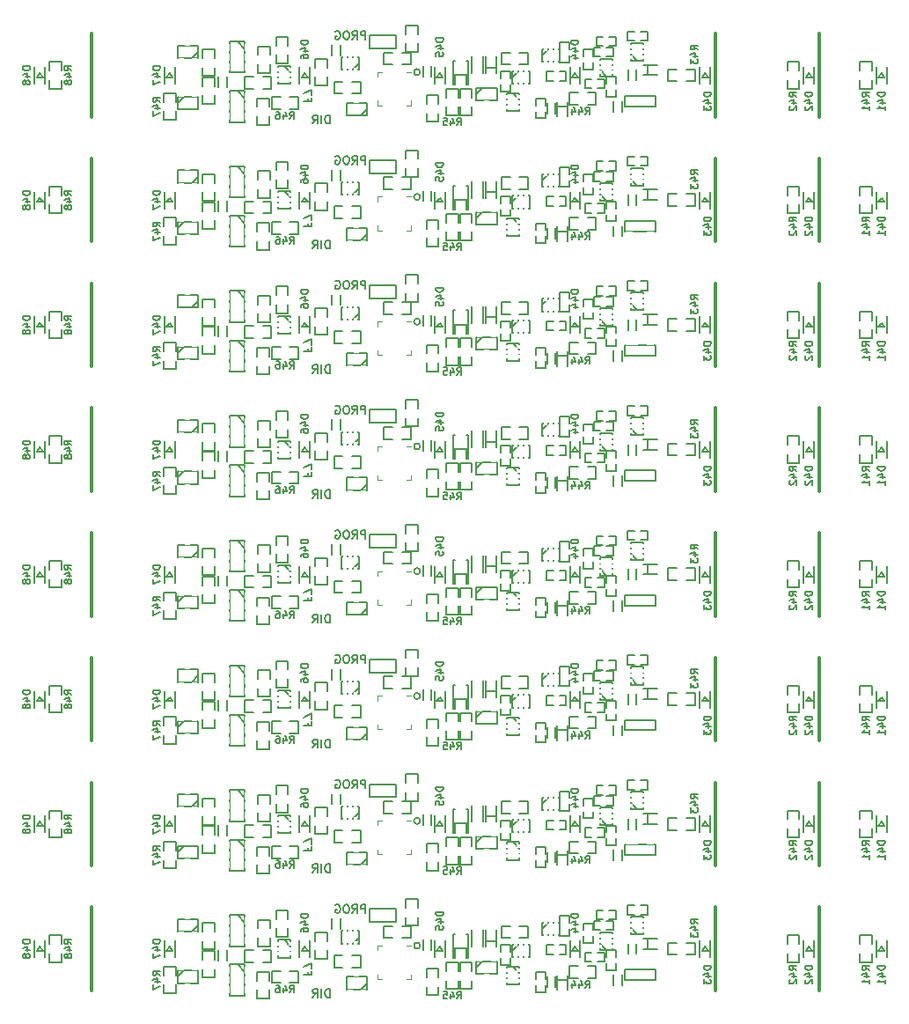
<source format=gbo>
%TF.GenerationSoftware,KiCad,Pcbnew,(5.1.9)-1*%
%TF.CreationDate,2021-03-16T21:36:36+09:00*%
%TF.ProjectId,motordecoder2-roomlight,6d6f746f-7264-4656-936f-646572322d72,rev?*%
%TF.SameCoordinates,PX5b8d800PY7ed6b40*%
%TF.FileFunction,Legend,Bot*%
%TF.FilePolarity,Positive*%
%FSLAX46Y46*%
G04 Gerber Fmt 4.6, Leading zero omitted, Abs format (unit mm)*
G04 Created by KiCad (PCBNEW (5.1.9)-1) date 2021-03-16 21:36:36*
%MOMM*%
%LPD*%
G01*
G04 APERTURE LIST*
%ADD10C,0.200000*%
%ADD11C,0.170000*%
%ADD12C,0.300000*%
%ADD13C,0.150000*%
%ADD14C,0.180000*%
%ADD15C,0.120000*%
%ADD16C,0.140000*%
%ADD17C,0.100000*%
%ADD18C,0.250000*%
%ADD19C,2.000000*%
%ADD20R,0.650000X0.900000*%
%ADD21R,0.500000X0.800000*%
%ADD22R,0.900000X0.650000*%
%ADD23R,0.700000X0.300000*%
%ADD24R,0.950000X0.950000*%
%ADD25R,0.300000X0.700000*%
%ADD26R,0.800000X0.700000*%
%ADD27R,0.550000X0.600000*%
%ADD28R,2.500000X1.200000*%
%ADD29R,0.700000X0.600000*%
%ADD30R,0.700000X0.800000*%
%ADD31R,0.800000X1.000000*%
%ADD32R,0.600000X0.800000*%
%ADD33R,1.000000X0.700000*%
%ADD34R,0.900000X0.800000*%
%ADD35R,0.800000X0.800000*%
%ADD36R,1.300000X1.300000*%
%ADD37C,2.500000*%
%ADD38R,1.200000X0.900000*%
%ADD39R,0.800000X0.900000*%
%ADD40R,1.700000X1.700000*%
%ADD41R,0.600000X0.550000*%
G04 APERTURE END LIST*
D10*
X36807142Y2733334D02*
X36807142Y2466667D01*
X36388095Y2466667D02*
X37188095Y2466667D01*
X37188095Y2847620D01*
X37188095Y3076191D02*
X37188095Y3609524D01*
X36388095Y3266667D01*
X36807142Y14733334D02*
X36807142Y14466667D01*
X36388095Y14466667D02*
X37188095Y14466667D01*
X37188095Y14847620D01*
X37188095Y15076191D02*
X37188095Y15609524D01*
X36388095Y15266667D01*
X36807142Y26733334D02*
X36807142Y26466667D01*
X36388095Y26466667D02*
X37188095Y26466667D01*
X37188095Y26847620D01*
X37188095Y27076191D02*
X37188095Y27609524D01*
X36388095Y27266667D01*
X36807142Y38733334D02*
X36807142Y38466667D01*
X36388095Y38466667D02*
X37188095Y38466667D01*
X37188095Y38847620D01*
X37188095Y39076191D02*
X37188095Y39609524D01*
X36388095Y39266667D01*
X36807142Y50733334D02*
X36807142Y50466667D01*
X36388095Y50466667D02*
X37188095Y50466667D01*
X37188095Y50847620D01*
X37188095Y51076191D02*
X37188095Y51609524D01*
X36388095Y51266667D01*
X36807142Y62733334D02*
X36807142Y62466667D01*
X36388095Y62466667D02*
X37188095Y62466667D01*
X37188095Y62847620D01*
X37188095Y63076191D02*
X37188095Y63609524D01*
X36388095Y63266667D01*
X36807142Y74733334D02*
X36807142Y74466667D01*
X36388095Y74466667D02*
X37188095Y74466667D01*
X37188095Y74847620D01*
X37188095Y75076191D02*
X37188095Y75609524D01*
X36388095Y75266667D01*
D11*
X42328571Y8438096D02*
X42328571Y9238096D01*
X42023809Y9238096D01*
X41947619Y9200000D01*
X41909523Y9161905D01*
X41871428Y9085715D01*
X41871428Y8971429D01*
X41909523Y8895239D01*
X41947619Y8857143D01*
X42023809Y8819048D01*
X42328571Y8819048D01*
X41071428Y8438096D02*
X41338095Y8819048D01*
X41528571Y8438096D02*
X41528571Y9238096D01*
X41223809Y9238096D01*
X41147619Y9200000D01*
X41109523Y9161905D01*
X41071428Y9085715D01*
X41071428Y8971429D01*
X41109523Y8895239D01*
X41147619Y8857143D01*
X41223809Y8819048D01*
X41528571Y8819048D01*
X40576190Y9238096D02*
X40423809Y9238096D01*
X40347619Y9200000D01*
X40271428Y9123810D01*
X40233333Y8971429D01*
X40233333Y8704762D01*
X40271428Y8552381D01*
X40347619Y8476191D01*
X40423809Y8438096D01*
X40576190Y8438096D01*
X40652380Y8476191D01*
X40728571Y8552381D01*
X40766666Y8704762D01*
X40766666Y8971429D01*
X40728571Y9123810D01*
X40652380Y9200000D01*
X40576190Y9238096D01*
X39471428Y9200000D02*
X39547619Y9238096D01*
X39661904Y9238096D01*
X39776190Y9200000D01*
X39852380Y9123810D01*
X39890476Y9047620D01*
X39928571Y8895239D01*
X39928571Y8780953D01*
X39890476Y8628572D01*
X39852380Y8552381D01*
X39776190Y8476191D01*
X39661904Y8438096D01*
X39585714Y8438096D01*
X39471428Y8476191D01*
X39433333Y8514286D01*
X39433333Y8780953D01*
X39585714Y8780953D01*
X42328571Y20438096D02*
X42328571Y21238096D01*
X42023809Y21238096D01*
X41947619Y21200000D01*
X41909523Y21161905D01*
X41871428Y21085715D01*
X41871428Y20971429D01*
X41909523Y20895239D01*
X41947619Y20857143D01*
X42023809Y20819048D01*
X42328571Y20819048D01*
X41071428Y20438096D02*
X41338095Y20819048D01*
X41528571Y20438096D02*
X41528571Y21238096D01*
X41223809Y21238096D01*
X41147619Y21200000D01*
X41109523Y21161905D01*
X41071428Y21085715D01*
X41071428Y20971429D01*
X41109523Y20895239D01*
X41147619Y20857143D01*
X41223809Y20819048D01*
X41528571Y20819048D01*
X40576190Y21238096D02*
X40423809Y21238096D01*
X40347619Y21200000D01*
X40271428Y21123810D01*
X40233333Y20971429D01*
X40233333Y20704762D01*
X40271428Y20552381D01*
X40347619Y20476191D01*
X40423809Y20438096D01*
X40576190Y20438096D01*
X40652380Y20476191D01*
X40728571Y20552381D01*
X40766666Y20704762D01*
X40766666Y20971429D01*
X40728571Y21123810D01*
X40652380Y21200000D01*
X40576190Y21238096D01*
X39471428Y21200000D02*
X39547619Y21238096D01*
X39661904Y21238096D01*
X39776190Y21200000D01*
X39852380Y21123810D01*
X39890476Y21047620D01*
X39928571Y20895239D01*
X39928571Y20780953D01*
X39890476Y20628572D01*
X39852380Y20552381D01*
X39776190Y20476191D01*
X39661904Y20438096D01*
X39585714Y20438096D01*
X39471428Y20476191D01*
X39433333Y20514286D01*
X39433333Y20780953D01*
X39585714Y20780953D01*
X42328571Y32438096D02*
X42328571Y33238096D01*
X42023809Y33238096D01*
X41947619Y33200000D01*
X41909523Y33161905D01*
X41871428Y33085715D01*
X41871428Y32971429D01*
X41909523Y32895239D01*
X41947619Y32857143D01*
X42023809Y32819048D01*
X42328571Y32819048D01*
X41071428Y32438096D02*
X41338095Y32819048D01*
X41528571Y32438096D02*
X41528571Y33238096D01*
X41223809Y33238096D01*
X41147619Y33200000D01*
X41109523Y33161905D01*
X41071428Y33085715D01*
X41071428Y32971429D01*
X41109523Y32895239D01*
X41147619Y32857143D01*
X41223809Y32819048D01*
X41528571Y32819048D01*
X40576190Y33238096D02*
X40423809Y33238096D01*
X40347619Y33200000D01*
X40271428Y33123810D01*
X40233333Y32971429D01*
X40233333Y32704762D01*
X40271428Y32552381D01*
X40347619Y32476191D01*
X40423809Y32438096D01*
X40576190Y32438096D01*
X40652380Y32476191D01*
X40728571Y32552381D01*
X40766666Y32704762D01*
X40766666Y32971429D01*
X40728571Y33123810D01*
X40652380Y33200000D01*
X40576190Y33238096D01*
X39471428Y33200000D02*
X39547619Y33238096D01*
X39661904Y33238096D01*
X39776190Y33200000D01*
X39852380Y33123810D01*
X39890476Y33047620D01*
X39928571Y32895239D01*
X39928571Y32780953D01*
X39890476Y32628572D01*
X39852380Y32552381D01*
X39776190Y32476191D01*
X39661904Y32438096D01*
X39585714Y32438096D01*
X39471428Y32476191D01*
X39433333Y32514286D01*
X39433333Y32780953D01*
X39585714Y32780953D01*
X42328571Y44438096D02*
X42328571Y45238096D01*
X42023809Y45238096D01*
X41947619Y45200000D01*
X41909523Y45161905D01*
X41871428Y45085715D01*
X41871428Y44971429D01*
X41909523Y44895239D01*
X41947619Y44857143D01*
X42023809Y44819048D01*
X42328571Y44819048D01*
X41071428Y44438096D02*
X41338095Y44819048D01*
X41528571Y44438096D02*
X41528571Y45238096D01*
X41223809Y45238096D01*
X41147619Y45200000D01*
X41109523Y45161905D01*
X41071428Y45085715D01*
X41071428Y44971429D01*
X41109523Y44895239D01*
X41147619Y44857143D01*
X41223809Y44819048D01*
X41528571Y44819048D01*
X40576190Y45238096D02*
X40423809Y45238096D01*
X40347619Y45200000D01*
X40271428Y45123810D01*
X40233333Y44971429D01*
X40233333Y44704762D01*
X40271428Y44552381D01*
X40347619Y44476191D01*
X40423809Y44438096D01*
X40576190Y44438096D01*
X40652380Y44476191D01*
X40728571Y44552381D01*
X40766666Y44704762D01*
X40766666Y44971429D01*
X40728571Y45123810D01*
X40652380Y45200000D01*
X40576190Y45238096D01*
X39471428Y45200000D02*
X39547619Y45238096D01*
X39661904Y45238096D01*
X39776190Y45200000D01*
X39852380Y45123810D01*
X39890476Y45047620D01*
X39928571Y44895239D01*
X39928571Y44780953D01*
X39890476Y44628572D01*
X39852380Y44552381D01*
X39776190Y44476191D01*
X39661904Y44438096D01*
X39585714Y44438096D01*
X39471428Y44476191D01*
X39433333Y44514286D01*
X39433333Y44780953D01*
X39585714Y44780953D01*
X42328571Y56438096D02*
X42328571Y57238096D01*
X42023809Y57238096D01*
X41947619Y57200000D01*
X41909523Y57161905D01*
X41871428Y57085715D01*
X41871428Y56971429D01*
X41909523Y56895239D01*
X41947619Y56857143D01*
X42023809Y56819048D01*
X42328571Y56819048D01*
X41071428Y56438096D02*
X41338095Y56819048D01*
X41528571Y56438096D02*
X41528571Y57238096D01*
X41223809Y57238096D01*
X41147619Y57200000D01*
X41109523Y57161905D01*
X41071428Y57085715D01*
X41071428Y56971429D01*
X41109523Y56895239D01*
X41147619Y56857143D01*
X41223809Y56819048D01*
X41528571Y56819048D01*
X40576190Y57238096D02*
X40423809Y57238096D01*
X40347619Y57200000D01*
X40271428Y57123810D01*
X40233333Y56971429D01*
X40233333Y56704762D01*
X40271428Y56552381D01*
X40347619Y56476191D01*
X40423809Y56438096D01*
X40576190Y56438096D01*
X40652380Y56476191D01*
X40728571Y56552381D01*
X40766666Y56704762D01*
X40766666Y56971429D01*
X40728571Y57123810D01*
X40652380Y57200000D01*
X40576190Y57238096D01*
X39471428Y57200000D02*
X39547619Y57238096D01*
X39661904Y57238096D01*
X39776190Y57200000D01*
X39852380Y57123810D01*
X39890476Y57047620D01*
X39928571Y56895239D01*
X39928571Y56780953D01*
X39890476Y56628572D01*
X39852380Y56552381D01*
X39776190Y56476191D01*
X39661904Y56438096D01*
X39585714Y56438096D01*
X39471428Y56476191D01*
X39433333Y56514286D01*
X39433333Y56780953D01*
X39585714Y56780953D01*
X42328571Y68438096D02*
X42328571Y69238096D01*
X42023809Y69238096D01*
X41947619Y69200000D01*
X41909523Y69161905D01*
X41871428Y69085715D01*
X41871428Y68971429D01*
X41909523Y68895239D01*
X41947619Y68857143D01*
X42023809Y68819048D01*
X42328571Y68819048D01*
X41071428Y68438096D02*
X41338095Y68819048D01*
X41528571Y68438096D02*
X41528571Y69238096D01*
X41223809Y69238096D01*
X41147619Y69200000D01*
X41109523Y69161905D01*
X41071428Y69085715D01*
X41071428Y68971429D01*
X41109523Y68895239D01*
X41147619Y68857143D01*
X41223809Y68819048D01*
X41528571Y68819048D01*
X40576190Y69238096D02*
X40423809Y69238096D01*
X40347619Y69200000D01*
X40271428Y69123810D01*
X40233333Y68971429D01*
X40233333Y68704762D01*
X40271428Y68552381D01*
X40347619Y68476191D01*
X40423809Y68438096D01*
X40576190Y68438096D01*
X40652380Y68476191D01*
X40728571Y68552381D01*
X40766666Y68704762D01*
X40766666Y68971429D01*
X40728571Y69123810D01*
X40652380Y69200000D01*
X40576190Y69238096D01*
X39471428Y69200000D02*
X39547619Y69238096D01*
X39661904Y69238096D01*
X39776190Y69200000D01*
X39852380Y69123810D01*
X39890476Y69047620D01*
X39928571Y68895239D01*
X39928571Y68780953D01*
X39890476Y68628572D01*
X39852380Y68552381D01*
X39776190Y68476191D01*
X39661904Y68438096D01*
X39585714Y68438096D01*
X39471428Y68476191D01*
X39433333Y68514286D01*
X39433333Y68780953D01*
X39585714Y68780953D01*
X42328571Y80438096D02*
X42328571Y81238096D01*
X42023809Y81238096D01*
X41947619Y81200000D01*
X41909523Y81161905D01*
X41871428Y81085715D01*
X41871428Y80971429D01*
X41909523Y80895239D01*
X41947619Y80857143D01*
X42023809Y80819048D01*
X42328571Y80819048D01*
X41071428Y80438096D02*
X41338095Y80819048D01*
X41528571Y80438096D02*
X41528571Y81238096D01*
X41223809Y81238096D01*
X41147619Y81200000D01*
X41109523Y81161905D01*
X41071428Y81085715D01*
X41071428Y80971429D01*
X41109523Y80895239D01*
X41147619Y80857143D01*
X41223809Y80819048D01*
X41528571Y80819048D01*
X40576190Y81238096D02*
X40423809Y81238096D01*
X40347619Y81200000D01*
X40271428Y81123810D01*
X40233333Y80971429D01*
X40233333Y80704762D01*
X40271428Y80552381D01*
X40347619Y80476191D01*
X40423809Y80438096D01*
X40576190Y80438096D01*
X40652380Y80476191D01*
X40728571Y80552381D01*
X40766666Y80704762D01*
X40766666Y80971429D01*
X40728571Y81123810D01*
X40652380Y81200000D01*
X40576190Y81238096D01*
X39471428Y81200000D02*
X39547619Y81238096D01*
X39661904Y81238096D01*
X39776190Y81200000D01*
X39852380Y81123810D01*
X39890476Y81047620D01*
X39928571Y80895239D01*
X39928571Y80780953D01*
X39890476Y80628572D01*
X39852380Y80552381D01*
X39776190Y80476191D01*
X39661904Y80438096D01*
X39585714Y80438096D01*
X39471428Y80476191D01*
X39433333Y80514286D01*
X39433333Y80780953D01*
X39585714Y80780953D01*
D10*
X38900000Y338096D02*
X38900000Y1138096D01*
X38709523Y1138096D01*
X38595238Y1100000D01*
X38519047Y1023810D01*
X38480952Y947620D01*
X38442857Y795239D01*
X38442857Y680953D01*
X38480952Y528572D01*
X38519047Y452381D01*
X38595238Y376191D01*
X38709523Y338096D01*
X38900000Y338096D01*
X38100000Y338096D02*
X38100000Y1138096D01*
X37261904Y338096D02*
X37528571Y719048D01*
X37719047Y338096D02*
X37719047Y1138096D01*
X37414285Y1138096D01*
X37338095Y1100000D01*
X37300000Y1061905D01*
X37261904Y985715D01*
X37261904Y871429D01*
X37300000Y795239D01*
X37338095Y757143D01*
X37414285Y719048D01*
X37719047Y719048D01*
X38900000Y12338096D02*
X38900000Y13138096D01*
X38709523Y13138096D01*
X38595238Y13100000D01*
X38519047Y13023810D01*
X38480952Y12947620D01*
X38442857Y12795239D01*
X38442857Y12680953D01*
X38480952Y12528572D01*
X38519047Y12452381D01*
X38595238Y12376191D01*
X38709523Y12338096D01*
X38900000Y12338096D01*
X38100000Y12338096D02*
X38100000Y13138096D01*
X37261904Y12338096D02*
X37528571Y12719048D01*
X37719047Y12338096D02*
X37719047Y13138096D01*
X37414285Y13138096D01*
X37338095Y13100000D01*
X37300000Y13061905D01*
X37261904Y12985715D01*
X37261904Y12871429D01*
X37300000Y12795239D01*
X37338095Y12757143D01*
X37414285Y12719048D01*
X37719047Y12719048D01*
X38900000Y24338096D02*
X38900000Y25138096D01*
X38709523Y25138096D01*
X38595238Y25100000D01*
X38519047Y25023810D01*
X38480952Y24947620D01*
X38442857Y24795239D01*
X38442857Y24680953D01*
X38480952Y24528572D01*
X38519047Y24452381D01*
X38595238Y24376191D01*
X38709523Y24338096D01*
X38900000Y24338096D01*
X38100000Y24338096D02*
X38100000Y25138096D01*
X37261904Y24338096D02*
X37528571Y24719048D01*
X37719047Y24338096D02*
X37719047Y25138096D01*
X37414285Y25138096D01*
X37338095Y25100000D01*
X37300000Y25061905D01*
X37261904Y24985715D01*
X37261904Y24871429D01*
X37300000Y24795239D01*
X37338095Y24757143D01*
X37414285Y24719048D01*
X37719047Y24719048D01*
X38900000Y36338096D02*
X38900000Y37138096D01*
X38709523Y37138096D01*
X38595238Y37100000D01*
X38519047Y37023810D01*
X38480952Y36947620D01*
X38442857Y36795239D01*
X38442857Y36680953D01*
X38480952Y36528572D01*
X38519047Y36452381D01*
X38595238Y36376191D01*
X38709523Y36338096D01*
X38900000Y36338096D01*
X38100000Y36338096D02*
X38100000Y37138096D01*
X37261904Y36338096D02*
X37528571Y36719048D01*
X37719047Y36338096D02*
X37719047Y37138096D01*
X37414285Y37138096D01*
X37338095Y37100000D01*
X37300000Y37061905D01*
X37261904Y36985715D01*
X37261904Y36871429D01*
X37300000Y36795239D01*
X37338095Y36757143D01*
X37414285Y36719048D01*
X37719047Y36719048D01*
X38900000Y48338096D02*
X38900000Y49138096D01*
X38709523Y49138096D01*
X38595238Y49100000D01*
X38519047Y49023810D01*
X38480952Y48947620D01*
X38442857Y48795239D01*
X38442857Y48680953D01*
X38480952Y48528572D01*
X38519047Y48452381D01*
X38595238Y48376191D01*
X38709523Y48338096D01*
X38900000Y48338096D01*
X38100000Y48338096D02*
X38100000Y49138096D01*
X37261904Y48338096D02*
X37528571Y48719048D01*
X37719047Y48338096D02*
X37719047Y49138096D01*
X37414285Y49138096D01*
X37338095Y49100000D01*
X37300000Y49061905D01*
X37261904Y48985715D01*
X37261904Y48871429D01*
X37300000Y48795239D01*
X37338095Y48757143D01*
X37414285Y48719048D01*
X37719047Y48719048D01*
X38900000Y60338096D02*
X38900000Y61138096D01*
X38709523Y61138096D01*
X38595238Y61100000D01*
X38519047Y61023810D01*
X38480952Y60947620D01*
X38442857Y60795239D01*
X38442857Y60680953D01*
X38480952Y60528572D01*
X38519047Y60452381D01*
X38595238Y60376191D01*
X38709523Y60338096D01*
X38900000Y60338096D01*
X38100000Y60338096D02*
X38100000Y61138096D01*
X37261904Y60338096D02*
X37528571Y60719048D01*
X37719047Y60338096D02*
X37719047Y61138096D01*
X37414285Y61138096D01*
X37338095Y61100000D01*
X37300000Y61061905D01*
X37261904Y60985715D01*
X37261904Y60871429D01*
X37300000Y60795239D01*
X37338095Y60757143D01*
X37414285Y60719048D01*
X37719047Y60719048D01*
X38900000Y72338096D02*
X38900000Y73138096D01*
X38709523Y73138096D01*
X38595238Y73100000D01*
X38519047Y73023810D01*
X38480952Y72947620D01*
X38442857Y72795239D01*
X38442857Y72680953D01*
X38480952Y72528572D01*
X38519047Y72452381D01*
X38595238Y72376191D01*
X38709523Y72338096D01*
X38900000Y72338096D01*
X38100000Y72338096D02*
X38100000Y73138096D01*
X37261904Y72338096D02*
X37528571Y72719048D01*
X37719047Y72338096D02*
X37719047Y73138096D01*
X37414285Y73138096D01*
X37338095Y73100000D01*
X37300000Y73061905D01*
X37261904Y72985715D01*
X37261904Y72871429D01*
X37300000Y72795239D01*
X37338095Y72757143D01*
X37414285Y72719048D01*
X37719047Y72719048D01*
D12*
X76000000Y1000000D02*
X76000000Y9000000D01*
X76000000Y13000000D02*
X76000000Y21000000D01*
X76000000Y25000000D02*
X76000000Y33000000D01*
X76000000Y37000000D02*
X76000000Y45000000D01*
X76000000Y49000000D02*
X76000000Y57000000D01*
X76000000Y61000000D02*
X76000000Y69000000D01*
X76000000Y73000000D02*
X76000000Y81000000D01*
X86000000Y1000000D02*
X86000000Y9000000D01*
X86000000Y13000000D02*
X86000000Y21000000D01*
X86000000Y25000000D02*
X86000000Y33000000D01*
X86000000Y37000000D02*
X86000000Y45000000D01*
X86000000Y49000000D02*
X86000000Y57000000D01*
X86000000Y61000000D02*
X86000000Y69000000D01*
X86000000Y73000000D02*
X86000000Y81000000D01*
X16000000Y1000000D02*
X16000000Y9000000D01*
X16000000Y13000000D02*
X16000000Y21000000D01*
X16000000Y25000000D02*
X16000000Y33000000D01*
X16000000Y37000000D02*
X16000000Y45000000D01*
X16000000Y49000000D02*
X16000000Y57000000D01*
X16000000Y61000000D02*
X16000000Y69000000D01*
X16000000Y73000000D02*
X16000000Y81000000D01*
D13*
X47600000Y5300000D02*
G75*
G03*
X47600000Y5300000I-300000J0D01*
G01*
X47600000Y17300000D02*
G75*
G03*
X47600000Y17300000I-300000J0D01*
G01*
X47600000Y29300000D02*
G75*
G03*
X47600000Y29300000I-300000J0D01*
G01*
X47600000Y41300000D02*
G75*
G03*
X47600000Y41300000I-300000J0D01*
G01*
X47600000Y53300000D02*
G75*
G03*
X47600000Y53300000I-300000J0D01*
G01*
X47600000Y65300000D02*
G75*
G03*
X47600000Y65300000I-300000J0D01*
G01*
X47600000Y77300000D02*
G75*
G03*
X47600000Y77300000I-300000J0D01*
G01*
D10*
X36807142Y86733334D02*
X36807142Y86466667D01*
X36388095Y86466667D02*
X37188095Y86466667D01*
X37188095Y86847620D01*
X37188095Y87076191D02*
X37188095Y87609524D01*
X36388095Y87266667D01*
D11*
X42328571Y92438096D02*
X42328571Y93238096D01*
X42023809Y93238096D01*
X41947619Y93200000D01*
X41909523Y93161905D01*
X41871428Y93085715D01*
X41871428Y92971429D01*
X41909523Y92895239D01*
X41947619Y92857143D01*
X42023809Y92819048D01*
X42328571Y92819048D01*
X41071428Y92438096D02*
X41338095Y92819048D01*
X41528571Y92438096D02*
X41528571Y93238096D01*
X41223809Y93238096D01*
X41147619Y93200000D01*
X41109523Y93161905D01*
X41071428Y93085715D01*
X41071428Y92971429D01*
X41109523Y92895239D01*
X41147619Y92857143D01*
X41223809Y92819048D01*
X41528571Y92819048D01*
X40576190Y93238096D02*
X40423809Y93238096D01*
X40347619Y93200000D01*
X40271428Y93123810D01*
X40233333Y92971429D01*
X40233333Y92704762D01*
X40271428Y92552381D01*
X40347619Y92476191D01*
X40423809Y92438096D01*
X40576190Y92438096D01*
X40652380Y92476191D01*
X40728571Y92552381D01*
X40766666Y92704762D01*
X40766666Y92971429D01*
X40728571Y93123810D01*
X40652380Y93200000D01*
X40576190Y93238096D01*
X39471428Y93200000D02*
X39547619Y93238096D01*
X39661904Y93238096D01*
X39776190Y93200000D01*
X39852380Y93123810D01*
X39890476Y93047620D01*
X39928571Y92895239D01*
X39928571Y92780953D01*
X39890476Y92628572D01*
X39852380Y92552381D01*
X39776190Y92476191D01*
X39661904Y92438096D01*
X39585714Y92438096D01*
X39471428Y92476191D01*
X39433333Y92514286D01*
X39433333Y92780953D01*
X39585714Y92780953D01*
D10*
X38900000Y84338096D02*
X38900000Y85138096D01*
X38709523Y85138096D01*
X38595238Y85100000D01*
X38519047Y85023810D01*
X38480952Y84947620D01*
X38442857Y84795239D01*
X38442857Y84680953D01*
X38480952Y84528572D01*
X38519047Y84452381D01*
X38595238Y84376191D01*
X38709523Y84338096D01*
X38900000Y84338096D01*
X38100000Y84338096D02*
X38100000Y85138096D01*
X37261904Y84338096D02*
X37528571Y84719048D01*
X37719047Y84338096D02*
X37719047Y85138096D01*
X37414285Y85138096D01*
X37338095Y85100000D01*
X37300000Y85061905D01*
X37261904Y84985715D01*
X37261904Y84871429D01*
X37300000Y84795239D01*
X37338095Y84757143D01*
X37414285Y84719048D01*
X37719047Y84719048D01*
D13*
X47600000Y89300000D02*
G75*
G03*
X47600000Y89300000I-300000J0D01*
G01*
D12*
X16000000Y85000000D02*
X16000000Y93000000D01*
X86000000Y85000000D02*
X86000000Y93000000D01*
X76000000Y85000000D02*
X76000000Y93000000D01*
D14*
%TO.C,R46*%
X35880000Y2880000D02*
X35050000Y2880000D01*
X35880000Y1720000D02*
X35880000Y2880000D01*
X35050000Y1720000D02*
X35880000Y1720000D01*
X33320000Y2880000D02*
X34150000Y2880000D01*
X33320000Y1720000D02*
X33320000Y2880000D01*
X34150000Y1720000D02*
X33320000Y1720000D01*
X35880000Y14880000D02*
X35050000Y14880000D01*
X35880000Y13720000D02*
X35880000Y14880000D01*
X35050000Y13720000D02*
X35880000Y13720000D01*
X33320000Y14880000D02*
X34150000Y14880000D01*
X33320000Y13720000D02*
X33320000Y14880000D01*
X34150000Y13720000D02*
X33320000Y13720000D01*
X35880000Y26880000D02*
X35050000Y26880000D01*
X35880000Y25720000D02*
X35880000Y26880000D01*
X35050000Y25720000D02*
X35880000Y25720000D01*
X33320000Y26880000D02*
X34150000Y26880000D01*
X33320000Y25720000D02*
X33320000Y26880000D01*
X34150000Y25720000D02*
X33320000Y25720000D01*
X35880000Y38880000D02*
X35050000Y38880000D01*
X35880000Y37720000D02*
X35880000Y38880000D01*
X35050000Y37720000D02*
X35880000Y37720000D01*
X33320000Y38880000D02*
X34150000Y38880000D01*
X33320000Y37720000D02*
X33320000Y38880000D01*
X34150000Y37720000D02*
X33320000Y37720000D01*
X35880000Y50880000D02*
X35050000Y50880000D01*
X35880000Y49720000D02*
X35880000Y50880000D01*
X35050000Y49720000D02*
X35880000Y49720000D01*
X33320000Y50880000D02*
X34150000Y50880000D01*
X33320000Y49720000D02*
X33320000Y50880000D01*
X34150000Y49720000D02*
X33320000Y49720000D01*
X35880000Y62880000D02*
X35050000Y62880000D01*
X35880000Y61720000D02*
X35880000Y62880000D01*
X35050000Y61720000D02*
X35880000Y61720000D01*
X33320000Y62880000D02*
X34150000Y62880000D01*
X33320000Y61720000D02*
X33320000Y62880000D01*
X34150000Y61720000D02*
X33320000Y61720000D01*
X35880000Y74880000D02*
X35050000Y74880000D01*
X35880000Y73720000D02*
X35880000Y74880000D01*
X35050000Y73720000D02*
X35880000Y73720000D01*
X33320000Y74880000D02*
X34150000Y74880000D01*
X33320000Y73720000D02*
X33320000Y74880000D01*
X34150000Y73720000D02*
X33320000Y73720000D01*
D10*
%TO.C,Q11*%
X24250000Y7850000D02*
X24250000Y6650000D01*
X26250000Y7850000D02*
X26250000Y6650000D01*
X24250000Y7850000D02*
X26250000Y7850000D01*
X26250000Y6650000D02*
X24250000Y6650000D01*
X26250000Y7250000D02*
X25650000Y6650000D01*
X24250000Y19850000D02*
X24250000Y18650000D01*
X26250000Y19850000D02*
X26250000Y18650000D01*
X24250000Y19850000D02*
X26250000Y19850000D01*
X26250000Y18650000D02*
X24250000Y18650000D01*
X26250000Y19250000D02*
X25650000Y18650000D01*
X24250000Y31850000D02*
X24250000Y30650000D01*
X26250000Y31850000D02*
X26250000Y30650000D01*
X24250000Y31850000D02*
X26250000Y31850000D01*
X26250000Y30650000D02*
X24250000Y30650000D01*
X26250000Y31250000D02*
X25650000Y30650000D01*
X24250000Y43850000D02*
X24250000Y42650000D01*
X26250000Y43850000D02*
X26250000Y42650000D01*
X24250000Y43850000D02*
X26250000Y43850000D01*
X26250000Y42650000D02*
X24250000Y42650000D01*
X26250000Y43250000D02*
X25650000Y42650000D01*
X24250000Y55850000D02*
X24250000Y54650000D01*
X26250000Y55850000D02*
X26250000Y54650000D01*
X24250000Y55850000D02*
X26250000Y55850000D01*
X26250000Y54650000D02*
X24250000Y54650000D01*
X26250000Y55250000D02*
X25650000Y54650000D01*
X24250000Y67850000D02*
X24250000Y66650000D01*
X26250000Y67850000D02*
X26250000Y66650000D01*
X24250000Y67850000D02*
X26250000Y67850000D01*
X26250000Y66650000D02*
X24250000Y66650000D01*
X26250000Y67250000D02*
X25650000Y66650000D01*
X24250000Y79850000D02*
X24250000Y78650000D01*
X26250000Y79850000D02*
X26250000Y78650000D01*
X24250000Y79850000D02*
X26250000Y79850000D01*
X26250000Y78650000D02*
X24250000Y78650000D01*
X26250000Y79250000D02*
X25650000Y78650000D01*
D14*
%TO.C,R45*%
X51280000Y1950000D02*
X51280000Y1120000D01*
X51280000Y1120000D02*
X50120000Y1120000D01*
X50120000Y1120000D02*
X50120000Y1950000D01*
X51280000Y2850000D02*
X51280000Y3680000D01*
X51280000Y3680000D02*
X50120000Y3680000D01*
X50120000Y3680000D02*
X50120000Y2850000D01*
X51280000Y13950000D02*
X51280000Y13120000D01*
X51280000Y13120000D02*
X50120000Y13120000D01*
X50120000Y13120000D02*
X50120000Y13950000D01*
X51280000Y14850000D02*
X51280000Y15680000D01*
X51280000Y15680000D02*
X50120000Y15680000D01*
X50120000Y15680000D02*
X50120000Y14850000D01*
X51280000Y25950000D02*
X51280000Y25120000D01*
X51280000Y25120000D02*
X50120000Y25120000D01*
X50120000Y25120000D02*
X50120000Y25950000D01*
X51280000Y26850000D02*
X51280000Y27680000D01*
X51280000Y27680000D02*
X50120000Y27680000D01*
X50120000Y27680000D02*
X50120000Y26850000D01*
X51280000Y37950000D02*
X51280000Y37120000D01*
X51280000Y37120000D02*
X50120000Y37120000D01*
X50120000Y37120000D02*
X50120000Y37950000D01*
X51280000Y38850000D02*
X51280000Y39680000D01*
X51280000Y39680000D02*
X50120000Y39680000D01*
X50120000Y39680000D02*
X50120000Y38850000D01*
X51280000Y49950000D02*
X51280000Y49120000D01*
X51280000Y49120000D02*
X50120000Y49120000D01*
X50120000Y49120000D02*
X50120000Y49950000D01*
X51280000Y50850000D02*
X51280000Y51680000D01*
X51280000Y51680000D02*
X50120000Y51680000D01*
X50120000Y51680000D02*
X50120000Y50850000D01*
X51280000Y61950000D02*
X51280000Y61120000D01*
X51280000Y61120000D02*
X50120000Y61120000D01*
X50120000Y61120000D02*
X50120000Y61950000D01*
X51280000Y62850000D02*
X51280000Y63680000D01*
X51280000Y63680000D02*
X50120000Y63680000D01*
X50120000Y63680000D02*
X50120000Y62850000D01*
X51280000Y73950000D02*
X51280000Y73120000D01*
X51280000Y73120000D02*
X50120000Y73120000D01*
X50120000Y73120000D02*
X50120000Y73950000D01*
X51280000Y74850000D02*
X51280000Y75680000D01*
X51280000Y75680000D02*
X50120000Y75680000D01*
X50120000Y75680000D02*
X50120000Y74850000D01*
D10*
%TO.C,Q21*%
X66100000Y6600000D02*
X64900000Y6600000D01*
X66100000Y4900000D02*
X64900000Y4900000D01*
X66100000Y6600000D02*
X66100000Y4900000D01*
X64900000Y4900000D02*
X64900000Y6600000D01*
X65500000Y4900000D02*
X64900000Y5500000D01*
X66100000Y18600000D02*
X64900000Y18600000D01*
X66100000Y16900000D02*
X64900000Y16900000D01*
X66100000Y18600000D02*
X66100000Y16900000D01*
X64900000Y16900000D02*
X64900000Y18600000D01*
X65500000Y16900000D02*
X64900000Y17500000D01*
X66100000Y30600000D02*
X64900000Y30600000D01*
X66100000Y28900000D02*
X64900000Y28900000D01*
X66100000Y30600000D02*
X66100000Y28900000D01*
X64900000Y28900000D02*
X64900000Y30600000D01*
X65500000Y28900000D02*
X64900000Y29500000D01*
X66100000Y42600000D02*
X64900000Y42600000D01*
X66100000Y40900000D02*
X64900000Y40900000D01*
X66100000Y42600000D02*
X66100000Y40900000D01*
X64900000Y40900000D02*
X64900000Y42600000D01*
X65500000Y40900000D02*
X64900000Y41500000D01*
X66100000Y54600000D02*
X64900000Y54600000D01*
X66100000Y52900000D02*
X64900000Y52900000D01*
X66100000Y54600000D02*
X66100000Y52900000D01*
X64900000Y52900000D02*
X64900000Y54600000D01*
X65500000Y52900000D02*
X64900000Y53500000D01*
X66100000Y66600000D02*
X64900000Y66600000D01*
X66100000Y64900000D02*
X64900000Y64900000D01*
X66100000Y66600000D02*
X66100000Y64900000D01*
X64900000Y64900000D02*
X64900000Y66600000D01*
X65500000Y64900000D02*
X64900000Y65500000D01*
X66100000Y78600000D02*
X64900000Y78600000D01*
X66100000Y76900000D02*
X64900000Y76900000D01*
X66100000Y78600000D02*
X66100000Y76900000D01*
X64900000Y76900000D02*
X64900000Y78600000D01*
X65500000Y76900000D02*
X64900000Y77500000D01*
%TO.C,Q17*%
X42500000Y1700000D02*
X41900000Y1100000D01*
X42500000Y1100000D02*
X40500000Y1100000D01*
X40500000Y2300000D02*
X42500000Y2300000D01*
X42500000Y2300000D02*
X42500000Y1100000D01*
X40500000Y2300000D02*
X40500000Y1100000D01*
X42500000Y13700000D02*
X41900000Y13100000D01*
X42500000Y13100000D02*
X40500000Y13100000D01*
X40500000Y14300000D02*
X42500000Y14300000D01*
X42500000Y14300000D02*
X42500000Y13100000D01*
X40500000Y14300000D02*
X40500000Y13100000D01*
X42500000Y25700000D02*
X41900000Y25100000D01*
X42500000Y25100000D02*
X40500000Y25100000D01*
X40500000Y26300000D02*
X42500000Y26300000D01*
X42500000Y26300000D02*
X42500000Y25100000D01*
X40500000Y26300000D02*
X40500000Y25100000D01*
X42500000Y37700000D02*
X41900000Y37100000D01*
X42500000Y37100000D02*
X40500000Y37100000D01*
X40500000Y38300000D02*
X42500000Y38300000D01*
X42500000Y38300000D02*
X42500000Y37100000D01*
X40500000Y38300000D02*
X40500000Y37100000D01*
X42500000Y49700000D02*
X41900000Y49100000D01*
X42500000Y49100000D02*
X40500000Y49100000D01*
X40500000Y50300000D02*
X42500000Y50300000D01*
X42500000Y50300000D02*
X42500000Y49100000D01*
X40500000Y50300000D02*
X40500000Y49100000D01*
X42500000Y61700000D02*
X41900000Y61100000D01*
X42500000Y61100000D02*
X40500000Y61100000D01*
X40500000Y62300000D02*
X42500000Y62300000D01*
X42500000Y62300000D02*
X42500000Y61100000D01*
X40500000Y62300000D02*
X40500000Y61100000D01*
X42500000Y73700000D02*
X41900000Y73100000D01*
X42500000Y73100000D02*
X40500000Y73100000D01*
X40500000Y74300000D02*
X42500000Y74300000D01*
X42500000Y74300000D02*
X42500000Y73100000D01*
X40500000Y74300000D02*
X40500000Y73100000D01*
D14*
%TO.C,R43*%
X74030000Y5580000D02*
X73200000Y5580000D01*
X74030000Y4420000D02*
X74030000Y5580000D01*
X73200000Y4420000D02*
X74030000Y4420000D01*
X71470000Y5580000D02*
X72300000Y5580000D01*
X71470000Y4420000D02*
X71470000Y5580000D01*
X72300000Y4420000D02*
X71470000Y4420000D01*
X74030000Y17580000D02*
X73200000Y17580000D01*
X74030000Y16420000D02*
X74030000Y17580000D01*
X73200000Y16420000D02*
X74030000Y16420000D01*
X71470000Y17580000D02*
X72300000Y17580000D01*
X71470000Y16420000D02*
X71470000Y17580000D01*
X72300000Y16420000D02*
X71470000Y16420000D01*
X74030000Y29580000D02*
X73200000Y29580000D01*
X74030000Y28420000D02*
X74030000Y29580000D01*
X73200000Y28420000D02*
X74030000Y28420000D01*
X71470000Y29580000D02*
X72300000Y29580000D01*
X71470000Y28420000D02*
X71470000Y29580000D01*
X72300000Y28420000D02*
X71470000Y28420000D01*
X74030000Y41580000D02*
X73200000Y41580000D01*
X74030000Y40420000D02*
X74030000Y41580000D01*
X73200000Y40420000D02*
X74030000Y40420000D01*
X71470000Y41580000D02*
X72300000Y41580000D01*
X71470000Y40420000D02*
X71470000Y41580000D01*
X72300000Y40420000D02*
X71470000Y40420000D01*
X74030000Y53580000D02*
X73200000Y53580000D01*
X74030000Y52420000D02*
X74030000Y53580000D01*
X73200000Y52420000D02*
X74030000Y52420000D01*
X71470000Y53580000D02*
X72300000Y53580000D01*
X71470000Y52420000D02*
X71470000Y53580000D01*
X72300000Y52420000D02*
X71470000Y52420000D01*
X74030000Y65580000D02*
X73200000Y65580000D01*
X74030000Y64420000D02*
X74030000Y65580000D01*
X73200000Y64420000D02*
X74030000Y64420000D01*
X71470000Y65580000D02*
X72300000Y65580000D01*
X71470000Y64420000D02*
X71470000Y65580000D01*
X72300000Y64420000D02*
X71470000Y64420000D01*
X74030000Y77580000D02*
X73200000Y77580000D01*
X74030000Y76420000D02*
X74030000Y77580000D01*
X73200000Y76420000D02*
X74030000Y76420000D01*
X71470000Y77580000D02*
X72300000Y77580000D01*
X71470000Y76420000D02*
X71470000Y77580000D01*
X72300000Y76420000D02*
X71470000Y76420000D01*
%TO.C,R42*%
X82920000Y6280000D02*
X82920000Y5450000D01*
X84080000Y6280000D02*
X82920000Y6280000D01*
X84080000Y5450000D02*
X84080000Y6280000D01*
X82920000Y3720000D02*
X82920000Y4550000D01*
X84080000Y3720000D02*
X82920000Y3720000D01*
X84080000Y4550000D02*
X84080000Y3720000D01*
X82920000Y18280000D02*
X82920000Y17450000D01*
X84080000Y18280000D02*
X82920000Y18280000D01*
X84080000Y17450000D02*
X84080000Y18280000D01*
X82920000Y15720000D02*
X82920000Y16550000D01*
X84080000Y15720000D02*
X82920000Y15720000D01*
X84080000Y16550000D02*
X84080000Y15720000D01*
X82920000Y30280000D02*
X82920000Y29450000D01*
X84080000Y30280000D02*
X82920000Y30280000D01*
X84080000Y29450000D02*
X84080000Y30280000D01*
X82920000Y27720000D02*
X82920000Y28550000D01*
X84080000Y27720000D02*
X82920000Y27720000D01*
X84080000Y28550000D02*
X84080000Y27720000D01*
X82920000Y42280000D02*
X82920000Y41450000D01*
X84080000Y42280000D02*
X82920000Y42280000D01*
X84080000Y41450000D02*
X84080000Y42280000D01*
X82920000Y39720000D02*
X82920000Y40550000D01*
X84080000Y39720000D02*
X82920000Y39720000D01*
X84080000Y40550000D02*
X84080000Y39720000D01*
X82920000Y54280000D02*
X82920000Y53450000D01*
X84080000Y54280000D02*
X82920000Y54280000D01*
X84080000Y53450000D02*
X84080000Y54280000D01*
X82920000Y51720000D02*
X82920000Y52550000D01*
X84080000Y51720000D02*
X82920000Y51720000D01*
X84080000Y52550000D02*
X84080000Y51720000D01*
X82920000Y66280000D02*
X82920000Y65450000D01*
X84080000Y66280000D02*
X82920000Y66280000D01*
X84080000Y65450000D02*
X84080000Y66280000D01*
X82920000Y63720000D02*
X82920000Y64550000D01*
X84080000Y63720000D02*
X82920000Y63720000D01*
X84080000Y64550000D02*
X84080000Y63720000D01*
X82920000Y78280000D02*
X82920000Y77450000D01*
X84080000Y78280000D02*
X82920000Y78280000D01*
X84080000Y77450000D02*
X84080000Y78280000D01*
X82920000Y75720000D02*
X82920000Y76550000D01*
X84080000Y75720000D02*
X82920000Y75720000D01*
X84080000Y76550000D02*
X84080000Y75720000D01*
%TO.C,R41*%
X91080000Y4550000D02*
X91080000Y3720000D01*
X91080000Y3720000D02*
X89920000Y3720000D01*
X89920000Y3720000D02*
X89920000Y4550000D01*
X91080000Y5450000D02*
X91080000Y6280000D01*
X91080000Y6280000D02*
X89920000Y6280000D01*
X89920000Y6280000D02*
X89920000Y5450000D01*
X91080000Y16550000D02*
X91080000Y15720000D01*
X91080000Y15720000D02*
X89920000Y15720000D01*
X89920000Y15720000D02*
X89920000Y16550000D01*
X91080000Y17450000D02*
X91080000Y18280000D01*
X91080000Y18280000D02*
X89920000Y18280000D01*
X89920000Y18280000D02*
X89920000Y17450000D01*
X91080000Y28550000D02*
X91080000Y27720000D01*
X91080000Y27720000D02*
X89920000Y27720000D01*
X89920000Y27720000D02*
X89920000Y28550000D01*
X91080000Y29450000D02*
X91080000Y30280000D01*
X91080000Y30280000D02*
X89920000Y30280000D01*
X89920000Y30280000D02*
X89920000Y29450000D01*
X91080000Y40550000D02*
X91080000Y39720000D01*
X91080000Y39720000D02*
X89920000Y39720000D01*
X89920000Y39720000D02*
X89920000Y40550000D01*
X91080000Y41450000D02*
X91080000Y42280000D01*
X91080000Y42280000D02*
X89920000Y42280000D01*
X89920000Y42280000D02*
X89920000Y41450000D01*
X91080000Y52550000D02*
X91080000Y51720000D01*
X91080000Y51720000D02*
X89920000Y51720000D01*
X89920000Y51720000D02*
X89920000Y52550000D01*
X91080000Y53450000D02*
X91080000Y54280000D01*
X91080000Y54280000D02*
X89920000Y54280000D01*
X89920000Y54280000D02*
X89920000Y53450000D01*
X91080000Y64550000D02*
X91080000Y63720000D01*
X91080000Y63720000D02*
X89920000Y63720000D01*
X89920000Y63720000D02*
X89920000Y64550000D01*
X91080000Y65450000D02*
X91080000Y66280000D01*
X91080000Y66280000D02*
X89920000Y66280000D01*
X89920000Y66280000D02*
X89920000Y65450000D01*
X91080000Y76550000D02*
X91080000Y75720000D01*
X91080000Y75720000D02*
X89920000Y75720000D01*
X89920000Y75720000D02*
X89920000Y76550000D01*
X91080000Y77450000D02*
X91080000Y78280000D01*
X91080000Y78280000D02*
X89920000Y78280000D01*
X89920000Y78280000D02*
X89920000Y77450000D01*
%TO.C,R14*%
X57150000Y7180000D02*
X57980000Y7180000D01*
X57980000Y7180000D02*
X57980000Y6020000D01*
X57980000Y6020000D02*
X57150000Y6020000D01*
X56250000Y7180000D02*
X55420000Y7180000D01*
X55420000Y7180000D02*
X55420000Y6020000D01*
X55420000Y6020000D02*
X56250000Y6020000D01*
X57150000Y19180000D02*
X57980000Y19180000D01*
X57980000Y19180000D02*
X57980000Y18020000D01*
X57980000Y18020000D02*
X57150000Y18020000D01*
X56250000Y19180000D02*
X55420000Y19180000D01*
X55420000Y19180000D02*
X55420000Y18020000D01*
X55420000Y18020000D02*
X56250000Y18020000D01*
X57150000Y31180000D02*
X57980000Y31180000D01*
X57980000Y31180000D02*
X57980000Y30020000D01*
X57980000Y30020000D02*
X57150000Y30020000D01*
X56250000Y31180000D02*
X55420000Y31180000D01*
X55420000Y31180000D02*
X55420000Y30020000D01*
X55420000Y30020000D02*
X56250000Y30020000D01*
X57150000Y43180000D02*
X57980000Y43180000D01*
X57980000Y43180000D02*
X57980000Y42020000D01*
X57980000Y42020000D02*
X57150000Y42020000D01*
X56250000Y43180000D02*
X55420000Y43180000D01*
X55420000Y43180000D02*
X55420000Y42020000D01*
X55420000Y42020000D02*
X56250000Y42020000D01*
X57150000Y55180000D02*
X57980000Y55180000D01*
X57980000Y55180000D02*
X57980000Y54020000D01*
X57980000Y54020000D02*
X57150000Y54020000D01*
X56250000Y55180000D02*
X55420000Y55180000D01*
X55420000Y55180000D02*
X55420000Y54020000D01*
X55420000Y54020000D02*
X56250000Y54020000D01*
X57150000Y67180000D02*
X57980000Y67180000D01*
X57980000Y67180000D02*
X57980000Y66020000D01*
X57980000Y66020000D02*
X57150000Y66020000D01*
X56250000Y67180000D02*
X55420000Y67180000D01*
X55420000Y67180000D02*
X55420000Y66020000D01*
X55420000Y66020000D02*
X56250000Y66020000D01*
X57150000Y79180000D02*
X57980000Y79180000D01*
X57980000Y79180000D02*
X57980000Y78020000D01*
X57980000Y78020000D02*
X57150000Y78020000D01*
X56250000Y79180000D02*
X55420000Y79180000D01*
X55420000Y79180000D02*
X55420000Y78020000D01*
X55420000Y78020000D02*
X56250000Y78020000D01*
%TO.C,R10*%
X27830000Y2220000D02*
X27830000Y3050000D01*
X26670000Y2220000D02*
X27830000Y2220000D01*
X26670000Y3050000D02*
X26670000Y2220000D01*
X27830000Y4780000D02*
X27830000Y3950000D01*
X26670000Y4780000D02*
X27830000Y4780000D01*
X26670000Y3950000D02*
X26670000Y4780000D01*
X27830000Y14220000D02*
X27830000Y15050000D01*
X26670000Y14220000D02*
X27830000Y14220000D01*
X26670000Y15050000D02*
X26670000Y14220000D01*
X27830000Y16780000D02*
X27830000Y15950000D01*
X26670000Y16780000D02*
X27830000Y16780000D01*
X26670000Y15950000D02*
X26670000Y16780000D01*
X27830000Y26220000D02*
X27830000Y27050000D01*
X26670000Y26220000D02*
X27830000Y26220000D01*
X26670000Y27050000D02*
X26670000Y26220000D01*
X27830000Y28780000D02*
X27830000Y27950000D01*
X26670000Y28780000D02*
X27830000Y28780000D01*
X26670000Y27950000D02*
X26670000Y28780000D01*
X27830000Y38220000D02*
X27830000Y39050000D01*
X26670000Y38220000D02*
X27830000Y38220000D01*
X26670000Y39050000D02*
X26670000Y38220000D01*
X27830000Y40780000D02*
X27830000Y39950000D01*
X26670000Y40780000D02*
X27830000Y40780000D01*
X26670000Y39950000D02*
X26670000Y40780000D01*
X27830000Y50220000D02*
X27830000Y51050000D01*
X26670000Y50220000D02*
X27830000Y50220000D01*
X26670000Y51050000D02*
X26670000Y50220000D01*
X27830000Y52780000D02*
X27830000Y51950000D01*
X26670000Y52780000D02*
X27830000Y52780000D01*
X26670000Y51950000D02*
X26670000Y52780000D01*
X27830000Y62220000D02*
X27830000Y63050000D01*
X26670000Y62220000D02*
X27830000Y62220000D01*
X26670000Y63050000D02*
X26670000Y62220000D01*
X27830000Y64780000D02*
X27830000Y63950000D01*
X26670000Y64780000D02*
X27830000Y64780000D01*
X26670000Y63950000D02*
X26670000Y64780000D01*
X27830000Y74220000D02*
X27830000Y75050000D01*
X26670000Y74220000D02*
X27830000Y74220000D01*
X26670000Y75050000D02*
X26670000Y74220000D01*
X27830000Y76780000D02*
X27830000Y75950000D01*
X26670000Y76780000D02*
X27830000Y76780000D01*
X26670000Y75950000D02*
X26670000Y76780000D01*
%TO.C,R9*%
X26670000Y7480000D02*
X26670000Y6650000D01*
X27830000Y7480000D02*
X26670000Y7480000D01*
X27830000Y6650000D02*
X27830000Y7480000D01*
X26670000Y4920000D02*
X26670000Y5750000D01*
X27830000Y4920000D02*
X26670000Y4920000D01*
X27830000Y5750000D02*
X27830000Y4920000D01*
X26670000Y19480000D02*
X26670000Y18650000D01*
X27830000Y19480000D02*
X26670000Y19480000D01*
X27830000Y18650000D02*
X27830000Y19480000D01*
X26670000Y16920000D02*
X26670000Y17750000D01*
X27830000Y16920000D02*
X26670000Y16920000D01*
X27830000Y17750000D02*
X27830000Y16920000D01*
X26670000Y31480000D02*
X26670000Y30650000D01*
X27830000Y31480000D02*
X26670000Y31480000D01*
X27830000Y30650000D02*
X27830000Y31480000D01*
X26670000Y28920000D02*
X26670000Y29750000D01*
X27830000Y28920000D02*
X26670000Y28920000D01*
X27830000Y29750000D02*
X27830000Y28920000D01*
X26670000Y43480000D02*
X26670000Y42650000D01*
X27830000Y43480000D02*
X26670000Y43480000D01*
X27830000Y42650000D02*
X27830000Y43480000D01*
X26670000Y40920000D02*
X26670000Y41750000D01*
X27830000Y40920000D02*
X26670000Y40920000D01*
X27830000Y41750000D02*
X27830000Y40920000D01*
X26670000Y55480000D02*
X26670000Y54650000D01*
X27830000Y55480000D02*
X26670000Y55480000D01*
X27830000Y54650000D02*
X27830000Y55480000D01*
X26670000Y52920000D02*
X26670000Y53750000D01*
X27830000Y52920000D02*
X26670000Y52920000D01*
X27830000Y53750000D02*
X27830000Y52920000D01*
X26670000Y67480000D02*
X26670000Y66650000D01*
X27830000Y67480000D02*
X26670000Y67480000D01*
X27830000Y66650000D02*
X27830000Y67480000D01*
X26670000Y64920000D02*
X26670000Y65750000D01*
X27830000Y64920000D02*
X26670000Y64920000D01*
X27830000Y65750000D02*
X27830000Y64920000D01*
X26670000Y79480000D02*
X26670000Y78650000D01*
X27830000Y79480000D02*
X26670000Y79480000D01*
X27830000Y78650000D02*
X27830000Y79480000D01*
X26670000Y76920000D02*
X26670000Y77750000D01*
X27830000Y76920000D02*
X26670000Y76920000D01*
X27830000Y77750000D02*
X27830000Y76920000D01*
%TO.C,R6*%
X30720000Y3720000D02*
X31550000Y3720000D01*
X30720000Y4880000D02*
X30720000Y3720000D01*
X31550000Y4880000D02*
X30720000Y4880000D01*
X33280000Y3720000D02*
X32450000Y3720000D01*
X33280000Y4880000D02*
X33280000Y3720000D01*
X32450000Y4880000D02*
X33280000Y4880000D01*
X30720000Y15720000D02*
X31550000Y15720000D01*
X30720000Y16880000D02*
X30720000Y15720000D01*
X31550000Y16880000D02*
X30720000Y16880000D01*
X33280000Y15720000D02*
X32450000Y15720000D01*
X33280000Y16880000D02*
X33280000Y15720000D01*
X32450000Y16880000D02*
X33280000Y16880000D01*
X30720000Y27720000D02*
X31550000Y27720000D01*
X30720000Y28880000D02*
X30720000Y27720000D01*
X31550000Y28880000D02*
X30720000Y28880000D01*
X33280000Y27720000D02*
X32450000Y27720000D01*
X33280000Y28880000D02*
X33280000Y27720000D01*
X32450000Y28880000D02*
X33280000Y28880000D01*
X30720000Y39720000D02*
X31550000Y39720000D01*
X30720000Y40880000D02*
X30720000Y39720000D01*
X31550000Y40880000D02*
X30720000Y40880000D01*
X33280000Y39720000D02*
X32450000Y39720000D01*
X33280000Y40880000D02*
X33280000Y39720000D01*
X32450000Y40880000D02*
X33280000Y40880000D01*
X30720000Y51720000D02*
X31550000Y51720000D01*
X30720000Y52880000D02*
X30720000Y51720000D01*
X31550000Y52880000D02*
X30720000Y52880000D01*
X33280000Y51720000D02*
X32450000Y51720000D01*
X33280000Y52880000D02*
X33280000Y51720000D01*
X32450000Y52880000D02*
X33280000Y52880000D01*
X30720000Y63720000D02*
X31550000Y63720000D01*
X30720000Y64880000D02*
X30720000Y63720000D01*
X31550000Y64880000D02*
X30720000Y64880000D01*
X33280000Y63720000D02*
X32450000Y63720000D01*
X33280000Y64880000D02*
X33280000Y63720000D01*
X32450000Y64880000D02*
X33280000Y64880000D01*
X30720000Y75720000D02*
X31550000Y75720000D01*
X30720000Y76880000D02*
X30720000Y75720000D01*
X31550000Y76880000D02*
X30720000Y76880000D01*
X33280000Y75720000D02*
X32450000Y75720000D01*
X33280000Y76880000D02*
X33280000Y75720000D01*
X32450000Y76880000D02*
X33280000Y76880000D01*
D10*
%TO.C,Q8*%
X68500000Y6400000D02*
X67900000Y7000000D01*
X67900000Y6400000D02*
X67900000Y8100000D01*
X69100000Y8100000D02*
X69100000Y6400000D01*
X69100000Y6400000D02*
X67900000Y6400000D01*
X69100000Y8100000D02*
X67900000Y8100000D01*
X68500000Y18400000D02*
X67900000Y19000000D01*
X67900000Y18400000D02*
X67900000Y20100000D01*
X69100000Y20100000D02*
X69100000Y18400000D01*
X69100000Y18400000D02*
X67900000Y18400000D01*
X69100000Y20100000D02*
X67900000Y20100000D01*
X68500000Y30400000D02*
X67900000Y31000000D01*
X67900000Y30400000D02*
X67900000Y32100000D01*
X69100000Y32100000D02*
X69100000Y30400000D01*
X69100000Y30400000D02*
X67900000Y30400000D01*
X69100000Y32100000D02*
X67900000Y32100000D01*
X68500000Y42400000D02*
X67900000Y43000000D01*
X67900000Y42400000D02*
X67900000Y44100000D01*
X69100000Y44100000D02*
X69100000Y42400000D01*
X69100000Y42400000D02*
X67900000Y42400000D01*
X69100000Y44100000D02*
X67900000Y44100000D01*
X68500000Y54400000D02*
X67900000Y55000000D01*
X67900000Y54400000D02*
X67900000Y56100000D01*
X69100000Y56100000D02*
X69100000Y54400000D01*
X69100000Y54400000D02*
X67900000Y54400000D01*
X69100000Y56100000D02*
X67900000Y56100000D01*
X68500000Y66400000D02*
X67900000Y67000000D01*
X67900000Y66400000D02*
X67900000Y68100000D01*
X69100000Y68100000D02*
X69100000Y66400000D01*
X69100000Y66400000D02*
X67900000Y66400000D01*
X69100000Y68100000D02*
X67900000Y68100000D01*
X68500000Y78400000D02*
X67900000Y79000000D01*
X67900000Y78400000D02*
X67900000Y80100000D01*
X69100000Y80100000D02*
X69100000Y78400000D01*
X69100000Y78400000D02*
X67900000Y78400000D01*
X69100000Y80100000D02*
X67900000Y80100000D01*
D14*
%TO.C,P9*%
X45250000Y8830000D02*
X45250000Y7570000D01*
X42750000Y7570000D02*
X45250000Y7570000D01*
X42750000Y8830000D02*
X42750000Y7570000D01*
X45250000Y8830000D02*
X42750000Y8830000D01*
X45250000Y20830000D02*
X45250000Y19570000D01*
X42750000Y19570000D02*
X45250000Y19570000D01*
X42750000Y20830000D02*
X42750000Y19570000D01*
X45250000Y20830000D02*
X42750000Y20830000D01*
X45250000Y32830000D02*
X45250000Y31570000D01*
X42750000Y31570000D02*
X45250000Y31570000D01*
X42750000Y32830000D02*
X42750000Y31570000D01*
X45250000Y32830000D02*
X42750000Y32830000D01*
X45250000Y44830000D02*
X45250000Y43570000D01*
X42750000Y43570000D02*
X45250000Y43570000D01*
X42750000Y44830000D02*
X42750000Y43570000D01*
X45250000Y44830000D02*
X42750000Y44830000D01*
X45250000Y56830000D02*
X45250000Y55570000D01*
X42750000Y55570000D02*
X45250000Y55570000D01*
X42750000Y56830000D02*
X42750000Y55570000D01*
X45250000Y56830000D02*
X42750000Y56830000D01*
X45250000Y68830000D02*
X45250000Y67570000D01*
X42750000Y67570000D02*
X45250000Y67570000D01*
X42750000Y68830000D02*
X42750000Y67570000D01*
X45250000Y68830000D02*
X42750000Y68830000D01*
X45250000Y80830000D02*
X45250000Y79570000D01*
X42750000Y79570000D02*
X45250000Y79570000D01*
X42750000Y80830000D02*
X42750000Y79570000D01*
X45250000Y80830000D02*
X42750000Y80830000D01*
%TO.C,R4*%
X33080000Y220000D02*
X33080000Y1050000D01*
X31920000Y220000D02*
X33080000Y220000D01*
X31920000Y1050000D02*
X31920000Y220000D01*
X33080000Y2780000D02*
X33080000Y1950000D01*
X31920000Y2780000D02*
X33080000Y2780000D01*
X31920000Y1950000D02*
X31920000Y2780000D01*
X33080000Y12220000D02*
X33080000Y13050000D01*
X31920000Y12220000D02*
X33080000Y12220000D01*
X31920000Y13050000D02*
X31920000Y12220000D01*
X33080000Y14780000D02*
X33080000Y13950000D01*
X31920000Y14780000D02*
X33080000Y14780000D01*
X31920000Y13950000D02*
X31920000Y14780000D01*
X33080000Y24220000D02*
X33080000Y25050000D01*
X31920000Y24220000D02*
X33080000Y24220000D01*
X31920000Y25050000D02*
X31920000Y24220000D01*
X33080000Y26780000D02*
X33080000Y25950000D01*
X31920000Y26780000D02*
X33080000Y26780000D01*
X31920000Y25950000D02*
X31920000Y26780000D01*
X33080000Y36220000D02*
X33080000Y37050000D01*
X31920000Y36220000D02*
X33080000Y36220000D01*
X31920000Y37050000D02*
X31920000Y36220000D01*
X33080000Y38780000D02*
X33080000Y37950000D01*
X31920000Y38780000D02*
X33080000Y38780000D01*
X31920000Y37950000D02*
X31920000Y38780000D01*
X33080000Y48220000D02*
X33080000Y49050000D01*
X31920000Y48220000D02*
X33080000Y48220000D01*
X31920000Y49050000D02*
X31920000Y48220000D01*
X33080000Y50780000D02*
X33080000Y49950000D01*
X31920000Y50780000D02*
X33080000Y50780000D01*
X31920000Y49950000D02*
X31920000Y50780000D01*
X33080000Y60220000D02*
X33080000Y61050000D01*
X31920000Y60220000D02*
X33080000Y60220000D01*
X31920000Y61050000D02*
X31920000Y60220000D01*
X33080000Y62780000D02*
X33080000Y61950000D01*
X31920000Y62780000D02*
X33080000Y62780000D01*
X31920000Y61950000D02*
X31920000Y62780000D01*
X33080000Y72220000D02*
X33080000Y73050000D01*
X31920000Y72220000D02*
X33080000Y72220000D01*
X31920000Y73050000D02*
X31920000Y72220000D01*
X33080000Y74780000D02*
X33080000Y73950000D01*
X31920000Y74780000D02*
X33080000Y74780000D01*
X31920000Y73950000D02*
X31920000Y74780000D01*
%TO.C,R3*%
X33180000Y5220000D02*
X33180000Y6050000D01*
X32020000Y5220000D02*
X33180000Y5220000D01*
X32020000Y6050000D02*
X32020000Y5220000D01*
X33180000Y7780000D02*
X33180000Y6950000D01*
X32020000Y7780000D02*
X33180000Y7780000D01*
X32020000Y6950000D02*
X32020000Y7780000D01*
X33180000Y17220000D02*
X33180000Y18050000D01*
X32020000Y17220000D02*
X33180000Y17220000D01*
X32020000Y18050000D02*
X32020000Y17220000D01*
X33180000Y19780000D02*
X33180000Y18950000D01*
X32020000Y19780000D02*
X33180000Y19780000D01*
X32020000Y18950000D02*
X32020000Y19780000D01*
X33180000Y29220000D02*
X33180000Y30050000D01*
X32020000Y29220000D02*
X33180000Y29220000D01*
X32020000Y30050000D02*
X32020000Y29220000D01*
X33180000Y31780000D02*
X33180000Y30950000D01*
X32020000Y31780000D02*
X33180000Y31780000D01*
X32020000Y30950000D02*
X32020000Y31780000D01*
X33180000Y41220000D02*
X33180000Y42050000D01*
X32020000Y41220000D02*
X33180000Y41220000D01*
X32020000Y42050000D02*
X32020000Y41220000D01*
X33180000Y43780000D02*
X33180000Y42950000D01*
X32020000Y43780000D02*
X33180000Y43780000D01*
X32020000Y42950000D02*
X32020000Y43780000D01*
X33180000Y53220000D02*
X33180000Y54050000D01*
X32020000Y53220000D02*
X33180000Y53220000D01*
X32020000Y54050000D02*
X32020000Y53220000D01*
X33180000Y55780000D02*
X33180000Y54950000D01*
X32020000Y55780000D02*
X33180000Y55780000D01*
X32020000Y54950000D02*
X32020000Y55780000D01*
X33180000Y65220000D02*
X33180000Y66050000D01*
X32020000Y65220000D02*
X33180000Y65220000D01*
X32020000Y66050000D02*
X32020000Y65220000D01*
X33180000Y67780000D02*
X33180000Y66950000D01*
X32020000Y67780000D02*
X33180000Y67780000D01*
X32020000Y66950000D02*
X32020000Y67780000D01*
X33180000Y77220000D02*
X33180000Y78050000D01*
X32020000Y77220000D02*
X33180000Y77220000D01*
X32020000Y78050000D02*
X32020000Y77220000D01*
X33180000Y79780000D02*
X33180000Y78950000D01*
X32020000Y79780000D02*
X33180000Y79780000D01*
X32020000Y78950000D02*
X32020000Y79780000D01*
D10*
%TO.C,Q5*%
X53000000Y3200000D02*
X53600000Y3800000D01*
X53000000Y3800000D02*
X55000000Y3800000D01*
X55000000Y2600000D02*
X53000000Y2600000D01*
X53000000Y2600000D02*
X53000000Y3800000D01*
X55000000Y2600000D02*
X55000000Y3800000D01*
X53000000Y15200000D02*
X53600000Y15800000D01*
X53000000Y15800000D02*
X55000000Y15800000D01*
X55000000Y14600000D02*
X53000000Y14600000D01*
X53000000Y14600000D02*
X53000000Y15800000D01*
X55000000Y14600000D02*
X55000000Y15800000D01*
X53000000Y27200000D02*
X53600000Y27800000D01*
X53000000Y27800000D02*
X55000000Y27800000D01*
X55000000Y26600000D02*
X53000000Y26600000D01*
X53000000Y26600000D02*
X53000000Y27800000D01*
X55000000Y26600000D02*
X55000000Y27800000D01*
X53000000Y39200000D02*
X53600000Y39800000D01*
X53000000Y39800000D02*
X55000000Y39800000D01*
X55000000Y38600000D02*
X53000000Y38600000D01*
X53000000Y38600000D02*
X53000000Y39800000D01*
X55000000Y38600000D02*
X55000000Y39800000D01*
X53000000Y51200000D02*
X53600000Y51800000D01*
X53000000Y51800000D02*
X55000000Y51800000D01*
X55000000Y50600000D02*
X53000000Y50600000D01*
X53000000Y50600000D02*
X53000000Y51800000D01*
X55000000Y50600000D02*
X55000000Y51800000D01*
X53000000Y63200000D02*
X53600000Y63800000D01*
X53000000Y63800000D02*
X55000000Y63800000D01*
X55000000Y62600000D02*
X53000000Y62600000D01*
X53000000Y62600000D02*
X53000000Y63800000D01*
X55000000Y62600000D02*
X55000000Y63800000D01*
X53000000Y75200000D02*
X53600000Y75800000D01*
X53000000Y75800000D02*
X55000000Y75800000D01*
X55000000Y74600000D02*
X53000000Y74600000D01*
X53000000Y74600000D02*
X53000000Y75800000D01*
X55000000Y74600000D02*
X55000000Y75800000D01*
D14*
%TO.C,R5*%
X34880000Y6950000D02*
X34880000Y6120000D01*
X34880000Y6120000D02*
X33720000Y6120000D01*
X33720000Y6120000D02*
X33720000Y6950000D01*
X34880000Y7850000D02*
X34880000Y8680000D01*
X34880000Y8680000D02*
X33720000Y8680000D01*
X33720000Y8680000D02*
X33720000Y7850000D01*
X34880000Y18950000D02*
X34880000Y18120000D01*
X34880000Y18120000D02*
X33720000Y18120000D01*
X33720000Y18120000D02*
X33720000Y18950000D01*
X34880000Y19850000D02*
X34880000Y20680000D01*
X34880000Y20680000D02*
X33720000Y20680000D01*
X33720000Y20680000D02*
X33720000Y19850000D01*
X34880000Y30950000D02*
X34880000Y30120000D01*
X34880000Y30120000D02*
X33720000Y30120000D01*
X33720000Y30120000D02*
X33720000Y30950000D01*
X34880000Y31850000D02*
X34880000Y32680000D01*
X34880000Y32680000D02*
X33720000Y32680000D01*
X33720000Y32680000D02*
X33720000Y31850000D01*
X34880000Y42950000D02*
X34880000Y42120000D01*
X34880000Y42120000D02*
X33720000Y42120000D01*
X33720000Y42120000D02*
X33720000Y42950000D01*
X34880000Y43850000D02*
X34880000Y44680000D01*
X34880000Y44680000D02*
X33720000Y44680000D01*
X33720000Y44680000D02*
X33720000Y43850000D01*
X34880000Y54950000D02*
X34880000Y54120000D01*
X34880000Y54120000D02*
X33720000Y54120000D01*
X33720000Y54120000D02*
X33720000Y54950000D01*
X34880000Y55850000D02*
X34880000Y56680000D01*
X34880000Y56680000D02*
X33720000Y56680000D01*
X33720000Y56680000D02*
X33720000Y55850000D01*
X34880000Y66950000D02*
X34880000Y66120000D01*
X34880000Y66120000D02*
X33720000Y66120000D01*
X33720000Y66120000D02*
X33720000Y66950000D01*
X34880000Y67850000D02*
X34880000Y68680000D01*
X34880000Y68680000D02*
X33720000Y68680000D01*
X33720000Y68680000D02*
X33720000Y67850000D01*
X34880000Y78950000D02*
X34880000Y78120000D01*
X34880000Y78120000D02*
X33720000Y78120000D01*
X33720000Y78120000D02*
X33720000Y78950000D01*
X34880000Y79850000D02*
X34880000Y80680000D01*
X34880000Y80680000D02*
X33720000Y80680000D01*
X33720000Y80680000D02*
X33720000Y79850000D01*
D10*
%TO.C,Q3*%
X33900000Y4150000D02*
X35100000Y4150000D01*
X33900000Y5850000D02*
X35100000Y5850000D01*
X33900000Y4150000D02*
X33900000Y5850000D01*
X35100000Y5850000D02*
X35100000Y4150000D01*
X34500000Y5850000D02*
X35100000Y5250000D01*
X33900000Y16150000D02*
X35100000Y16150000D01*
X33900000Y17850000D02*
X35100000Y17850000D01*
X33900000Y16150000D02*
X33900000Y17850000D01*
X35100000Y17850000D02*
X35100000Y16150000D01*
X34500000Y17850000D02*
X35100000Y17250000D01*
X33900000Y28150000D02*
X35100000Y28150000D01*
X33900000Y29850000D02*
X35100000Y29850000D01*
X33900000Y28150000D02*
X33900000Y29850000D01*
X35100000Y29850000D02*
X35100000Y28150000D01*
X34500000Y29850000D02*
X35100000Y29250000D01*
X33900000Y40150000D02*
X35100000Y40150000D01*
X33900000Y41850000D02*
X35100000Y41850000D01*
X33900000Y40150000D02*
X33900000Y41850000D01*
X35100000Y41850000D02*
X35100000Y40150000D01*
X34500000Y41850000D02*
X35100000Y41250000D01*
X33900000Y52150000D02*
X35100000Y52150000D01*
X33900000Y53850000D02*
X35100000Y53850000D01*
X33900000Y52150000D02*
X33900000Y53850000D01*
X35100000Y53850000D02*
X35100000Y52150000D01*
X34500000Y53850000D02*
X35100000Y53250000D01*
X33900000Y64150000D02*
X35100000Y64150000D01*
X33900000Y65850000D02*
X35100000Y65850000D01*
X33900000Y64150000D02*
X33900000Y65850000D01*
X35100000Y65850000D02*
X35100000Y64150000D01*
X34500000Y65850000D02*
X35100000Y65250000D01*
X33900000Y76150000D02*
X35100000Y76150000D01*
X33900000Y77850000D02*
X35100000Y77850000D01*
X33900000Y76150000D02*
X33900000Y77850000D01*
X35100000Y77850000D02*
X35100000Y76150000D01*
X34500000Y77850000D02*
X35100000Y77250000D01*
%TO.C,Q14*%
X40050000Y6700000D02*
X40050000Y5500000D01*
X41750000Y6700000D02*
X41750000Y5500000D01*
X40050000Y6700000D02*
X41750000Y6700000D01*
X41750000Y5500000D02*
X40050000Y5500000D01*
X41750000Y6100000D02*
X41150000Y5500000D01*
X40050000Y18700000D02*
X40050000Y17500000D01*
X41750000Y18700000D02*
X41750000Y17500000D01*
X40050000Y18700000D02*
X41750000Y18700000D01*
X41750000Y17500000D02*
X40050000Y17500000D01*
X41750000Y18100000D02*
X41150000Y17500000D01*
X40050000Y30700000D02*
X40050000Y29500000D01*
X41750000Y30700000D02*
X41750000Y29500000D01*
X40050000Y30700000D02*
X41750000Y30700000D01*
X41750000Y29500000D02*
X40050000Y29500000D01*
X41750000Y30100000D02*
X41150000Y29500000D01*
X40050000Y42700000D02*
X40050000Y41500000D01*
X41750000Y42700000D02*
X41750000Y41500000D01*
X40050000Y42700000D02*
X41750000Y42700000D01*
X41750000Y41500000D02*
X40050000Y41500000D01*
X41750000Y42100000D02*
X41150000Y41500000D01*
X40050000Y54700000D02*
X40050000Y53500000D01*
X41750000Y54700000D02*
X41750000Y53500000D01*
X40050000Y54700000D02*
X41750000Y54700000D01*
X41750000Y53500000D02*
X40050000Y53500000D01*
X41750000Y54100000D02*
X41150000Y53500000D01*
X40050000Y66700000D02*
X40050000Y65500000D01*
X41750000Y66700000D02*
X41750000Y65500000D01*
X40050000Y66700000D02*
X41750000Y66700000D01*
X41750000Y65500000D02*
X40050000Y65500000D01*
X41750000Y66100000D02*
X41150000Y65500000D01*
X40050000Y78700000D02*
X40050000Y77500000D01*
X41750000Y78700000D02*
X41750000Y77500000D01*
X40050000Y78700000D02*
X41750000Y78700000D01*
X41750000Y77500000D02*
X40050000Y77500000D01*
X41750000Y78100000D02*
X41150000Y77500000D01*
%TO.C,Q13*%
X55900000Y1550000D02*
X57100000Y1550000D01*
X55900000Y3250000D02*
X57100000Y3250000D01*
X55900000Y1550000D02*
X55900000Y3250000D01*
X57100000Y3250000D02*
X57100000Y1550000D01*
X56500000Y3250000D02*
X57100000Y2650000D01*
X55900000Y13550000D02*
X57100000Y13550000D01*
X55900000Y15250000D02*
X57100000Y15250000D01*
X55900000Y13550000D02*
X55900000Y15250000D01*
X57100000Y15250000D02*
X57100000Y13550000D01*
X56500000Y15250000D02*
X57100000Y14650000D01*
X55900000Y25550000D02*
X57100000Y25550000D01*
X55900000Y27250000D02*
X57100000Y27250000D01*
X55900000Y25550000D02*
X55900000Y27250000D01*
X57100000Y27250000D02*
X57100000Y25550000D01*
X56500000Y27250000D02*
X57100000Y26650000D01*
X55900000Y37550000D02*
X57100000Y37550000D01*
X55900000Y39250000D02*
X57100000Y39250000D01*
X55900000Y37550000D02*
X55900000Y39250000D01*
X57100000Y39250000D02*
X57100000Y37550000D01*
X56500000Y39250000D02*
X57100000Y38650000D01*
X55900000Y49550000D02*
X57100000Y49550000D01*
X55900000Y51250000D02*
X57100000Y51250000D01*
X55900000Y49550000D02*
X55900000Y51250000D01*
X57100000Y51250000D02*
X57100000Y49550000D01*
X56500000Y51250000D02*
X57100000Y50650000D01*
X55900000Y61550000D02*
X57100000Y61550000D01*
X55900000Y63250000D02*
X57100000Y63250000D01*
X55900000Y61550000D02*
X55900000Y63250000D01*
X57100000Y63250000D02*
X57100000Y61550000D01*
X56500000Y63250000D02*
X57100000Y62650000D01*
X55900000Y73550000D02*
X57100000Y73550000D01*
X55900000Y75250000D02*
X57100000Y75250000D01*
X55900000Y73550000D02*
X55900000Y75250000D01*
X57100000Y75250000D02*
X57100000Y73550000D01*
X56500000Y75250000D02*
X57100000Y74650000D01*
%TO.C,Q22*%
X59350000Y6900000D02*
X59950000Y7500000D01*
X59350000Y7500000D02*
X61050000Y7500000D01*
X61050000Y6300000D02*
X59350000Y6300000D01*
X59350000Y6300000D02*
X59350000Y7500000D01*
X61050000Y6300000D02*
X61050000Y7500000D01*
X59350000Y18900000D02*
X59950000Y19500000D01*
X59350000Y19500000D02*
X61050000Y19500000D01*
X61050000Y18300000D02*
X59350000Y18300000D01*
X59350000Y18300000D02*
X59350000Y19500000D01*
X61050000Y18300000D02*
X61050000Y19500000D01*
X59350000Y30900000D02*
X59950000Y31500000D01*
X59350000Y31500000D02*
X61050000Y31500000D01*
X61050000Y30300000D02*
X59350000Y30300000D01*
X59350000Y30300000D02*
X59350000Y31500000D01*
X61050000Y30300000D02*
X61050000Y31500000D01*
X59350000Y42900000D02*
X59950000Y43500000D01*
X59350000Y43500000D02*
X61050000Y43500000D01*
X61050000Y42300000D02*
X59350000Y42300000D01*
X59350000Y42300000D02*
X59350000Y43500000D01*
X61050000Y42300000D02*
X61050000Y43500000D01*
X59350000Y54900000D02*
X59950000Y55500000D01*
X59350000Y55500000D02*
X61050000Y55500000D01*
X61050000Y54300000D02*
X59350000Y54300000D01*
X59350000Y54300000D02*
X59350000Y55500000D01*
X61050000Y54300000D02*
X61050000Y55500000D01*
X59350000Y66900000D02*
X59950000Y67500000D01*
X59350000Y67500000D02*
X61050000Y67500000D01*
X61050000Y66300000D02*
X59350000Y66300000D01*
X59350000Y66300000D02*
X59350000Y67500000D01*
X61050000Y66300000D02*
X61050000Y67500000D01*
X59350000Y78900000D02*
X59950000Y79500000D01*
X59350000Y79500000D02*
X61050000Y79500000D01*
X61050000Y78300000D02*
X59350000Y78300000D01*
X59350000Y78300000D02*
X59350000Y79500000D01*
X61050000Y78300000D02*
X61050000Y79500000D01*
%TO.C,D22*%
X61750000Y2000000D02*
X60750000Y2000000D01*
X60750000Y1050000D02*
X60750000Y2450000D01*
X61750000Y1050000D02*
X61750000Y2450000D01*
X61750000Y14000000D02*
X60750000Y14000000D01*
X60750000Y13050000D02*
X60750000Y14450000D01*
X61750000Y13050000D02*
X61750000Y14450000D01*
X61750000Y26000000D02*
X60750000Y26000000D01*
X60750000Y25050000D02*
X60750000Y26450000D01*
X61750000Y25050000D02*
X61750000Y26450000D01*
X61750000Y38000000D02*
X60750000Y38000000D01*
X60750000Y37050000D02*
X60750000Y38450000D01*
X61750000Y37050000D02*
X61750000Y38450000D01*
X61750000Y50000000D02*
X60750000Y50000000D01*
X60750000Y49050000D02*
X60750000Y50450000D01*
X61750000Y49050000D02*
X61750000Y50450000D01*
X61750000Y62000000D02*
X60750000Y62000000D01*
X60750000Y61050000D02*
X60750000Y62450000D01*
X61750000Y61050000D02*
X61750000Y62450000D01*
X61750000Y74000000D02*
X60750000Y74000000D01*
X60750000Y73050000D02*
X60750000Y74450000D01*
X61750000Y73050000D02*
X61750000Y74450000D01*
D14*
%TO.C,R15*%
X68800000Y9200000D02*
X69450000Y9200000D01*
X69450000Y9200000D02*
X69450000Y8300000D01*
X69450000Y8300000D02*
X68800000Y8300000D01*
X68200000Y9200000D02*
X67550000Y9200000D01*
X67550000Y9200000D02*
X67550000Y8300000D01*
X67550000Y8300000D02*
X68200000Y8300000D01*
X68800000Y21200000D02*
X69450000Y21200000D01*
X69450000Y21200000D02*
X69450000Y20300000D01*
X69450000Y20300000D02*
X68800000Y20300000D01*
X68200000Y21200000D02*
X67550000Y21200000D01*
X67550000Y21200000D02*
X67550000Y20300000D01*
X67550000Y20300000D02*
X68200000Y20300000D01*
X68800000Y33200000D02*
X69450000Y33200000D01*
X69450000Y33200000D02*
X69450000Y32300000D01*
X69450000Y32300000D02*
X68800000Y32300000D01*
X68200000Y33200000D02*
X67550000Y33200000D01*
X67550000Y33200000D02*
X67550000Y32300000D01*
X67550000Y32300000D02*
X68200000Y32300000D01*
X68800000Y45200000D02*
X69450000Y45200000D01*
X69450000Y45200000D02*
X69450000Y44300000D01*
X69450000Y44300000D02*
X68800000Y44300000D01*
X68200000Y45200000D02*
X67550000Y45200000D01*
X67550000Y45200000D02*
X67550000Y44300000D01*
X67550000Y44300000D02*
X68200000Y44300000D01*
X68800000Y57200000D02*
X69450000Y57200000D01*
X69450000Y57200000D02*
X69450000Y56300000D01*
X69450000Y56300000D02*
X68800000Y56300000D01*
X68200000Y57200000D02*
X67550000Y57200000D01*
X67550000Y57200000D02*
X67550000Y56300000D01*
X67550000Y56300000D02*
X68200000Y56300000D01*
X68800000Y69200000D02*
X69450000Y69200000D01*
X69450000Y69200000D02*
X69450000Y68300000D01*
X69450000Y68300000D02*
X68800000Y68300000D01*
X68200000Y69200000D02*
X67550000Y69200000D01*
X67550000Y69200000D02*
X67550000Y68300000D01*
X67550000Y68300000D02*
X68200000Y68300000D01*
X68800000Y81200000D02*
X69450000Y81200000D01*
X69450000Y81200000D02*
X69450000Y80300000D01*
X69450000Y80300000D02*
X68800000Y80300000D01*
X68200000Y81200000D02*
X67550000Y81200000D01*
X67550000Y81200000D02*
X67550000Y80300000D01*
X67550000Y80300000D02*
X68200000Y80300000D01*
%TO.C,R12*%
X51420000Y3680000D02*
X51420000Y2850000D01*
X52580000Y3680000D02*
X51420000Y3680000D01*
X52580000Y2850000D02*
X52580000Y3680000D01*
X51420000Y1120000D02*
X51420000Y1950000D01*
X52580000Y1120000D02*
X51420000Y1120000D01*
X52580000Y1950000D02*
X52580000Y1120000D01*
X51420000Y15680000D02*
X51420000Y14850000D01*
X52580000Y15680000D02*
X51420000Y15680000D01*
X52580000Y14850000D02*
X52580000Y15680000D01*
X51420000Y13120000D02*
X51420000Y13950000D01*
X52580000Y13120000D02*
X51420000Y13120000D01*
X52580000Y13950000D02*
X52580000Y13120000D01*
X51420000Y27680000D02*
X51420000Y26850000D01*
X52580000Y27680000D02*
X51420000Y27680000D01*
X52580000Y26850000D02*
X52580000Y27680000D01*
X51420000Y25120000D02*
X51420000Y25950000D01*
X52580000Y25120000D02*
X51420000Y25120000D01*
X52580000Y25950000D02*
X52580000Y25120000D01*
X51420000Y39680000D02*
X51420000Y38850000D01*
X52580000Y39680000D02*
X51420000Y39680000D01*
X52580000Y38850000D02*
X52580000Y39680000D01*
X51420000Y37120000D02*
X51420000Y37950000D01*
X52580000Y37120000D02*
X51420000Y37120000D01*
X52580000Y37950000D02*
X52580000Y37120000D01*
X51420000Y51680000D02*
X51420000Y50850000D01*
X52580000Y51680000D02*
X51420000Y51680000D01*
X52580000Y50850000D02*
X52580000Y51680000D01*
X51420000Y49120000D02*
X51420000Y49950000D01*
X52580000Y49120000D02*
X51420000Y49120000D01*
X52580000Y49950000D02*
X52580000Y49120000D01*
X51420000Y63680000D02*
X51420000Y62850000D01*
X52580000Y63680000D02*
X51420000Y63680000D01*
X52580000Y62850000D02*
X52580000Y63680000D01*
X51420000Y61120000D02*
X51420000Y61950000D01*
X52580000Y61120000D02*
X51420000Y61120000D01*
X52580000Y61950000D02*
X52580000Y61120000D01*
X51420000Y75680000D02*
X51420000Y74850000D01*
X52580000Y75680000D02*
X51420000Y75680000D01*
X52580000Y74850000D02*
X52580000Y75680000D01*
X51420000Y73120000D02*
X51420000Y73950000D01*
X52580000Y73120000D02*
X51420000Y73120000D01*
X52580000Y73950000D02*
X52580000Y73120000D01*
D10*
%TO.C,Q12*%
X26250000Y1700000D02*
X26250000Y2900000D01*
X24250000Y1700000D02*
X24250000Y2900000D01*
X26250000Y1700000D02*
X24250000Y1700000D01*
X24250000Y2900000D02*
X26250000Y2900000D01*
X24250000Y2300000D02*
X24850000Y2900000D01*
X26250000Y13700000D02*
X26250000Y14900000D01*
X24250000Y13700000D02*
X24250000Y14900000D01*
X26250000Y13700000D02*
X24250000Y13700000D01*
X24250000Y14900000D02*
X26250000Y14900000D01*
X24250000Y14300000D02*
X24850000Y14900000D01*
X26250000Y25700000D02*
X26250000Y26900000D01*
X24250000Y25700000D02*
X24250000Y26900000D01*
X26250000Y25700000D02*
X24250000Y25700000D01*
X24250000Y26900000D02*
X26250000Y26900000D01*
X24250000Y26300000D02*
X24850000Y26900000D01*
X26250000Y37700000D02*
X26250000Y38900000D01*
X24250000Y37700000D02*
X24250000Y38900000D01*
X26250000Y37700000D02*
X24250000Y37700000D01*
X24250000Y38900000D02*
X26250000Y38900000D01*
X24250000Y38300000D02*
X24850000Y38900000D01*
X26250000Y49700000D02*
X26250000Y50900000D01*
X24250000Y49700000D02*
X24250000Y50900000D01*
X26250000Y49700000D02*
X24250000Y49700000D01*
X24250000Y50900000D02*
X26250000Y50900000D01*
X24250000Y50300000D02*
X24850000Y50900000D01*
X26250000Y61700000D02*
X26250000Y62900000D01*
X24250000Y61700000D02*
X24250000Y62900000D01*
X26250000Y61700000D02*
X24250000Y61700000D01*
X24250000Y62900000D02*
X26250000Y62900000D01*
X24250000Y62300000D02*
X24850000Y62900000D01*
X26250000Y73700000D02*
X26250000Y74900000D01*
X24250000Y73700000D02*
X24250000Y74900000D01*
X26250000Y73700000D02*
X24250000Y73700000D01*
X24250000Y74900000D02*
X26250000Y74900000D01*
X24250000Y74300000D02*
X24850000Y74900000D01*
D14*
%TO.C,C4*%
X54900000Y5750000D02*
X53900000Y5750000D01*
X54900000Y5200000D02*
X54900000Y6800000D01*
X53900000Y6800000D02*
X53900000Y5200000D01*
X54900000Y17750000D02*
X53900000Y17750000D01*
X54900000Y17200000D02*
X54900000Y18800000D01*
X53900000Y18800000D02*
X53900000Y17200000D01*
X54900000Y29750000D02*
X53900000Y29750000D01*
X54900000Y29200000D02*
X54900000Y30800000D01*
X53900000Y30800000D02*
X53900000Y29200000D01*
X54900000Y41750000D02*
X53900000Y41750000D01*
X54900000Y41200000D02*
X54900000Y42800000D01*
X53900000Y42800000D02*
X53900000Y41200000D01*
X54900000Y53750000D02*
X53900000Y53750000D01*
X54900000Y53200000D02*
X54900000Y54800000D01*
X53900000Y54800000D02*
X53900000Y53200000D01*
X54900000Y65750000D02*
X53900000Y65750000D01*
X54900000Y65200000D02*
X54900000Y66800000D01*
X53900000Y66800000D02*
X53900000Y65200000D01*
X54900000Y77750000D02*
X53900000Y77750000D01*
X54900000Y77200000D02*
X54900000Y78800000D01*
X53900000Y78800000D02*
X53900000Y77200000D01*
D10*
%TO.C,D43*%
X75500000Y5800000D02*
X75500000Y4200000D01*
X74500000Y5800000D02*
X74500000Y4200000D01*
D13*
X75000000Y5200000D02*
X74700000Y4800000D01*
X75300000Y4800000D02*
X75000000Y5200000D01*
X74700000Y4800000D02*
X75300000Y4800000D01*
D10*
X75500000Y17800000D02*
X75500000Y16200000D01*
X74500000Y17800000D02*
X74500000Y16200000D01*
D13*
X75000000Y17200000D02*
X74700000Y16800000D01*
X75300000Y16800000D02*
X75000000Y17200000D01*
X74700000Y16800000D02*
X75300000Y16800000D01*
D10*
X75500000Y29800000D02*
X75500000Y28200000D01*
X74500000Y29800000D02*
X74500000Y28200000D01*
D13*
X75000000Y29200000D02*
X74700000Y28800000D01*
X75300000Y28800000D02*
X75000000Y29200000D01*
X74700000Y28800000D02*
X75300000Y28800000D01*
D10*
X75500000Y41800000D02*
X75500000Y40200000D01*
X74500000Y41800000D02*
X74500000Y40200000D01*
D13*
X75000000Y41200000D02*
X74700000Y40800000D01*
X75300000Y40800000D02*
X75000000Y41200000D01*
X74700000Y40800000D02*
X75300000Y40800000D01*
D10*
X75500000Y53800000D02*
X75500000Y52200000D01*
X74500000Y53800000D02*
X74500000Y52200000D01*
D13*
X75000000Y53200000D02*
X74700000Y52800000D01*
X75300000Y52800000D02*
X75000000Y53200000D01*
X74700000Y52800000D02*
X75300000Y52800000D01*
D10*
X75500000Y65800000D02*
X75500000Y64200000D01*
X74500000Y65800000D02*
X74500000Y64200000D01*
D13*
X75000000Y65200000D02*
X74700000Y64800000D01*
X75300000Y64800000D02*
X75000000Y65200000D01*
X74700000Y64800000D02*
X75300000Y64800000D01*
D10*
X75500000Y77800000D02*
X75500000Y76200000D01*
X74500000Y77800000D02*
X74500000Y76200000D01*
D13*
X75000000Y77200000D02*
X74700000Y76800000D01*
X75300000Y76800000D02*
X75000000Y77200000D01*
X74700000Y76800000D02*
X75300000Y76800000D01*
D14*
%TO.C,C12*%
X60600000Y1300000D02*
X60600000Y2300000D01*
X59800000Y2300000D02*
X59800000Y1300000D01*
X60600000Y13300000D02*
X60600000Y14300000D01*
X59800000Y14300000D02*
X59800000Y13300000D01*
X60600000Y25300000D02*
X60600000Y26300000D01*
X59800000Y26300000D02*
X59800000Y25300000D01*
X60600000Y37300000D02*
X60600000Y38300000D01*
X59800000Y38300000D02*
X59800000Y37300000D01*
X60600000Y49300000D02*
X60600000Y50300000D01*
X59800000Y50300000D02*
X59800000Y49300000D01*
X60600000Y61300000D02*
X60600000Y62300000D01*
X59800000Y62300000D02*
X59800000Y61300000D01*
X60600000Y73300000D02*
X60600000Y74300000D01*
X59800000Y74300000D02*
X59800000Y73300000D01*
%TO.C,C5*%
X48700000Y4900000D02*
X48700000Y5900000D01*
X47900000Y5900000D02*
X47900000Y4900000D01*
X48700000Y16900000D02*
X48700000Y17900000D01*
X47900000Y17900000D02*
X47900000Y16900000D01*
X48700000Y28900000D02*
X48700000Y29900000D01*
X47900000Y29900000D02*
X47900000Y28900000D01*
X48700000Y40900000D02*
X48700000Y41900000D01*
X47900000Y41900000D02*
X47900000Y40900000D01*
X48700000Y52900000D02*
X48700000Y53900000D01*
X47900000Y53900000D02*
X47900000Y52900000D01*
X48700000Y64900000D02*
X48700000Y65900000D01*
X47900000Y65900000D02*
X47900000Y64900000D01*
X48700000Y76900000D02*
X48700000Y77900000D01*
X47900000Y77900000D02*
X47900000Y76900000D01*
D10*
%TO.C,D48*%
X11500000Y5800000D02*
X11500000Y4200000D01*
X10500000Y5800000D02*
X10500000Y4200000D01*
D13*
X11000000Y5200000D02*
X10700000Y4800000D01*
X11300000Y4800000D02*
X11000000Y5200000D01*
X10700000Y4800000D02*
X11300000Y4800000D01*
D10*
X11500000Y17800000D02*
X11500000Y16200000D01*
X10500000Y17800000D02*
X10500000Y16200000D01*
D13*
X11000000Y17200000D02*
X10700000Y16800000D01*
X11300000Y16800000D02*
X11000000Y17200000D01*
X10700000Y16800000D02*
X11300000Y16800000D01*
D10*
X11500000Y29800000D02*
X11500000Y28200000D01*
X10500000Y29800000D02*
X10500000Y28200000D01*
D13*
X11000000Y29200000D02*
X10700000Y28800000D01*
X11300000Y28800000D02*
X11000000Y29200000D01*
X10700000Y28800000D02*
X11300000Y28800000D01*
D10*
X11500000Y41800000D02*
X11500000Y40200000D01*
X10500000Y41800000D02*
X10500000Y40200000D01*
D13*
X11000000Y41200000D02*
X10700000Y40800000D01*
X11300000Y40800000D02*
X11000000Y41200000D01*
X10700000Y40800000D02*
X11300000Y40800000D01*
D10*
X11500000Y53800000D02*
X11500000Y52200000D01*
X10500000Y53800000D02*
X10500000Y52200000D01*
D13*
X11000000Y53200000D02*
X10700000Y52800000D01*
X11300000Y52800000D02*
X11000000Y53200000D01*
X10700000Y52800000D02*
X11300000Y52800000D01*
D10*
X11500000Y65800000D02*
X11500000Y64200000D01*
X10500000Y65800000D02*
X10500000Y64200000D01*
D13*
X11000000Y65200000D02*
X10700000Y64800000D01*
X11300000Y64800000D02*
X11000000Y65200000D01*
X10700000Y64800000D02*
X11300000Y64800000D01*
D10*
X11500000Y77800000D02*
X11500000Y76200000D01*
X10500000Y77800000D02*
X10500000Y76200000D01*
D13*
X11000000Y77200000D02*
X10700000Y76800000D01*
X11300000Y76800000D02*
X11000000Y77200000D01*
X10700000Y76800000D02*
X11300000Y76800000D01*
%TO.C,D47*%
X23200000Y4800000D02*
X23800000Y4800000D01*
X23800000Y4800000D02*
X23500000Y5200000D01*
X23500000Y5200000D02*
X23200000Y4800000D01*
D10*
X23000000Y5800000D02*
X23000000Y4200000D01*
X24000000Y5800000D02*
X24000000Y4200000D01*
D13*
X23200000Y16800000D02*
X23800000Y16800000D01*
X23800000Y16800000D02*
X23500000Y17200000D01*
X23500000Y17200000D02*
X23200000Y16800000D01*
D10*
X23000000Y17800000D02*
X23000000Y16200000D01*
X24000000Y17800000D02*
X24000000Y16200000D01*
D13*
X23200000Y28800000D02*
X23800000Y28800000D01*
X23800000Y28800000D02*
X23500000Y29200000D01*
X23500000Y29200000D02*
X23200000Y28800000D01*
D10*
X23000000Y29800000D02*
X23000000Y28200000D01*
X24000000Y29800000D02*
X24000000Y28200000D01*
D13*
X23200000Y40800000D02*
X23800000Y40800000D01*
X23800000Y40800000D02*
X23500000Y41200000D01*
X23500000Y41200000D02*
X23200000Y40800000D01*
D10*
X23000000Y41800000D02*
X23000000Y40200000D01*
X24000000Y41800000D02*
X24000000Y40200000D01*
D13*
X23200000Y52800000D02*
X23800000Y52800000D01*
X23800000Y52800000D02*
X23500000Y53200000D01*
X23500000Y53200000D02*
X23200000Y52800000D01*
D10*
X23000000Y53800000D02*
X23000000Y52200000D01*
X24000000Y53800000D02*
X24000000Y52200000D01*
D13*
X23200000Y64800000D02*
X23800000Y64800000D01*
X23800000Y64800000D02*
X23500000Y65200000D01*
X23500000Y65200000D02*
X23200000Y64800000D01*
D10*
X23000000Y65800000D02*
X23000000Y64200000D01*
X24000000Y65800000D02*
X24000000Y64200000D01*
D13*
X23200000Y76800000D02*
X23800000Y76800000D01*
X23800000Y76800000D02*
X23500000Y77200000D01*
X23500000Y77200000D02*
X23200000Y76800000D01*
D10*
X23000000Y77800000D02*
X23000000Y76200000D01*
X24000000Y77800000D02*
X24000000Y76200000D01*
D14*
%TO.C,C1*%
X67000000Y1500000D02*
X67000000Y2500000D01*
X66200000Y2500000D02*
X66200000Y1500000D01*
X67000000Y13500000D02*
X67000000Y14500000D01*
X66200000Y14500000D02*
X66200000Y13500000D01*
X67000000Y25500000D02*
X67000000Y26500000D01*
X66200000Y26500000D02*
X66200000Y25500000D01*
X67000000Y37500000D02*
X67000000Y38500000D01*
X66200000Y38500000D02*
X66200000Y37500000D01*
X67000000Y49500000D02*
X67000000Y50500000D01*
X66200000Y50500000D02*
X66200000Y49500000D01*
X67000000Y61500000D02*
X67000000Y62500000D01*
X66200000Y62500000D02*
X66200000Y61500000D01*
X67000000Y73500000D02*
X67000000Y74500000D01*
X66200000Y74500000D02*
X66200000Y73500000D01*
D10*
%TO.C,D45*%
X50000000Y5800000D02*
X50000000Y4200000D01*
X49000000Y5800000D02*
X49000000Y4200000D01*
D13*
X49500000Y5200000D02*
X49200000Y4800000D01*
X49800000Y4800000D02*
X49500000Y5200000D01*
X49200000Y4800000D02*
X49800000Y4800000D01*
D10*
X50000000Y17800000D02*
X50000000Y16200000D01*
X49000000Y17800000D02*
X49000000Y16200000D01*
D13*
X49500000Y17200000D02*
X49200000Y16800000D01*
X49800000Y16800000D02*
X49500000Y17200000D01*
X49200000Y16800000D02*
X49800000Y16800000D01*
D10*
X50000000Y29800000D02*
X50000000Y28200000D01*
X49000000Y29800000D02*
X49000000Y28200000D01*
D13*
X49500000Y29200000D02*
X49200000Y28800000D01*
X49800000Y28800000D02*
X49500000Y29200000D01*
X49200000Y28800000D02*
X49800000Y28800000D01*
D10*
X50000000Y41800000D02*
X50000000Y40200000D01*
X49000000Y41800000D02*
X49000000Y40200000D01*
D13*
X49500000Y41200000D02*
X49200000Y40800000D01*
X49800000Y40800000D02*
X49500000Y41200000D01*
X49200000Y40800000D02*
X49800000Y40800000D01*
D10*
X50000000Y53800000D02*
X50000000Y52200000D01*
X49000000Y53800000D02*
X49000000Y52200000D01*
D13*
X49500000Y53200000D02*
X49200000Y52800000D01*
X49800000Y52800000D02*
X49500000Y53200000D01*
X49200000Y52800000D02*
X49800000Y52800000D01*
D10*
X50000000Y65800000D02*
X50000000Y64200000D01*
X49000000Y65800000D02*
X49000000Y64200000D01*
D13*
X49500000Y65200000D02*
X49200000Y64800000D01*
X49800000Y64800000D02*
X49500000Y65200000D01*
X49200000Y64800000D02*
X49800000Y64800000D01*
D10*
X50000000Y77800000D02*
X50000000Y76200000D01*
X49000000Y77800000D02*
X49000000Y76200000D01*
D13*
X49500000Y77200000D02*
X49200000Y76800000D01*
X49800000Y76800000D02*
X49500000Y77200000D01*
X49200000Y76800000D02*
X49800000Y76800000D01*
D14*
%TO.C,C11*%
X67600000Y5500000D02*
X67600000Y4500000D01*
X68400000Y4500000D02*
X68400000Y5500000D01*
X67600000Y17500000D02*
X67600000Y16500000D01*
X68400000Y16500000D02*
X68400000Y17500000D01*
X67600000Y29500000D02*
X67600000Y28500000D01*
X68400000Y28500000D02*
X68400000Y29500000D01*
X67600000Y41500000D02*
X67600000Y40500000D01*
X68400000Y40500000D02*
X68400000Y41500000D01*
X67600000Y53500000D02*
X67600000Y52500000D01*
X68400000Y52500000D02*
X68400000Y53500000D01*
X67600000Y65500000D02*
X67600000Y64500000D01*
X68400000Y64500000D02*
X68400000Y65500000D01*
X67600000Y77500000D02*
X67600000Y76500000D01*
X68400000Y76500000D02*
X68400000Y77500000D01*
D10*
%TO.C,D44*%
X63000000Y5800000D02*
X63000000Y4200000D01*
X62000000Y5800000D02*
X62000000Y4200000D01*
D13*
X62500000Y5200000D02*
X62200000Y4800000D01*
X62800000Y4800000D02*
X62500000Y5200000D01*
X62200000Y4800000D02*
X62800000Y4800000D01*
D10*
X63000000Y17800000D02*
X63000000Y16200000D01*
X62000000Y17800000D02*
X62000000Y16200000D01*
D13*
X62500000Y17200000D02*
X62200000Y16800000D01*
X62800000Y16800000D02*
X62500000Y17200000D01*
X62200000Y16800000D02*
X62800000Y16800000D01*
D10*
X63000000Y29800000D02*
X63000000Y28200000D01*
X62000000Y29800000D02*
X62000000Y28200000D01*
D13*
X62500000Y29200000D02*
X62200000Y28800000D01*
X62800000Y28800000D02*
X62500000Y29200000D01*
X62200000Y28800000D02*
X62800000Y28800000D01*
D10*
X63000000Y41800000D02*
X63000000Y40200000D01*
X62000000Y41800000D02*
X62000000Y40200000D01*
D13*
X62500000Y41200000D02*
X62200000Y40800000D01*
X62800000Y40800000D02*
X62500000Y41200000D01*
X62200000Y40800000D02*
X62800000Y40800000D01*
D10*
X63000000Y53800000D02*
X63000000Y52200000D01*
X62000000Y53800000D02*
X62000000Y52200000D01*
D13*
X62500000Y53200000D02*
X62200000Y52800000D01*
X62800000Y52800000D02*
X62500000Y53200000D01*
X62200000Y52800000D02*
X62800000Y52800000D01*
D10*
X63000000Y65800000D02*
X63000000Y64200000D01*
X62000000Y65800000D02*
X62000000Y64200000D01*
D13*
X62500000Y65200000D02*
X62200000Y64800000D01*
X62800000Y64800000D02*
X62500000Y65200000D01*
X62200000Y64800000D02*
X62800000Y64800000D01*
D10*
X63000000Y77800000D02*
X63000000Y76200000D01*
X62000000Y77800000D02*
X62000000Y76200000D01*
D13*
X62500000Y77200000D02*
X62200000Y76800000D01*
X62800000Y76800000D02*
X62500000Y77200000D01*
X62200000Y76800000D02*
X62800000Y76800000D01*
D14*
%TO.C,C6*%
X39100000Y7900000D02*
X39100000Y6900000D01*
X39900000Y6900000D02*
X39900000Y7900000D01*
X39100000Y19900000D02*
X39100000Y18900000D01*
X39900000Y18900000D02*
X39900000Y19900000D01*
X39100000Y31900000D02*
X39100000Y30900000D01*
X39900000Y30900000D02*
X39900000Y31900000D01*
X39100000Y43900000D02*
X39100000Y42900000D01*
X39900000Y42900000D02*
X39900000Y43900000D01*
X39100000Y55900000D02*
X39100000Y54900000D01*
X39900000Y54900000D02*
X39900000Y55900000D01*
X39100000Y67900000D02*
X39100000Y66900000D01*
X39900000Y66900000D02*
X39900000Y67900000D01*
X39100000Y79900000D02*
X39100000Y78900000D01*
X39900000Y78900000D02*
X39900000Y79900000D01*
D10*
%TO.C,D21*%
X69500000Y6000000D02*
X69500000Y5000000D01*
X70450000Y5000000D02*
X69050000Y5000000D01*
X70450000Y6000000D02*
X69050000Y6000000D01*
X69500000Y18000000D02*
X69500000Y17000000D01*
X70450000Y17000000D02*
X69050000Y17000000D01*
X70450000Y18000000D02*
X69050000Y18000000D01*
X69500000Y30000000D02*
X69500000Y29000000D01*
X70450000Y29000000D02*
X69050000Y29000000D01*
X70450000Y30000000D02*
X69050000Y30000000D01*
X69500000Y42000000D02*
X69500000Y41000000D01*
X70450000Y41000000D02*
X69050000Y41000000D01*
X70450000Y42000000D02*
X69050000Y42000000D01*
X69500000Y54000000D02*
X69500000Y53000000D01*
X70450000Y53000000D02*
X69050000Y53000000D01*
X70450000Y54000000D02*
X69050000Y54000000D01*
X69500000Y66000000D02*
X69500000Y65000000D01*
X70450000Y65000000D02*
X69050000Y65000000D01*
X70450000Y66000000D02*
X69050000Y66000000D01*
X69500000Y78000000D02*
X69500000Y77000000D01*
X70450000Y77000000D02*
X69050000Y77000000D01*
X70450000Y78000000D02*
X69050000Y78000000D01*
D13*
%TO.C,D41*%
X91700000Y4800000D02*
X92300000Y4800000D01*
X92300000Y4800000D02*
X92000000Y5200000D01*
X92000000Y5200000D02*
X91700000Y4800000D01*
D10*
X91500000Y5800000D02*
X91500000Y4200000D01*
X92500000Y5800000D02*
X92500000Y4200000D01*
D13*
X91700000Y16800000D02*
X92300000Y16800000D01*
X92300000Y16800000D02*
X92000000Y17200000D01*
X92000000Y17200000D02*
X91700000Y16800000D01*
D10*
X91500000Y17800000D02*
X91500000Y16200000D01*
X92500000Y17800000D02*
X92500000Y16200000D01*
D13*
X91700000Y28800000D02*
X92300000Y28800000D01*
X92300000Y28800000D02*
X92000000Y29200000D01*
X92000000Y29200000D02*
X91700000Y28800000D01*
D10*
X91500000Y29800000D02*
X91500000Y28200000D01*
X92500000Y29800000D02*
X92500000Y28200000D01*
D13*
X91700000Y40800000D02*
X92300000Y40800000D01*
X92300000Y40800000D02*
X92000000Y41200000D01*
X92000000Y41200000D02*
X91700000Y40800000D01*
D10*
X91500000Y41800000D02*
X91500000Y40200000D01*
X92500000Y41800000D02*
X92500000Y40200000D01*
D13*
X91700000Y52800000D02*
X92300000Y52800000D01*
X92300000Y52800000D02*
X92000000Y53200000D01*
X92000000Y53200000D02*
X91700000Y52800000D01*
D10*
X91500000Y53800000D02*
X91500000Y52200000D01*
X92500000Y53800000D02*
X92500000Y52200000D01*
D13*
X91700000Y64800000D02*
X92300000Y64800000D01*
X92300000Y64800000D02*
X92000000Y65200000D01*
X92000000Y65200000D02*
X91700000Y64800000D01*
D10*
X91500000Y65800000D02*
X91500000Y64200000D01*
X92500000Y65800000D02*
X92500000Y64200000D01*
D13*
X91700000Y76800000D02*
X92300000Y76800000D01*
X92300000Y76800000D02*
X92000000Y77200000D01*
X92000000Y77200000D02*
X91700000Y76800000D01*
D10*
X91500000Y77800000D02*
X91500000Y76200000D01*
X92500000Y77800000D02*
X92500000Y76200000D01*
%TO.C,D42*%
X85500000Y5800000D02*
X85500000Y4200000D01*
X84500000Y5800000D02*
X84500000Y4200000D01*
D13*
X85000000Y5200000D02*
X84700000Y4800000D01*
X85300000Y4800000D02*
X85000000Y5200000D01*
X84700000Y4800000D02*
X85300000Y4800000D01*
D10*
X85500000Y17800000D02*
X85500000Y16200000D01*
X84500000Y17800000D02*
X84500000Y16200000D01*
D13*
X85000000Y17200000D02*
X84700000Y16800000D01*
X85300000Y16800000D02*
X85000000Y17200000D01*
X84700000Y16800000D02*
X85300000Y16800000D01*
D10*
X85500000Y29800000D02*
X85500000Y28200000D01*
X84500000Y29800000D02*
X84500000Y28200000D01*
D13*
X85000000Y29200000D02*
X84700000Y28800000D01*
X85300000Y28800000D02*
X85000000Y29200000D01*
X84700000Y28800000D02*
X85300000Y28800000D01*
D10*
X85500000Y41800000D02*
X85500000Y40200000D01*
X84500000Y41800000D02*
X84500000Y40200000D01*
D13*
X85000000Y41200000D02*
X84700000Y40800000D01*
X85300000Y40800000D02*
X85000000Y41200000D01*
X84700000Y40800000D02*
X85300000Y40800000D01*
D10*
X85500000Y53800000D02*
X85500000Y52200000D01*
X84500000Y53800000D02*
X84500000Y52200000D01*
D13*
X85000000Y53200000D02*
X84700000Y52800000D01*
X85300000Y52800000D02*
X85000000Y53200000D01*
X84700000Y52800000D02*
X85300000Y52800000D01*
D10*
X85500000Y65800000D02*
X85500000Y64200000D01*
X84500000Y65800000D02*
X84500000Y64200000D01*
D13*
X85000000Y65200000D02*
X84700000Y64800000D01*
X85300000Y64800000D02*
X85000000Y65200000D01*
X84700000Y64800000D02*
X85300000Y64800000D01*
D10*
X85500000Y77800000D02*
X85500000Y76200000D01*
X84500000Y77800000D02*
X84500000Y76200000D01*
D13*
X85000000Y77200000D02*
X84700000Y76800000D01*
X85300000Y76800000D02*
X85000000Y77200000D01*
X84700000Y76800000D02*
X85300000Y76800000D01*
%TO.C,D46*%
X36200000Y4800000D02*
X36800000Y4800000D01*
X36800000Y4800000D02*
X36500000Y5200000D01*
X36500000Y5200000D02*
X36200000Y4800000D01*
D10*
X36000000Y5800000D02*
X36000000Y4200000D01*
X37000000Y5800000D02*
X37000000Y4200000D01*
D13*
X36200000Y16800000D02*
X36800000Y16800000D01*
X36800000Y16800000D02*
X36500000Y17200000D01*
X36500000Y17200000D02*
X36200000Y16800000D01*
D10*
X36000000Y17800000D02*
X36000000Y16200000D01*
X37000000Y17800000D02*
X37000000Y16200000D01*
D13*
X36200000Y28800000D02*
X36800000Y28800000D01*
X36800000Y28800000D02*
X36500000Y29200000D01*
X36500000Y29200000D02*
X36200000Y28800000D01*
D10*
X36000000Y29800000D02*
X36000000Y28200000D01*
X37000000Y29800000D02*
X37000000Y28200000D01*
D13*
X36200000Y40800000D02*
X36800000Y40800000D01*
X36800000Y40800000D02*
X36500000Y41200000D01*
X36500000Y41200000D02*
X36200000Y40800000D01*
D10*
X36000000Y41800000D02*
X36000000Y40200000D01*
X37000000Y41800000D02*
X37000000Y40200000D01*
D13*
X36200000Y52800000D02*
X36800000Y52800000D01*
X36800000Y52800000D02*
X36500000Y53200000D01*
X36500000Y53200000D02*
X36200000Y52800000D01*
D10*
X36000000Y53800000D02*
X36000000Y52200000D01*
X37000000Y53800000D02*
X37000000Y52200000D01*
D13*
X36200000Y64800000D02*
X36800000Y64800000D01*
X36800000Y64800000D02*
X36500000Y65200000D01*
X36500000Y65200000D02*
X36200000Y64800000D01*
D10*
X36000000Y65800000D02*
X36000000Y64200000D01*
X37000000Y65800000D02*
X37000000Y64200000D01*
D13*
X36200000Y76800000D02*
X36800000Y76800000D01*
X36800000Y76800000D02*
X36500000Y77200000D01*
X36500000Y77200000D02*
X36200000Y76800000D01*
D10*
X36000000Y77800000D02*
X36000000Y76200000D01*
X37000000Y77800000D02*
X37000000Y76200000D01*
D14*
%TO.C,Q1*%
X29250000Y8250000D02*
X30750000Y8250000D01*
X30750000Y5250000D02*
X30750000Y8250000D01*
X29250000Y5250000D02*
X30750000Y5250000D01*
X29250000Y8250000D02*
X29250000Y5250000D01*
X30000000Y8250000D02*
X30750000Y7500000D01*
X29250000Y20250000D02*
X30750000Y20250000D01*
X30750000Y17250000D02*
X30750000Y20250000D01*
X29250000Y17250000D02*
X30750000Y17250000D01*
X29250000Y20250000D02*
X29250000Y17250000D01*
X30000000Y20250000D02*
X30750000Y19500000D01*
X29250000Y32250000D02*
X30750000Y32250000D01*
X30750000Y29250000D02*
X30750000Y32250000D01*
X29250000Y29250000D02*
X30750000Y29250000D01*
X29250000Y32250000D02*
X29250000Y29250000D01*
X30000000Y32250000D02*
X30750000Y31500000D01*
X29250000Y44250000D02*
X30750000Y44250000D01*
X30750000Y41250000D02*
X30750000Y44250000D01*
X29250000Y41250000D02*
X30750000Y41250000D01*
X29250000Y44250000D02*
X29250000Y41250000D01*
X30000000Y44250000D02*
X30750000Y43500000D01*
X29250000Y56250000D02*
X30750000Y56250000D01*
X30750000Y53250000D02*
X30750000Y56250000D01*
X29250000Y53250000D02*
X30750000Y53250000D01*
X29250000Y56250000D02*
X29250000Y53250000D01*
X30000000Y56250000D02*
X30750000Y55500000D01*
X29250000Y68250000D02*
X30750000Y68250000D01*
X30750000Y65250000D02*
X30750000Y68250000D01*
X29250000Y65250000D02*
X30750000Y65250000D01*
X29250000Y68250000D02*
X29250000Y65250000D01*
X30000000Y68250000D02*
X30750000Y67500000D01*
X29250000Y80250000D02*
X30750000Y80250000D01*
X30750000Y77250000D02*
X30750000Y80250000D01*
X29250000Y77250000D02*
X30750000Y77250000D01*
X29250000Y80250000D02*
X29250000Y77250000D01*
X30000000Y80250000D02*
X30750000Y79500000D01*
%TO.C,C7*%
X29000000Y3890000D02*
X29000000Y4890000D01*
X28200000Y4890000D02*
X28200000Y3890000D01*
X29000000Y15890000D02*
X29000000Y16890000D01*
X28200000Y16890000D02*
X28200000Y15890000D01*
X29000000Y27890000D02*
X29000000Y28890000D01*
X28200000Y28890000D02*
X28200000Y27890000D01*
X29000000Y39890000D02*
X29000000Y40890000D01*
X28200000Y40890000D02*
X28200000Y39890000D01*
X29000000Y51890000D02*
X29000000Y52890000D01*
X28200000Y52890000D02*
X28200000Y51890000D01*
X29000000Y63890000D02*
X29000000Y64890000D01*
X28200000Y64890000D02*
X28200000Y63890000D01*
X29000000Y75890000D02*
X29000000Y76890000D01*
X28200000Y76890000D02*
X28200000Y75890000D01*
%TO.C,Q2*%
X30000000Y3500000D02*
X30750000Y2750000D01*
X29250000Y3500000D02*
X29250000Y500000D01*
X29250000Y500000D02*
X30750000Y500000D01*
X30750000Y500000D02*
X30750000Y3500000D01*
X29250000Y3500000D02*
X30750000Y3500000D01*
X30000000Y15500000D02*
X30750000Y14750000D01*
X29250000Y15500000D02*
X29250000Y12500000D01*
X29250000Y12500000D02*
X30750000Y12500000D01*
X30750000Y12500000D02*
X30750000Y15500000D01*
X29250000Y15500000D02*
X30750000Y15500000D01*
X30000000Y27500000D02*
X30750000Y26750000D01*
X29250000Y27500000D02*
X29250000Y24500000D01*
X29250000Y24500000D02*
X30750000Y24500000D01*
X30750000Y24500000D02*
X30750000Y27500000D01*
X29250000Y27500000D02*
X30750000Y27500000D01*
X30000000Y39500000D02*
X30750000Y38750000D01*
X29250000Y39500000D02*
X29250000Y36500000D01*
X29250000Y36500000D02*
X30750000Y36500000D01*
X30750000Y36500000D02*
X30750000Y39500000D01*
X29250000Y39500000D02*
X30750000Y39500000D01*
X30000000Y51500000D02*
X30750000Y50750000D01*
X29250000Y51500000D02*
X29250000Y48500000D01*
X29250000Y48500000D02*
X30750000Y48500000D01*
X30750000Y48500000D02*
X30750000Y51500000D01*
X29250000Y51500000D02*
X30750000Y51500000D01*
X30000000Y63500000D02*
X30750000Y62750000D01*
X29250000Y63500000D02*
X29250000Y60500000D01*
X29250000Y60500000D02*
X30750000Y60500000D01*
X30750000Y60500000D02*
X30750000Y63500000D01*
X29250000Y63500000D02*
X30750000Y63500000D01*
X30000000Y75500000D02*
X30750000Y74750000D01*
X29250000Y75500000D02*
X29250000Y72500000D01*
X29250000Y72500000D02*
X30750000Y72500000D01*
X30750000Y72500000D02*
X30750000Y75500000D01*
X29250000Y75500000D02*
X30750000Y75500000D01*
D10*
%TO.C,Q6*%
X58150000Y4200000D02*
X58150000Y5400000D01*
X56450000Y4200000D02*
X56450000Y5400000D01*
X58150000Y4200000D02*
X56450000Y4200000D01*
X56450000Y5400000D02*
X58150000Y5400000D01*
X56450000Y4800000D02*
X57050000Y5400000D01*
X58150000Y16200000D02*
X58150000Y17400000D01*
X56450000Y16200000D02*
X56450000Y17400000D01*
X58150000Y16200000D02*
X56450000Y16200000D01*
X56450000Y17400000D02*
X58150000Y17400000D01*
X56450000Y16800000D02*
X57050000Y17400000D01*
X58150000Y28200000D02*
X58150000Y29400000D01*
X56450000Y28200000D02*
X56450000Y29400000D01*
X58150000Y28200000D02*
X56450000Y28200000D01*
X56450000Y29400000D02*
X58150000Y29400000D01*
X56450000Y28800000D02*
X57050000Y29400000D01*
X58150000Y40200000D02*
X58150000Y41400000D01*
X56450000Y40200000D02*
X56450000Y41400000D01*
X58150000Y40200000D02*
X56450000Y40200000D01*
X56450000Y41400000D02*
X58150000Y41400000D01*
X56450000Y40800000D02*
X57050000Y41400000D01*
X58150000Y52200000D02*
X58150000Y53400000D01*
X56450000Y52200000D02*
X56450000Y53400000D01*
X58150000Y52200000D02*
X56450000Y52200000D01*
X56450000Y53400000D02*
X58150000Y53400000D01*
X56450000Y52800000D02*
X57050000Y53400000D01*
X58150000Y64200000D02*
X58150000Y65400000D01*
X56450000Y64200000D02*
X56450000Y65400000D01*
X58150000Y64200000D02*
X56450000Y64200000D01*
X56450000Y65400000D02*
X58150000Y65400000D01*
X56450000Y64800000D02*
X57050000Y65400000D01*
X58150000Y76200000D02*
X58150000Y77400000D01*
X56450000Y76200000D02*
X56450000Y77400000D01*
X58150000Y76200000D02*
X56450000Y76200000D01*
X56450000Y77400000D02*
X58150000Y77400000D01*
X56450000Y76800000D02*
X57050000Y77400000D01*
%TO.C,D3*%
X50750000Y4100000D02*
X50950000Y4100000D01*
X50750000Y6400000D02*
X50750000Y4100000D01*
X50950000Y6400000D02*
X50750000Y6400000D01*
X52250000Y4100000D02*
X52050000Y4100000D01*
X52250000Y6400000D02*
X52250000Y4100000D01*
X52050000Y6400000D02*
X52250000Y6400000D01*
X50750000Y5030000D02*
X52250000Y5030000D01*
X50950000Y5030000D02*
X50950000Y4100000D01*
X52050000Y5030000D02*
X52050000Y4100000D01*
X50750000Y16100000D02*
X50950000Y16100000D01*
X50750000Y18400000D02*
X50750000Y16100000D01*
X50950000Y18400000D02*
X50750000Y18400000D01*
X52250000Y16100000D02*
X52050000Y16100000D01*
X52250000Y18400000D02*
X52250000Y16100000D01*
X52050000Y18400000D02*
X52250000Y18400000D01*
X50750000Y17030000D02*
X52250000Y17030000D01*
X50950000Y17030000D02*
X50950000Y16100000D01*
X52050000Y17030000D02*
X52050000Y16100000D01*
X50750000Y28100000D02*
X50950000Y28100000D01*
X50750000Y30400000D02*
X50750000Y28100000D01*
X50950000Y30400000D02*
X50750000Y30400000D01*
X52250000Y28100000D02*
X52050000Y28100000D01*
X52250000Y30400000D02*
X52250000Y28100000D01*
X52050000Y30400000D02*
X52250000Y30400000D01*
X50750000Y29030000D02*
X52250000Y29030000D01*
X50950000Y29030000D02*
X50950000Y28100000D01*
X52050000Y29030000D02*
X52050000Y28100000D01*
X50750000Y40100000D02*
X50950000Y40100000D01*
X50750000Y42400000D02*
X50750000Y40100000D01*
X50950000Y42400000D02*
X50750000Y42400000D01*
X52250000Y40100000D02*
X52050000Y40100000D01*
X52250000Y42400000D02*
X52250000Y40100000D01*
X52050000Y42400000D02*
X52250000Y42400000D01*
X50750000Y41030000D02*
X52250000Y41030000D01*
X50950000Y41030000D02*
X50950000Y40100000D01*
X52050000Y41030000D02*
X52050000Y40100000D01*
X50750000Y52100000D02*
X50950000Y52100000D01*
X50750000Y54400000D02*
X50750000Y52100000D01*
X50950000Y54400000D02*
X50750000Y54400000D01*
X52250000Y52100000D02*
X52050000Y52100000D01*
X52250000Y54400000D02*
X52250000Y52100000D01*
X52050000Y54400000D02*
X52250000Y54400000D01*
X50750000Y53030000D02*
X52250000Y53030000D01*
X50950000Y53030000D02*
X50950000Y52100000D01*
X52050000Y53030000D02*
X52050000Y52100000D01*
X50750000Y64100000D02*
X50950000Y64100000D01*
X50750000Y66400000D02*
X50750000Y64100000D01*
X50950000Y66400000D02*
X50750000Y66400000D01*
X52250000Y64100000D02*
X52050000Y64100000D01*
X52250000Y66400000D02*
X52250000Y64100000D01*
X52050000Y66400000D02*
X52250000Y66400000D01*
X50750000Y65030000D02*
X52250000Y65030000D01*
X50950000Y65030000D02*
X50950000Y64100000D01*
X52050000Y65030000D02*
X52050000Y64100000D01*
X50750000Y76100000D02*
X50950000Y76100000D01*
X50750000Y78400000D02*
X50750000Y76100000D01*
X50950000Y78400000D02*
X50750000Y78400000D01*
X52250000Y76100000D02*
X52050000Y76100000D01*
X52250000Y78400000D02*
X52250000Y76100000D01*
X52050000Y78400000D02*
X52250000Y78400000D01*
X50750000Y77030000D02*
X52250000Y77030000D01*
X50950000Y77030000D02*
X50950000Y76100000D01*
X52050000Y77030000D02*
X52050000Y76100000D01*
D14*
%TO.C,C3*%
X53650000Y5200000D02*
X53650000Y6800000D01*
X52550000Y6800000D02*
X52550000Y5200000D01*
X53650000Y17200000D02*
X53650000Y18800000D01*
X52550000Y18800000D02*
X52550000Y17200000D01*
X53650000Y29200000D02*
X53650000Y30800000D01*
X52550000Y30800000D02*
X52550000Y29200000D01*
X53650000Y41200000D02*
X53650000Y42800000D01*
X52550000Y42800000D02*
X52550000Y41200000D01*
X53650000Y53200000D02*
X53650000Y54800000D01*
X52550000Y54800000D02*
X52550000Y53200000D01*
X53650000Y65200000D02*
X53650000Y66800000D01*
X52550000Y66800000D02*
X52550000Y65200000D01*
X53650000Y77200000D02*
X53650000Y78800000D01*
X52550000Y78800000D02*
X52550000Y77200000D01*
%TO.C,R44*%
X63700000Y3330000D02*
X64530000Y3330000D01*
X64530000Y3330000D02*
X64530000Y2170000D01*
X64530000Y2170000D02*
X63700000Y2170000D01*
X62800000Y3330000D02*
X61970000Y3330000D01*
X61970000Y3330000D02*
X61970000Y2170000D01*
X61970000Y2170000D02*
X62800000Y2170000D01*
X63700000Y15330000D02*
X64530000Y15330000D01*
X64530000Y15330000D02*
X64530000Y14170000D01*
X64530000Y14170000D02*
X63700000Y14170000D01*
X62800000Y15330000D02*
X61970000Y15330000D01*
X61970000Y15330000D02*
X61970000Y14170000D01*
X61970000Y14170000D02*
X62800000Y14170000D01*
X63700000Y27330000D02*
X64530000Y27330000D01*
X64530000Y27330000D02*
X64530000Y26170000D01*
X64530000Y26170000D02*
X63700000Y26170000D01*
X62800000Y27330000D02*
X61970000Y27330000D01*
X61970000Y27330000D02*
X61970000Y26170000D01*
X61970000Y26170000D02*
X62800000Y26170000D01*
X63700000Y39330000D02*
X64530000Y39330000D01*
X64530000Y39330000D02*
X64530000Y38170000D01*
X64530000Y38170000D02*
X63700000Y38170000D01*
X62800000Y39330000D02*
X61970000Y39330000D01*
X61970000Y39330000D02*
X61970000Y38170000D01*
X61970000Y38170000D02*
X62800000Y38170000D01*
X63700000Y51330000D02*
X64530000Y51330000D01*
X64530000Y51330000D02*
X64530000Y50170000D01*
X64530000Y50170000D02*
X63700000Y50170000D01*
X62800000Y51330000D02*
X61970000Y51330000D01*
X61970000Y51330000D02*
X61970000Y50170000D01*
X61970000Y50170000D02*
X62800000Y50170000D01*
X63700000Y63330000D02*
X64530000Y63330000D01*
X64530000Y63330000D02*
X64530000Y62170000D01*
X64530000Y62170000D02*
X63700000Y62170000D01*
X62800000Y63330000D02*
X61970000Y63330000D01*
X61970000Y63330000D02*
X61970000Y62170000D01*
X61970000Y62170000D02*
X62800000Y62170000D01*
X63700000Y75330000D02*
X64530000Y75330000D01*
X64530000Y75330000D02*
X64530000Y74170000D01*
X64530000Y74170000D02*
X63700000Y74170000D01*
X62800000Y75330000D02*
X61970000Y75330000D01*
X61970000Y75330000D02*
X61970000Y74170000D01*
X61970000Y74170000D02*
X62800000Y74170000D01*
%TO.C,D1*%
X67250000Y2000000D02*
X67250000Y3000000D01*
X70250000Y3000000D02*
X67250000Y3000000D01*
X67250000Y2000000D02*
X70250000Y2000000D01*
X70250000Y2000000D02*
X70250000Y3000000D01*
X67250000Y14000000D02*
X67250000Y15000000D01*
X70250000Y15000000D02*
X67250000Y15000000D01*
X67250000Y14000000D02*
X70250000Y14000000D01*
X70250000Y14000000D02*
X70250000Y15000000D01*
X67250000Y26000000D02*
X67250000Y27000000D01*
X70250000Y27000000D02*
X67250000Y27000000D01*
X67250000Y26000000D02*
X70250000Y26000000D01*
X70250000Y26000000D02*
X70250000Y27000000D01*
X67250000Y38000000D02*
X67250000Y39000000D01*
X70250000Y39000000D02*
X67250000Y39000000D01*
X67250000Y38000000D02*
X70250000Y38000000D01*
X70250000Y38000000D02*
X70250000Y39000000D01*
X67250000Y50000000D02*
X67250000Y51000000D01*
X70250000Y51000000D02*
X67250000Y51000000D01*
X67250000Y50000000D02*
X70250000Y50000000D01*
X70250000Y50000000D02*
X70250000Y51000000D01*
X67250000Y62000000D02*
X67250000Y63000000D01*
X70250000Y63000000D02*
X67250000Y63000000D01*
X67250000Y62000000D02*
X70250000Y62000000D01*
X70250000Y62000000D02*
X70250000Y63000000D01*
X67250000Y74000000D02*
X67250000Y75000000D01*
X70250000Y75000000D02*
X67250000Y75000000D01*
X67250000Y74000000D02*
X70250000Y74000000D01*
X70250000Y74000000D02*
X70250000Y75000000D01*
%TO.C,R31*%
X66200000Y7700000D02*
X65550000Y7700000D01*
X66200000Y6800000D02*
X66200000Y7700000D01*
X65550000Y6800000D02*
X66200000Y6800000D01*
X64300000Y7700000D02*
X64950000Y7700000D01*
X64300000Y6800000D02*
X64300000Y7700000D01*
X64950000Y6800000D02*
X64300000Y6800000D01*
X66200000Y19700000D02*
X65550000Y19700000D01*
X66200000Y18800000D02*
X66200000Y19700000D01*
X65550000Y18800000D02*
X66200000Y18800000D01*
X64300000Y19700000D02*
X64950000Y19700000D01*
X64300000Y18800000D02*
X64300000Y19700000D01*
X64950000Y18800000D02*
X64300000Y18800000D01*
X66200000Y31700000D02*
X65550000Y31700000D01*
X66200000Y30800000D02*
X66200000Y31700000D01*
X65550000Y30800000D02*
X66200000Y30800000D01*
X64300000Y31700000D02*
X64950000Y31700000D01*
X64300000Y30800000D02*
X64300000Y31700000D01*
X64950000Y30800000D02*
X64300000Y30800000D01*
X66200000Y43700000D02*
X65550000Y43700000D01*
X66200000Y42800000D02*
X66200000Y43700000D01*
X65550000Y42800000D02*
X66200000Y42800000D01*
X64300000Y43700000D02*
X64950000Y43700000D01*
X64300000Y42800000D02*
X64300000Y43700000D01*
X64950000Y42800000D02*
X64300000Y42800000D01*
X66200000Y55700000D02*
X65550000Y55700000D01*
X66200000Y54800000D02*
X66200000Y55700000D01*
X65550000Y54800000D02*
X66200000Y54800000D01*
X64300000Y55700000D02*
X64950000Y55700000D01*
X64300000Y54800000D02*
X64300000Y55700000D01*
X64950000Y54800000D02*
X64300000Y54800000D01*
X66200000Y67700000D02*
X65550000Y67700000D01*
X66200000Y66800000D02*
X66200000Y67700000D01*
X65550000Y66800000D02*
X66200000Y66800000D01*
X64300000Y67700000D02*
X64950000Y67700000D01*
X64300000Y66800000D02*
X64300000Y67700000D01*
X64950000Y66800000D02*
X64300000Y66800000D01*
X66200000Y79700000D02*
X65550000Y79700000D01*
X66200000Y78800000D02*
X66200000Y79700000D01*
X65550000Y78800000D02*
X66200000Y78800000D01*
X64300000Y79700000D02*
X64950000Y79700000D01*
X64300000Y78800000D02*
X64300000Y79700000D01*
X64950000Y78800000D02*
X64300000Y78800000D01*
%TO.C,R7*%
X41050000Y4380000D02*
X41880000Y4380000D01*
X41880000Y4380000D02*
X41880000Y3220000D01*
X41880000Y3220000D02*
X41050000Y3220000D01*
X40150000Y4380000D02*
X39320000Y4380000D01*
X39320000Y4380000D02*
X39320000Y3220000D01*
X39320000Y3220000D02*
X40150000Y3220000D01*
X41050000Y16380000D02*
X41880000Y16380000D01*
X41880000Y16380000D02*
X41880000Y15220000D01*
X41880000Y15220000D02*
X41050000Y15220000D01*
X40150000Y16380000D02*
X39320000Y16380000D01*
X39320000Y16380000D02*
X39320000Y15220000D01*
X39320000Y15220000D02*
X40150000Y15220000D01*
X41050000Y28380000D02*
X41880000Y28380000D01*
X41880000Y28380000D02*
X41880000Y27220000D01*
X41880000Y27220000D02*
X41050000Y27220000D01*
X40150000Y28380000D02*
X39320000Y28380000D01*
X39320000Y28380000D02*
X39320000Y27220000D01*
X39320000Y27220000D02*
X40150000Y27220000D01*
X41050000Y40380000D02*
X41880000Y40380000D01*
X41880000Y40380000D02*
X41880000Y39220000D01*
X41880000Y39220000D02*
X41050000Y39220000D01*
X40150000Y40380000D02*
X39320000Y40380000D01*
X39320000Y40380000D02*
X39320000Y39220000D01*
X39320000Y39220000D02*
X40150000Y39220000D01*
X41050000Y52380000D02*
X41880000Y52380000D01*
X41880000Y52380000D02*
X41880000Y51220000D01*
X41880000Y51220000D02*
X41050000Y51220000D01*
X40150000Y52380000D02*
X39320000Y52380000D01*
X39320000Y52380000D02*
X39320000Y51220000D01*
X39320000Y51220000D02*
X40150000Y51220000D01*
X41050000Y64380000D02*
X41880000Y64380000D01*
X41880000Y64380000D02*
X41880000Y63220000D01*
X41880000Y63220000D02*
X41050000Y63220000D01*
X40150000Y64380000D02*
X39320000Y64380000D01*
X39320000Y64380000D02*
X39320000Y63220000D01*
X39320000Y63220000D02*
X40150000Y63220000D01*
X41050000Y76380000D02*
X41880000Y76380000D01*
X41880000Y76380000D02*
X41880000Y75220000D01*
X41880000Y75220000D02*
X41050000Y75220000D01*
X40150000Y76380000D02*
X39320000Y76380000D01*
X39320000Y76380000D02*
X39320000Y75220000D01*
X39320000Y75220000D02*
X40150000Y75220000D01*
%TO.C,R2*%
X48220000Y3080000D02*
X48220000Y2250000D01*
X49380000Y3080000D02*
X48220000Y3080000D01*
X49380000Y2250000D02*
X49380000Y3080000D01*
X48220000Y520000D02*
X48220000Y1350000D01*
X49380000Y520000D02*
X48220000Y520000D01*
X49380000Y1350000D02*
X49380000Y520000D01*
X48220000Y15080000D02*
X48220000Y14250000D01*
X49380000Y15080000D02*
X48220000Y15080000D01*
X49380000Y14250000D02*
X49380000Y15080000D01*
X48220000Y12520000D02*
X48220000Y13350000D01*
X49380000Y12520000D02*
X48220000Y12520000D01*
X49380000Y13350000D02*
X49380000Y12520000D01*
X48220000Y27080000D02*
X48220000Y26250000D01*
X49380000Y27080000D02*
X48220000Y27080000D01*
X49380000Y26250000D02*
X49380000Y27080000D01*
X48220000Y24520000D02*
X48220000Y25350000D01*
X49380000Y24520000D02*
X48220000Y24520000D01*
X49380000Y25350000D02*
X49380000Y24520000D01*
X48220000Y39080000D02*
X48220000Y38250000D01*
X49380000Y39080000D02*
X48220000Y39080000D01*
X49380000Y38250000D02*
X49380000Y39080000D01*
X48220000Y36520000D02*
X48220000Y37350000D01*
X49380000Y36520000D02*
X48220000Y36520000D01*
X49380000Y37350000D02*
X49380000Y36520000D01*
X48220000Y51080000D02*
X48220000Y50250000D01*
X49380000Y51080000D02*
X48220000Y51080000D01*
X49380000Y50250000D02*
X49380000Y51080000D01*
X48220000Y48520000D02*
X48220000Y49350000D01*
X49380000Y48520000D02*
X48220000Y48520000D01*
X49380000Y49350000D02*
X49380000Y48520000D01*
X48220000Y63080000D02*
X48220000Y62250000D01*
X49380000Y63080000D02*
X48220000Y63080000D01*
X49380000Y62250000D02*
X49380000Y63080000D01*
X48220000Y60520000D02*
X48220000Y61350000D01*
X49380000Y60520000D02*
X48220000Y60520000D01*
X49380000Y61350000D02*
X49380000Y60520000D01*
X48220000Y75080000D02*
X48220000Y74250000D01*
X49380000Y75080000D02*
X48220000Y75080000D01*
X49380000Y74250000D02*
X49380000Y75080000D01*
X48220000Y72520000D02*
X48220000Y73350000D01*
X49380000Y72520000D02*
X48220000Y72520000D01*
X49380000Y73350000D02*
X49380000Y72520000D01*
%TO.C,R11*%
X45850000Y7180000D02*
X46680000Y7180000D01*
X46680000Y7180000D02*
X46680000Y6020000D01*
X46680000Y6020000D02*
X45850000Y6020000D01*
X44950000Y7180000D02*
X44120000Y7180000D01*
X44120000Y7180000D02*
X44120000Y6020000D01*
X44120000Y6020000D02*
X44950000Y6020000D01*
X45850000Y19180000D02*
X46680000Y19180000D01*
X46680000Y19180000D02*
X46680000Y18020000D01*
X46680000Y18020000D02*
X45850000Y18020000D01*
X44950000Y19180000D02*
X44120000Y19180000D01*
X44120000Y19180000D02*
X44120000Y18020000D01*
X44120000Y18020000D02*
X44950000Y18020000D01*
X45850000Y31180000D02*
X46680000Y31180000D01*
X46680000Y31180000D02*
X46680000Y30020000D01*
X46680000Y30020000D02*
X45850000Y30020000D01*
X44950000Y31180000D02*
X44120000Y31180000D01*
X44120000Y31180000D02*
X44120000Y30020000D01*
X44120000Y30020000D02*
X44950000Y30020000D01*
X45850000Y43180000D02*
X46680000Y43180000D01*
X46680000Y43180000D02*
X46680000Y42020000D01*
X46680000Y42020000D02*
X45850000Y42020000D01*
X44950000Y43180000D02*
X44120000Y43180000D01*
X44120000Y43180000D02*
X44120000Y42020000D01*
X44120000Y42020000D02*
X44950000Y42020000D01*
X45850000Y55180000D02*
X46680000Y55180000D01*
X46680000Y55180000D02*
X46680000Y54020000D01*
X46680000Y54020000D02*
X45850000Y54020000D01*
X44950000Y55180000D02*
X44120000Y55180000D01*
X44120000Y55180000D02*
X44120000Y54020000D01*
X44120000Y54020000D02*
X44950000Y54020000D01*
X45850000Y67180000D02*
X46680000Y67180000D01*
X46680000Y67180000D02*
X46680000Y66020000D01*
X46680000Y66020000D02*
X45850000Y66020000D01*
X44950000Y67180000D02*
X44120000Y67180000D01*
X44120000Y67180000D02*
X44120000Y66020000D01*
X44120000Y66020000D02*
X44950000Y66020000D01*
X45850000Y79180000D02*
X46680000Y79180000D01*
X46680000Y79180000D02*
X46680000Y78020000D01*
X46680000Y78020000D02*
X45850000Y78020000D01*
X44950000Y79180000D02*
X44120000Y79180000D01*
X44120000Y79180000D02*
X44120000Y78020000D01*
X44120000Y78020000D02*
X44950000Y78020000D01*
D15*
%TO.C,U2*%
X46260000Y5310000D02*
X46710000Y5310000D01*
X43490000Y2090000D02*
X43490000Y2540000D01*
X43940000Y2090000D02*
X43490000Y2090000D01*
X46710000Y2090000D02*
X46710000Y2540000D01*
X46260000Y2090000D02*
X46710000Y2090000D01*
X43490000Y5310000D02*
X43490000Y4860000D01*
X43940000Y5310000D02*
X43490000Y5310000D01*
X46260000Y17310000D02*
X46710000Y17310000D01*
X43490000Y14090000D02*
X43490000Y14540000D01*
X43940000Y14090000D02*
X43490000Y14090000D01*
X46710000Y14090000D02*
X46710000Y14540000D01*
X46260000Y14090000D02*
X46710000Y14090000D01*
X43490000Y17310000D02*
X43490000Y16860000D01*
X43940000Y17310000D02*
X43490000Y17310000D01*
X46260000Y29310000D02*
X46710000Y29310000D01*
X43490000Y26090000D02*
X43490000Y26540000D01*
X43940000Y26090000D02*
X43490000Y26090000D01*
X46710000Y26090000D02*
X46710000Y26540000D01*
X46260000Y26090000D02*
X46710000Y26090000D01*
X43490000Y29310000D02*
X43490000Y28860000D01*
X43940000Y29310000D02*
X43490000Y29310000D01*
X46260000Y41310000D02*
X46710000Y41310000D01*
X43490000Y38090000D02*
X43490000Y38540000D01*
X43940000Y38090000D02*
X43490000Y38090000D01*
X46710000Y38090000D02*
X46710000Y38540000D01*
X46260000Y38090000D02*
X46710000Y38090000D01*
X43490000Y41310000D02*
X43490000Y40860000D01*
X43940000Y41310000D02*
X43490000Y41310000D01*
X46260000Y53310000D02*
X46710000Y53310000D01*
X43490000Y50090000D02*
X43490000Y50540000D01*
X43940000Y50090000D02*
X43490000Y50090000D01*
X46710000Y50090000D02*
X46710000Y50540000D01*
X46260000Y50090000D02*
X46710000Y50090000D01*
X43490000Y53310000D02*
X43490000Y52860000D01*
X43940000Y53310000D02*
X43490000Y53310000D01*
X46260000Y65310000D02*
X46710000Y65310000D01*
X43490000Y62090000D02*
X43490000Y62540000D01*
X43940000Y62090000D02*
X43490000Y62090000D01*
X46710000Y62090000D02*
X46710000Y62540000D01*
X46260000Y62090000D02*
X46710000Y62090000D01*
X43490000Y65310000D02*
X43490000Y64860000D01*
X43940000Y65310000D02*
X43490000Y65310000D01*
X46260000Y77310000D02*
X46710000Y77310000D01*
X43490000Y74090000D02*
X43490000Y74540000D01*
X43940000Y74090000D02*
X43490000Y74090000D01*
X46710000Y74090000D02*
X46710000Y74540000D01*
X46260000Y74090000D02*
X46710000Y74090000D01*
X43490000Y77310000D02*
X43490000Y76860000D01*
X43940000Y77310000D02*
X43490000Y77310000D01*
D14*
%TO.C,R8*%
X37520000Y6580000D02*
X37520000Y5750000D01*
X38680000Y6580000D02*
X37520000Y6580000D01*
X38680000Y5750000D02*
X38680000Y6580000D01*
X37520000Y4020000D02*
X37520000Y4850000D01*
X38680000Y4020000D02*
X37520000Y4020000D01*
X38680000Y4850000D02*
X38680000Y4020000D01*
X37520000Y18580000D02*
X37520000Y17750000D01*
X38680000Y18580000D02*
X37520000Y18580000D01*
X38680000Y17750000D02*
X38680000Y18580000D01*
X37520000Y16020000D02*
X37520000Y16850000D01*
X38680000Y16020000D02*
X37520000Y16020000D01*
X38680000Y16850000D02*
X38680000Y16020000D01*
X37520000Y30580000D02*
X37520000Y29750000D01*
X38680000Y30580000D02*
X37520000Y30580000D01*
X38680000Y29750000D02*
X38680000Y30580000D01*
X37520000Y28020000D02*
X37520000Y28850000D01*
X38680000Y28020000D02*
X37520000Y28020000D01*
X38680000Y28850000D02*
X38680000Y28020000D01*
X37520000Y42580000D02*
X37520000Y41750000D01*
X38680000Y42580000D02*
X37520000Y42580000D01*
X38680000Y41750000D02*
X38680000Y42580000D01*
X37520000Y40020000D02*
X37520000Y40850000D01*
X38680000Y40020000D02*
X37520000Y40020000D01*
X38680000Y40850000D02*
X38680000Y40020000D01*
X37520000Y54580000D02*
X37520000Y53750000D01*
X38680000Y54580000D02*
X37520000Y54580000D01*
X38680000Y53750000D02*
X38680000Y54580000D01*
X37520000Y52020000D02*
X37520000Y52850000D01*
X38680000Y52020000D02*
X37520000Y52020000D01*
X38680000Y52850000D02*
X38680000Y52020000D01*
X37520000Y66580000D02*
X37520000Y65750000D01*
X38680000Y66580000D02*
X37520000Y66580000D01*
X38680000Y65750000D02*
X38680000Y66580000D01*
X37520000Y64020000D02*
X37520000Y64850000D01*
X38680000Y64020000D02*
X37520000Y64020000D01*
X38680000Y64850000D02*
X38680000Y64020000D01*
X37520000Y78580000D02*
X37520000Y77750000D01*
X38680000Y78580000D02*
X37520000Y78580000D01*
X38680000Y77750000D02*
X38680000Y78580000D01*
X37520000Y76020000D02*
X37520000Y76850000D01*
X38680000Y76020000D02*
X37520000Y76020000D01*
X38680000Y76850000D02*
X38680000Y76020000D01*
%TO.C,R38*%
X60400000Y4450000D02*
X59750000Y4450000D01*
X59750000Y4450000D02*
X59750000Y5350000D01*
X59750000Y5350000D02*
X60400000Y5350000D01*
X61000000Y4450000D02*
X61650000Y4450000D01*
X61650000Y4450000D02*
X61650000Y5350000D01*
X61650000Y5350000D02*
X61000000Y5350000D01*
X60400000Y16450000D02*
X59750000Y16450000D01*
X59750000Y16450000D02*
X59750000Y17350000D01*
X59750000Y17350000D02*
X60400000Y17350000D01*
X61000000Y16450000D02*
X61650000Y16450000D01*
X61650000Y16450000D02*
X61650000Y17350000D01*
X61650000Y17350000D02*
X61000000Y17350000D01*
X60400000Y28450000D02*
X59750000Y28450000D01*
X59750000Y28450000D02*
X59750000Y29350000D01*
X59750000Y29350000D02*
X60400000Y29350000D01*
X61000000Y28450000D02*
X61650000Y28450000D01*
X61650000Y28450000D02*
X61650000Y29350000D01*
X61650000Y29350000D02*
X61000000Y29350000D01*
X60400000Y40450000D02*
X59750000Y40450000D01*
X59750000Y40450000D02*
X59750000Y41350000D01*
X59750000Y41350000D02*
X60400000Y41350000D01*
X61000000Y40450000D02*
X61650000Y40450000D01*
X61650000Y40450000D02*
X61650000Y41350000D01*
X61650000Y41350000D02*
X61000000Y41350000D01*
X60400000Y52450000D02*
X59750000Y52450000D01*
X59750000Y52450000D02*
X59750000Y53350000D01*
X59750000Y53350000D02*
X60400000Y53350000D01*
X61000000Y52450000D02*
X61650000Y52450000D01*
X61650000Y52450000D02*
X61650000Y53350000D01*
X61650000Y53350000D02*
X61000000Y53350000D01*
X60400000Y64450000D02*
X59750000Y64450000D01*
X59750000Y64450000D02*
X59750000Y65350000D01*
X59750000Y65350000D02*
X60400000Y65350000D01*
X61000000Y64450000D02*
X61650000Y64450000D01*
X61650000Y64450000D02*
X61650000Y65350000D01*
X61650000Y65350000D02*
X61000000Y65350000D01*
X60400000Y76450000D02*
X59750000Y76450000D01*
X59750000Y76450000D02*
X59750000Y77350000D01*
X59750000Y77350000D02*
X60400000Y77350000D01*
X61000000Y76450000D02*
X61650000Y76450000D01*
X61650000Y76450000D02*
X61650000Y77350000D01*
X61650000Y77350000D02*
X61000000Y77350000D01*
%TO.C,R36*%
X59650000Y1500000D02*
X59650000Y850000D01*
X59650000Y850000D02*
X58750000Y850000D01*
X58750000Y850000D02*
X58750000Y1500000D01*
X59650000Y2100000D02*
X59650000Y2750000D01*
X59650000Y2750000D02*
X58750000Y2750000D01*
X58750000Y2750000D02*
X58750000Y2100000D01*
X59650000Y13500000D02*
X59650000Y12850000D01*
X59650000Y12850000D02*
X58750000Y12850000D01*
X58750000Y12850000D02*
X58750000Y13500000D01*
X59650000Y14100000D02*
X59650000Y14750000D01*
X59650000Y14750000D02*
X58750000Y14750000D01*
X58750000Y14750000D02*
X58750000Y14100000D01*
X59650000Y25500000D02*
X59650000Y24850000D01*
X59650000Y24850000D02*
X58750000Y24850000D01*
X58750000Y24850000D02*
X58750000Y25500000D01*
X59650000Y26100000D02*
X59650000Y26750000D01*
X59650000Y26750000D02*
X58750000Y26750000D01*
X58750000Y26750000D02*
X58750000Y26100000D01*
X59650000Y37500000D02*
X59650000Y36850000D01*
X59650000Y36850000D02*
X58750000Y36850000D01*
X58750000Y36850000D02*
X58750000Y37500000D01*
X59650000Y38100000D02*
X59650000Y38750000D01*
X59650000Y38750000D02*
X58750000Y38750000D01*
X58750000Y38750000D02*
X58750000Y38100000D01*
X59650000Y49500000D02*
X59650000Y48850000D01*
X59650000Y48850000D02*
X58750000Y48850000D01*
X58750000Y48850000D02*
X58750000Y49500000D01*
X59650000Y50100000D02*
X59650000Y50750000D01*
X59650000Y50750000D02*
X58750000Y50750000D01*
X58750000Y50750000D02*
X58750000Y50100000D01*
X59650000Y61500000D02*
X59650000Y60850000D01*
X59650000Y60850000D02*
X58750000Y60850000D01*
X58750000Y60850000D02*
X58750000Y61500000D01*
X59650000Y62100000D02*
X59650000Y62750000D01*
X59650000Y62750000D02*
X58750000Y62750000D01*
X58750000Y62750000D02*
X58750000Y62100000D01*
X59650000Y73500000D02*
X59650000Y72850000D01*
X59650000Y72850000D02*
X58750000Y72850000D01*
X58750000Y72850000D02*
X58750000Y73500000D01*
X59650000Y74100000D02*
X59650000Y74750000D01*
X59650000Y74750000D02*
X58750000Y74750000D01*
X58750000Y74750000D02*
X58750000Y74100000D01*
%TO.C,R37*%
X63300000Y7450000D02*
X63300000Y6800000D01*
X64200000Y7450000D02*
X63300000Y7450000D01*
X64200000Y6800000D02*
X64200000Y7450000D01*
X63300000Y5550000D02*
X63300000Y6200000D01*
X64200000Y5550000D02*
X63300000Y5550000D01*
X64200000Y6200000D02*
X64200000Y5550000D01*
X63300000Y19450000D02*
X63300000Y18800000D01*
X64200000Y19450000D02*
X63300000Y19450000D01*
X64200000Y18800000D02*
X64200000Y19450000D01*
X63300000Y17550000D02*
X63300000Y18200000D01*
X64200000Y17550000D02*
X63300000Y17550000D01*
X64200000Y18200000D02*
X64200000Y17550000D01*
X63300000Y31450000D02*
X63300000Y30800000D01*
X64200000Y31450000D02*
X63300000Y31450000D01*
X64200000Y30800000D02*
X64200000Y31450000D01*
X63300000Y29550000D02*
X63300000Y30200000D01*
X64200000Y29550000D02*
X63300000Y29550000D01*
X64200000Y30200000D02*
X64200000Y29550000D01*
X63300000Y43450000D02*
X63300000Y42800000D01*
X64200000Y43450000D02*
X63300000Y43450000D01*
X64200000Y42800000D02*
X64200000Y43450000D01*
X63300000Y41550000D02*
X63300000Y42200000D01*
X64200000Y41550000D02*
X63300000Y41550000D01*
X64200000Y42200000D02*
X64200000Y41550000D01*
X63300000Y55450000D02*
X63300000Y54800000D01*
X64200000Y55450000D02*
X63300000Y55450000D01*
X64200000Y54800000D02*
X64200000Y55450000D01*
X63300000Y53550000D02*
X63300000Y54200000D01*
X64200000Y53550000D02*
X63300000Y53550000D01*
X64200000Y54200000D02*
X64200000Y53550000D01*
X63300000Y67450000D02*
X63300000Y66800000D01*
X64200000Y67450000D02*
X63300000Y67450000D01*
X64200000Y66800000D02*
X64200000Y67450000D01*
X63300000Y65550000D02*
X63300000Y66200000D01*
X64200000Y65550000D02*
X63300000Y65550000D01*
X64200000Y66200000D02*
X64200000Y65550000D01*
X63300000Y79450000D02*
X63300000Y78800000D01*
X64200000Y79450000D02*
X63300000Y79450000D01*
X64200000Y78800000D02*
X64200000Y79450000D01*
X63300000Y77550000D02*
X63300000Y78200000D01*
X64200000Y77550000D02*
X63300000Y77550000D01*
X64200000Y78200000D02*
X64200000Y77550000D01*
%TO.C,R35*%
X63450000Y3750000D02*
X64100000Y3750000D01*
X63450000Y4650000D02*
X63450000Y3750000D01*
X64100000Y4650000D02*
X63450000Y4650000D01*
X65350000Y3750000D02*
X64700000Y3750000D01*
X65350000Y4650000D02*
X65350000Y3750000D01*
X64700000Y4650000D02*
X65350000Y4650000D01*
X63450000Y15750000D02*
X64100000Y15750000D01*
X63450000Y16650000D02*
X63450000Y15750000D01*
X64100000Y16650000D02*
X63450000Y16650000D01*
X65350000Y15750000D02*
X64700000Y15750000D01*
X65350000Y16650000D02*
X65350000Y15750000D01*
X64700000Y16650000D02*
X65350000Y16650000D01*
X63450000Y27750000D02*
X64100000Y27750000D01*
X63450000Y28650000D02*
X63450000Y27750000D01*
X64100000Y28650000D02*
X63450000Y28650000D01*
X65350000Y27750000D02*
X64700000Y27750000D01*
X65350000Y28650000D02*
X65350000Y27750000D01*
X64700000Y28650000D02*
X65350000Y28650000D01*
X63450000Y39750000D02*
X64100000Y39750000D01*
X63450000Y40650000D02*
X63450000Y39750000D01*
X64100000Y40650000D02*
X63450000Y40650000D01*
X65350000Y39750000D02*
X64700000Y39750000D01*
X65350000Y40650000D02*
X65350000Y39750000D01*
X64700000Y40650000D02*
X65350000Y40650000D01*
X63450000Y51750000D02*
X64100000Y51750000D01*
X63450000Y52650000D02*
X63450000Y51750000D01*
X64100000Y52650000D02*
X63450000Y52650000D01*
X65350000Y51750000D02*
X64700000Y51750000D01*
X65350000Y52650000D02*
X65350000Y51750000D01*
X64700000Y52650000D02*
X65350000Y52650000D01*
X63450000Y63750000D02*
X64100000Y63750000D01*
X63450000Y64650000D02*
X63450000Y63750000D01*
X64100000Y64650000D02*
X63450000Y64650000D01*
X65350000Y63750000D02*
X64700000Y63750000D01*
X65350000Y64650000D02*
X65350000Y63750000D01*
X64700000Y64650000D02*
X65350000Y64650000D01*
X63450000Y75750000D02*
X64100000Y75750000D01*
X63450000Y76650000D02*
X63450000Y75750000D01*
X64100000Y76650000D02*
X63450000Y76650000D01*
X65350000Y75750000D02*
X64700000Y75750000D01*
X65350000Y76650000D02*
X65350000Y75750000D01*
X64700000Y76650000D02*
X65350000Y76650000D01*
%TO.C,R47*%
X22920000Y3280000D02*
X22920000Y2450000D01*
X24080000Y3280000D02*
X22920000Y3280000D01*
X24080000Y2450000D02*
X24080000Y3280000D01*
X22920000Y720000D02*
X22920000Y1550000D01*
X24080000Y720000D02*
X22920000Y720000D01*
X24080000Y1550000D02*
X24080000Y720000D01*
X22920000Y15280000D02*
X22920000Y14450000D01*
X24080000Y15280000D02*
X22920000Y15280000D01*
X24080000Y14450000D02*
X24080000Y15280000D01*
X22920000Y12720000D02*
X22920000Y13550000D01*
X24080000Y12720000D02*
X22920000Y12720000D01*
X24080000Y13550000D02*
X24080000Y12720000D01*
X22920000Y27280000D02*
X22920000Y26450000D01*
X24080000Y27280000D02*
X22920000Y27280000D01*
X24080000Y26450000D02*
X24080000Y27280000D01*
X22920000Y24720000D02*
X22920000Y25550000D01*
X24080000Y24720000D02*
X22920000Y24720000D01*
X24080000Y25550000D02*
X24080000Y24720000D01*
X22920000Y39280000D02*
X22920000Y38450000D01*
X24080000Y39280000D02*
X22920000Y39280000D01*
X24080000Y38450000D02*
X24080000Y39280000D01*
X22920000Y36720000D02*
X22920000Y37550000D01*
X24080000Y36720000D02*
X22920000Y36720000D01*
X24080000Y37550000D02*
X24080000Y36720000D01*
X22920000Y51280000D02*
X22920000Y50450000D01*
X24080000Y51280000D02*
X22920000Y51280000D01*
X24080000Y50450000D02*
X24080000Y51280000D01*
X22920000Y48720000D02*
X22920000Y49550000D01*
X24080000Y48720000D02*
X22920000Y48720000D01*
X24080000Y49550000D02*
X24080000Y48720000D01*
X22920000Y63280000D02*
X22920000Y62450000D01*
X24080000Y63280000D02*
X22920000Y63280000D01*
X24080000Y62450000D02*
X24080000Y63280000D01*
X22920000Y60720000D02*
X22920000Y61550000D01*
X24080000Y60720000D02*
X22920000Y60720000D01*
X24080000Y61550000D02*
X24080000Y60720000D01*
X22920000Y75280000D02*
X22920000Y74450000D01*
X24080000Y75280000D02*
X22920000Y75280000D01*
X24080000Y74450000D02*
X24080000Y75280000D01*
X22920000Y72720000D02*
X22920000Y73550000D01*
X24080000Y72720000D02*
X22920000Y72720000D01*
X24080000Y73550000D02*
X24080000Y72720000D01*
%TO.C,R34*%
X61950000Y6250000D02*
X61950000Y6900000D01*
X61050000Y6250000D02*
X61950000Y6250000D01*
X61050000Y6900000D02*
X61050000Y6250000D01*
X61950000Y8150000D02*
X61950000Y7500000D01*
X61050000Y8150000D02*
X61950000Y8150000D01*
X61050000Y7500000D02*
X61050000Y8150000D01*
X61950000Y18250000D02*
X61950000Y18900000D01*
X61050000Y18250000D02*
X61950000Y18250000D01*
X61050000Y18900000D02*
X61050000Y18250000D01*
X61950000Y20150000D02*
X61950000Y19500000D01*
X61050000Y20150000D02*
X61950000Y20150000D01*
X61050000Y19500000D02*
X61050000Y20150000D01*
X61950000Y30250000D02*
X61950000Y30900000D01*
X61050000Y30250000D02*
X61950000Y30250000D01*
X61050000Y30900000D02*
X61050000Y30250000D01*
X61950000Y32150000D02*
X61950000Y31500000D01*
X61050000Y32150000D02*
X61950000Y32150000D01*
X61050000Y31500000D02*
X61050000Y32150000D01*
X61950000Y42250000D02*
X61950000Y42900000D01*
X61050000Y42250000D02*
X61950000Y42250000D01*
X61050000Y42900000D02*
X61050000Y42250000D01*
X61950000Y44150000D02*
X61950000Y43500000D01*
X61050000Y44150000D02*
X61950000Y44150000D01*
X61050000Y43500000D02*
X61050000Y44150000D01*
X61950000Y54250000D02*
X61950000Y54900000D01*
X61050000Y54250000D02*
X61950000Y54250000D01*
X61050000Y54900000D02*
X61050000Y54250000D01*
X61950000Y56150000D02*
X61950000Y55500000D01*
X61050000Y56150000D02*
X61950000Y56150000D01*
X61050000Y55500000D02*
X61050000Y56150000D01*
X61950000Y66250000D02*
X61950000Y66900000D01*
X61050000Y66250000D02*
X61950000Y66250000D01*
X61050000Y66900000D02*
X61050000Y66250000D01*
X61950000Y68150000D02*
X61950000Y67500000D01*
X61050000Y68150000D02*
X61950000Y68150000D01*
X61050000Y67500000D02*
X61050000Y68150000D01*
X61950000Y78250000D02*
X61950000Y78900000D01*
X61050000Y78250000D02*
X61950000Y78250000D01*
X61050000Y78900000D02*
X61050000Y78250000D01*
X61950000Y80150000D02*
X61950000Y79500000D01*
X61050000Y80150000D02*
X61950000Y80150000D01*
X61050000Y79500000D02*
X61050000Y80150000D01*
%TO.C,R33*%
X65550000Y4200000D02*
X65550000Y4850000D01*
X65550000Y4850000D02*
X66450000Y4850000D01*
X66450000Y4850000D02*
X66450000Y4200000D01*
X65550000Y3600000D02*
X65550000Y2950000D01*
X65550000Y2950000D02*
X66450000Y2950000D01*
X66450000Y2950000D02*
X66450000Y3600000D01*
X65550000Y16200000D02*
X65550000Y16850000D01*
X65550000Y16850000D02*
X66450000Y16850000D01*
X66450000Y16850000D02*
X66450000Y16200000D01*
X65550000Y15600000D02*
X65550000Y14950000D01*
X65550000Y14950000D02*
X66450000Y14950000D01*
X66450000Y14950000D02*
X66450000Y15600000D01*
X65550000Y28200000D02*
X65550000Y28850000D01*
X65550000Y28850000D02*
X66450000Y28850000D01*
X66450000Y28850000D02*
X66450000Y28200000D01*
X65550000Y27600000D02*
X65550000Y26950000D01*
X65550000Y26950000D02*
X66450000Y26950000D01*
X66450000Y26950000D02*
X66450000Y27600000D01*
X65550000Y40200000D02*
X65550000Y40850000D01*
X65550000Y40850000D02*
X66450000Y40850000D01*
X66450000Y40850000D02*
X66450000Y40200000D01*
X65550000Y39600000D02*
X65550000Y38950000D01*
X65550000Y38950000D02*
X66450000Y38950000D01*
X66450000Y38950000D02*
X66450000Y39600000D01*
X65550000Y52200000D02*
X65550000Y52850000D01*
X65550000Y52850000D02*
X66450000Y52850000D01*
X66450000Y52850000D02*
X66450000Y52200000D01*
X65550000Y51600000D02*
X65550000Y50950000D01*
X65550000Y50950000D02*
X66450000Y50950000D01*
X66450000Y50950000D02*
X66450000Y51600000D01*
X65550000Y64200000D02*
X65550000Y64850000D01*
X65550000Y64850000D02*
X66450000Y64850000D01*
X66450000Y64850000D02*
X66450000Y64200000D01*
X65550000Y63600000D02*
X65550000Y62950000D01*
X65550000Y62950000D02*
X66450000Y62950000D01*
X66450000Y62950000D02*
X66450000Y63600000D01*
X65550000Y76200000D02*
X65550000Y76850000D01*
X65550000Y76850000D02*
X66450000Y76850000D01*
X66450000Y76850000D02*
X66450000Y76200000D01*
X65550000Y75600000D02*
X65550000Y74950000D01*
X65550000Y74950000D02*
X66450000Y74950000D01*
X66450000Y74950000D02*
X66450000Y75600000D01*
%TO.C,R32*%
X65800000Y8700000D02*
X66450000Y8700000D01*
X66450000Y8700000D02*
X66450000Y7800000D01*
X66450000Y7800000D02*
X65800000Y7800000D01*
X65200000Y8700000D02*
X64550000Y8700000D01*
X64550000Y8700000D02*
X64550000Y7800000D01*
X64550000Y7800000D02*
X65200000Y7800000D01*
X65800000Y20700000D02*
X66450000Y20700000D01*
X66450000Y20700000D02*
X66450000Y19800000D01*
X66450000Y19800000D02*
X65800000Y19800000D01*
X65200000Y20700000D02*
X64550000Y20700000D01*
X64550000Y20700000D02*
X64550000Y19800000D01*
X64550000Y19800000D02*
X65200000Y19800000D01*
X65800000Y32700000D02*
X66450000Y32700000D01*
X66450000Y32700000D02*
X66450000Y31800000D01*
X66450000Y31800000D02*
X65800000Y31800000D01*
X65200000Y32700000D02*
X64550000Y32700000D01*
X64550000Y32700000D02*
X64550000Y31800000D01*
X64550000Y31800000D02*
X65200000Y31800000D01*
X65800000Y44700000D02*
X66450000Y44700000D01*
X66450000Y44700000D02*
X66450000Y43800000D01*
X66450000Y43800000D02*
X65800000Y43800000D01*
X65200000Y44700000D02*
X64550000Y44700000D01*
X64550000Y44700000D02*
X64550000Y43800000D01*
X64550000Y43800000D02*
X65200000Y43800000D01*
X65800000Y56700000D02*
X66450000Y56700000D01*
X66450000Y56700000D02*
X66450000Y55800000D01*
X66450000Y55800000D02*
X65800000Y55800000D01*
X65200000Y56700000D02*
X64550000Y56700000D01*
X64550000Y56700000D02*
X64550000Y55800000D01*
X64550000Y55800000D02*
X65200000Y55800000D01*
X65800000Y68700000D02*
X66450000Y68700000D01*
X66450000Y68700000D02*
X66450000Y67800000D01*
X66450000Y67800000D02*
X65800000Y67800000D01*
X65200000Y68700000D02*
X64550000Y68700000D01*
X64550000Y68700000D02*
X64550000Y67800000D01*
X64550000Y67800000D02*
X65200000Y67800000D01*
X65800000Y80700000D02*
X66450000Y80700000D01*
X66450000Y80700000D02*
X66450000Y79800000D01*
X66450000Y79800000D02*
X65800000Y79800000D01*
X65200000Y80700000D02*
X64550000Y80700000D01*
X64550000Y80700000D02*
X64550000Y79800000D01*
X64550000Y79800000D02*
X65200000Y79800000D01*
%TO.C,R1*%
X47380000Y7220000D02*
X47380000Y8050000D01*
X46220000Y7220000D02*
X47380000Y7220000D01*
X46220000Y8050000D02*
X46220000Y7220000D01*
X47380000Y9780000D02*
X47380000Y8950000D01*
X46220000Y9780000D02*
X47380000Y9780000D01*
X46220000Y8950000D02*
X46220000Y9780000D01*
X47380000Y19220000D02*
X47380000Y20050000D01*
X46220000Y19220000D02*
X47380000Y19220000D01*
X46220000Y20050000D02*
X46220000Y19220000D01*
X47380000Y21780000D02*
X47380000Y20950000D01*
X46220000Y21780000D02*
X47380000Y21780000D01*
X46220000Y20950000D02*
X46220000Y21780000D01*
X47380000Y31220000D02*
X47380000Y32050000D01*
X46220000Y31220000D02*
X47380000Y31220000D01*
X46220000Y32050000D02*
X46220000Y31220000D01*
X47380000Y33780000D02*
X47380000Y32950000D01*
X46220000Y33780000D02*
X47380000Y33780000D01*
X46220000Y32950000D02*
X46220000Y33780000D01*
X47380000Y43220000D02*
X47380000Y44050000D01*
X46220000Y43220000D02*
X47380000Y43220000D01*
X46220000Y44050000D02*
X46220000Y43220000D01*
X47380000Y45780000D02*
X47380000Y44950000D01*
X46220000Y45780000D02*
X47380000Y45780000D01*
X46220000Y44950000D02*
X46220000Y45780000D01*
X47380000Y55220000D02*
X47380000Y56050000D01*
X46220000Y55220000D02*
X47380000Y55220000D01*
X46220000Y56050000D02*
X46220000Y55220000D01*
X47380000Y57780000D02*
X47380000Y56950000D01*
X46220000Y57780000D02*
X47380000Y57780000D01*
X46220000Y56950000D02*
X46220000Y57780000D01*
X47380000Y67220000D02*
X47380000Y68050000D01*
X46220000Y67220000D02*
X47380000Y67220000D01*
X46220000Y68050000D02*
X46220000Y67220000D01*
X47380000Y69780000D02*
X47380000Y68950000D01*
X46220000Y69780000D02*
X47380000Y69780000D01*
X46220000Y68950000D02*
X46220000Y69780000D01*
X47380000Y79220000D02*
X47380000Y80050000D01*
X46220000Y79220000D02*
X47380000Y79220000D01*
X46220000Y80050000D02*
X46220000Y79220000D01*
X47380000Y81780000D02*
X47380000Y80950000D01*
X46220000Y81780000D02*
X47380000Y81780000D01*
X46220000Y80950000D02*
X46220000Y81780000D01*
%TO.C,R13*%
X56250000Y4100000D02*
X56250000Y3450000D01*
X56250000Y3450000D02*
X55350000Y3450000D01*
X55350000Y3450000D02*
X55350000Y4100000D01*
X56250000Y4700000D02*
X56250000Y5350000D01*
X56250000Y5350000D02*
X55350000Y5350000D01*
X55350000Y5350000D02*
X55350000Y4700000D01*
X56250000Y16100000D02*
X56250000Y15450000D01*
X56250000Y15450000D02*
X55350000Y15450000D01*
X55350000Y15450000D02*
X55350000Y16100000D01*
X56250000Y16700000D02*
X56250000Y17350000D01*
X56250000Y17350000D02*
X55350000Y17350000D01*
X55350000Y17350000D02*
X55350000Y16700000D01*
X56250000Y28100000D02*
X56250000Y27450000D01*
X56250000Y27450000D02*
X55350000Y27450000D01*
X55350000Y27450000D02*
X55350000Y28100000D01*
X56250000Y28700000D02*
X56250000Y29350000D01*
X56250000Y29350000D02*
X55350000Y29350000D01*
X55350000Y29350000D02*
X55350000Y28700000D01*
X56250000Y40100000D02*
X56250000Y39450000D01*
X56250000Y39450000D02*
X55350000Y39450000D01*
X55350000Y39450000D02*
X55350000Y40100000D01*
X56250000Y40700000D02*
X56250000Y41350000D01*
X56250000Y41350000D02*
X55350000Y41350000D01*
X55350000Y41350000D02*
X55350000Y40700000D01*
X56250000Y52100000D02*
X56250000Y51450000D01*
X56250000Y51450000D02*
X55350000Y51450000D01*
X55350000Y51450000D02*
X55350000Y52100000D01*
X56250000Y52700000D02*
X56250000Y53350000D01*
X56250000Y53350000D02*
X55350000Y53350000D01*
X55350000Y53350000D02*
X55350000Y52700000D01*
X56250000Y64100000D02*
X56250000Y63450000D01*
X56250000Y63450000D02*
X55350000Y63450000D01*
X55350000Y63450000D02*
X55350000Y64100000D01*
X56250000Y64700000D02*
X56250000Y65350000D01*
X56250000Y65350000D02*
X55350000Y65350000D01*
X55350000Y65350000D02*
X55350000Y64700000D01*
X56250000Y76100000D02*
X56250000Y75450000D01*
X56250000Y75450000D02*
X55350000Y75450000D01*
X55350000Y75450000D02*
X55350000Y76100000D01*
X56250000Y76700000D02*
X56250000Y77350000D01*
X56250000Y77350000D02*
X55350000Y77350000D01*
X55350000Y77350000D02*
X55350000Y76700000D01*
%TO.C,R48*%
X13080000Y4550000D02*
X13080000Y3720000D01*
X13080000Y3720000D02*
X11920000Y3720000D01*
X11920000Y3720000D02*
X11920000Y4550000D01*
X13080000Y5450000D02*
X13080000Y6280000D01*
X13080000Y6280000D02*
X11920000Y6280000D01*
X11920000Y6280000D02*
X11920000Y5450000D01*
X13080000Y16550000D02*
X13080000Y15720000D01*
X13080000Y15720000D02*
X11920000Y15720000D01*
X11920000Y15720000D02*
X11920000Y16550000D01*
X13080000Y17450000D02*
X13080000Y18280000D01*
X13080000Y18280000D02*
X11920000Y18280000D01*
X11920000Y18280000D02*
X11920000Y17450000D01*
X13080000Y28550000D02*
X13080000Y27720000D01*
X13080000Y27720000D02*
X11920000Y27720000D01*
X11920000Y27720000D02*
X11920000Y28550000D01*
X13080000Y29450000D02*
X13080000Y30280000D01*
X13080000Y30280000D02*
X11920000Y30280000D01*
X11920000Y30280000D02*
X11920000Y29450000D01*
X13080000Y40550000D02*
X13080000Y39720000D01*
X13080000Y39720000D02*
X11920000Y39720000D01*
X11920000Y39720000D02*
X11920000Y40550000D01*
X13080000Y41450000D02*
X13080000Y42280000D01*
X13080000Y42280000D02*
X11920000Y42280000D01*
X11920000Y42280000D02*
X11920000Y41450000D01*
X13080000Y52550000D02*
X13080000Y51720000D01*
X13080000Y51720000D02*
X11920000Y51720000D01*
X11920000Y51720000D02*
X11920000Y52550000D01*
X13080000Y53450000D02*
X13080000Y54280000D01*
X13080000Y54280000D02*
X11920000Y54280000D01*
X11920000Y54280000D02*
X11920000Y53450000D01*
X13080000Y64550000D02*
X13080000Y63720000D01*
X13080000Y63720000D02*
X11920000Y63720000D01*
X11920000Y63720000D02*
X11920000Y64550000D01*
X13080000Y65450000D02*
X13080000Y66280000D01*
X13080000Y66280000D02*
X11920000Y66280000D01*
X11920000Y66280000D02*
X11920000Y65450000D01*
X13080000Y76550000D02*
X13080000Y75720000D01*
X13080000Y75720000D02*
X11920000Y75720000D01*
X11920000Y75720000D02*
X11920000Y76550000D01*
X13080000Y77450000D02*
X13080000Y78280000D01*
X13080000Y78280000D02*
X11920000Y78280000D01*
X11920000Y78280000D02*
X11920000Y77450000D01*
%TO.C,C7*%
X28200000Y88890000D02*
X28200000Y87890000D01*
X29000000Y87890000D02*
X29000000Y88890000D01*
%TO.C,R31*%
X64950000Y90800000D02*
X64300000Y90800000D01*
X64300000Y90800000D02*
X64300000Y91700000D01*
X64300000Y91700000D02*
X64950000Y91700000D01*
X65550000Y90800000D02*
X66200000Y90800000D01*
X66200000Y90800000D02*
X66200000Y91700000D01*
X66200000Y91700000D02*
X65550000Y91700000D01*
%TO.C,R44*%
X61970000Y86170000D02*
X62800000Y86170000D01*
X61970000Y87330000D02*
X61970000Y86170000D01*
X62800000Y87330000D02*
X61970000Y87330000D01*
X64530000Y86170000D02*
X63700000Y86170000D01*
X64530000Y87330000D02*
X64530000Y86170000D01*
X63700000Y87330000D02*
X64530000Y87330000D01*
D10*
%TO.C,D46*%
X37000000Y89800000D02*
X37000000Y88200000D01*
X36000000Y89800000D02*
X36000000Y88200000D01*
D13*
X36500000Y89200000D02*
X36200000Y88800000D01*
X36800000Y88800000D02*
X36500000Y89200000D01*
X36200000Y88800000D02*
X36800000Y88800000D01*
D10*
%TO.C,Q6*%
X56450000Y88800000D02*
X57050000Y89400000D01*
X56450000Y89400000D02*
X58150000Y89400000D01*
X58150000Y88200000D02*
X56450000Y88200000D01*
X56450000Y88200000D02*
X56450000Y89400000D01*
X58150000Y88200000D02*
X58150000Y89400000D01*
D14*
%TO.C,C3*%
X52550000Y90800000D02*
X52550000Y89200000D01*
X53650000Y89200000D02*
X53650000Y90800000D01*
%TO.C,D1*%
X70250000Y86000000D02*
X70250000Y87000000D01*
X67250000Y86000000D02*
X70250000Y86000000D01*
X70250000Y87000000D02*
X67250000Y87000000D01*
X67250000Y86000000D02*
X67250000Y87000000D01*
D10*
%TO.C,D3*%
X52050000Y89030000D02*
X52050000Y88100000D01*
X50950000Y89030000D02*
X50950000Y88100000D01*
X50750000Y89030000D02*
X52250000Y89030000D01*
X52050000Y90400000D02*
X52250000Y90400000D01*
X52250000Y90400000D02*
X52250000Y88100000D01*
X52250000Y88100000D02*
X52050000Y88100000D01*
X50950000Y90400000D02*
X50750000Y90400000D01*
X50750000Y90400000D02*
X50750000Y88100000D01*
X50750000Y88100000D02*
X50950000Y88100000D01*
D14*
%TO.C,Q1*%
X30000000Y92250000D02*
X30750000Y91500000D01*
X29250000Y92250000D02*
X29250000Y89250000D01*
X29250000Y89250000D02*
X30750000Y89250000D01*
X30750000Y89250000D02*
X30750000Y92250000D01*
X29250000Y92250000D02*
X30750000Y92250000D01*
%TO.C,Q2*%
X29250000Y87500000D02*
X30750000Y87500000D01*
X30750000Y84500000D02*
X30750000Y87500000D01*
X29250000Y84500000D02*
X30750000Y84500000D01*
X29250000Y87500000D02*
X29250000Y84500000D01*
X30000000Y87500000D02*
X30750000Y86750000D01*
%TO.C,C1*%
X66200000Y86500000D02*
X66200000Y85500000D01*
X67000000Y85500000D02*
X67000000Y86500000D01*
%TO.C,C4*%
X53900000Y90800000D02*
X53900000Y89200000D01*
X54900000Y89200000D02*
X54900000Y90800000D01*
X54900000Y89750000D02*
X53900000Y89750000D01*
%TO.C,C5*%
X47900000Y89900000D02*
X47900000Y88900000D01*
X48700000Y88900000D02*
X48700000Y89900000D01*
%TO.C,C6*%
X39900000Y90900000D02*
X39900000Y91900000D01*
X39100000Y91900000D02*
X39100000Y90900000D01*
%TO.C,C11*%
X68400000Y88500000D02*
X68400000Y89500000D01*
X67600000Y89500000D02*
X67600000Y88500000D01*
%TO.C,C12*%
X59800000Y86300000D02*
X59800000Y85300000D01*
X60600000Y85300000D02*
X60600000Y86300000D01*
D10*
%TO.C,D21*%
X70450000Y90000000D02*
X69050000Y90000000D01*
X70450000Y89000000D02*
X69050000Y89000000D01*
X69500000Y90000000D02*
X69500000Y89000000D01*
%TO.C,D41*%
X92500000Y89800000D02*
X92500000Y88200000D01*
X91500000Y89800000D02*
X91500000Y88200000D01*
D13*
X92000000Y89200000D02*
X91700000Y88800000D01*
X92300000Y88800000D02*
X92000000Y89200000D01*
X91700000Y88800000D02*
X92300000Y88800000D01*
%TO.C,D42*%
X84700000Y88800000D02*
X85300000Y88800000D01*
X85300000Y88800000D02*
X85000000Y89200000D01*
X85000000Y89200000D02*
X84700000Y88800000D01*
D10*
X84500000Y89800000D02*
X84500000Y88200000D01*
X85500000Y89800000D02*
X85500000Y88200000D01*
D13*
%TO.C,D43*%
X74700000Y88800000D02*
X75300000Y88800000D01*
X75300000Y88800000D02*
X75000000Y89200000D01*
X75000000Y89200000D02*
X74700000Y88800000D01*
D10*
X74500000Y89800000D02*
X74500000Y88200000D01*
X75500000Y89800000D02*
X75500000Y88200000D01*
D13*
%TO.C,D44*%
X62200000Y88800000D02*
X62800000Y88800000D01*
X62800000Y88800000D02*
X62500000Y89200000D01*
X62500000Y89200000D02*
X62200000Y88800000D01*
D10*
X62000000Y89800000D02*
X62000000Y88200000D01*
X63000000Y89800000D02*
X63000000Y88200000D01*
D13*
%TO.C,D45*%
X49200000Y88800000D02*
X49800000Y88800000D01*
X49800000Y88800000D02*
X49500000Y89200000D01*
X49500000Y89200000D02*
X49200000Y88800000D01*
D10*
X49000000Y89800000D02*
X49000000Y88200000D01*
X50000000Y89800000D02*
X50000000Y88200000D01*
%TO.C,D47*%
X24000000Y89800000D02*
X24000000Y88200000D01*
X23000000Y89800000D02*
X23000000Y88200000D01*
D13*
X23500000Y89200000D02*
X23200000Y88800000D01*
X23800000Y88800000D02*
X23500000Y89200000D01*
X23200000Y88800000D02*
X23800000Y88800000D01*
%TO.C,D48*%
X10700000Y88800000D02*
X11300000Y88800000D01*
X11300000Y88800000D02*
X11000000Y89200000D01*
X11000000Y89200000D02*
X10700000Y88800000D01*
D10*
X10500000Y89800000D02*
X10500000Y88200000D01*
X11500000Y89800000D02*
X11500000Y88200000D01*
D14*
%TO.C,P9*%
X45250000Y92830000D02*
X42750000Y92830000D01*
X42750000Y92830000D02*
X42750000Y91570000D01*
X42750000Y91570000D02*
X45250000Y91570000D01*
X45250000Y92830000D02*
X45250000Y91570000D01*
D10*
%TO.C,Q5*%
X55000000Y86600000D02*
X55000000Y87800000D01*
X53000000Y86600000D02*
X53000000Y87800000D01*
X55000000Y86600000D02*
X53000000Y86600000D01*
X53000000Y87800000D02*
X55000000Y87800000D01*
X53000000Y87200000D02*
X53600000Y87800000D01*
%TO.C,Q8*%
X69100000Y92100000D02*
X67900000Y92100000D01*
X69100000Y90400000D02*
X67900000Y90400000D01*
X69100000Y92100000D02*
X69100000Y90400000D01*
X67900000Y90400000D02*
X67900000Y92100000D01*
X68500000Y90400000D02*
X67900000Y91000000D01*
%TO.C,Q11*%
X26250000Y91250000D02*
X25650000Y90650000D01*
X26250000Y90650000D02*
X24250000Y90650000D01*
X24250000Y91850000D02*
X26250000Y91850000D01*
X26250000Y91850000D02*
X26250000Y90650000D01*
X24250000Y91850000D02*
X24250000Y90650000D01*
%TO.C,Q17*%
X40500000Y86300000D02*
X40500000Y85100000D01*
X42500000Y86300000D02*
X42500000Y85100000D01*
X40500000Y86300000D02*
X42500000Y86300000D01*
X42500000Y85100000D02*
X40500000Y85100000D01*
X42500000Y85700000D02*
X41900000Y85100000D01*
%TO.C,Q21*%
X65500000Y88900000D02*
X64900000Y89500000D01*
X64900000Y88900000D02*
X64900000Y90600000D01*
X66100000Y90600000D02*
X66100000Y88900000D01*
X66100000Y88900000D02*
X64900000Y88900000D01*
X66100000Y90600000D02*
X64900000Y90600000D01*
D14*
%TO.C,R3*%
X32020000Y90950000D02*
X32020000Y91780000D01*
X32020000Y91780000D02*
X33180000Y91780000D01*
X33180000Y91780000D02*
X33180000Y90950000D01*
X32020000Y90050000D02*
X32020000Y89220000D01*
X32020000Y89220000D02*
X33180000Y89220000D01*
X33180000Y89220000D02*
X33180000Y90050000D01*
%TO.C,R4*%
X31920000Y85950000D02*
X31920000Y86780000D01*
X31920000Y86780000D02*
X33080000Y86780000D01*
X33080000Y86780000D02*
X33080000Y85950000D01*
X31920000Y85050000D02*
X31920000Y84220000D01*
X31920000Y84220000D02*
X33080000Y84220000D01*
X33080000Y84220000D02*
X33080000Y85050000D01*
%TO.C,R5*%
X33720000Y92680000D02*
X33720000Y91850000D01*
X34880000Y92680000D02*
X33720000Y92680000D01*
X34880000Y91850000D02*
X34880000Y92680000D01*
X33720000Y90120000D02*
X33720000Y90950000D01*
X34880000Y90120000D02*
X33720000Y90120000D01*
X34880000Y90950000D02*
X34880000Y90120000D01*
%TO.C,R6*%
X32450000Y88880000D02*
X33280000Y88880000D01*
X33280000Y88880000D02*
X33280000Y87720000D01*
X33280000Y87720000D02*
X32450000Y87720000D01*
X31550000Y88880000D02*
X30720000Y88880000D01*
X30720000Y88880000D02*
X30720000Y87720000D01*
X30720000Y87720000D02*
X31550000Y87720000D01*
%TO.C,R9*%
X27830000Y89750000D02*
X27830000Y88920000D01*
X27830000Y88920000D02*
X26670000Y88920000D01*
X26670000Y88920000D02*
X26670000Y89750000D01*
X27830000Y90650000D02*
X27830000Y91480000D01*
X27830000Y91480000D02*
X26670000Y91480000D01*
X26670000Y91480000D02*
X26670000Y90650000D01*
%TO.C,R10*%
X26670000Y87950000D02*
X26670000Y88780000D01*
X26670000Y88780000D02*
X27830000Y88780000D01*
X27830000Y88780000D02*
X27830000Y87950000D01*
X26670000Y87050000D02*
X26670000Y86220000D01*
X26670000Y86220000D02*
X27830000Y86220000D01*
X27830000Y86220000D02*
X27830000Y87050000D01*
%TO.C,R14*%
X55420000Y90020000D02*
X56250000Y90020000D01*
X55420000Y91180000D02*
X55420000Y90020000D01*
X56250000Y91180000D02*
X55420000Y91180000D01*
X57980000Y90020000D02*
X57150000Y90020000D01*
X57980000Y91180000D02*
X57980000Y90020000D01*
X57150000Y91180000D02*
X57980000Y91180000D01*
%TO.C,R41*%
X89920000Y90280000D02*
X89920000Y89450000D01*
X91080000Y90280000D02*
X89920000Y90280000D01*
X91080000Y89450000D02*
X91080000Y90280000D01*
X89920000Y87720000D02*
X89920000Y88550000D01*
X91080000Y87720000D02*
X89920000Y87720000D01*
X91080000Y88550000D02*
X91080000Y87720000D01*
%TO.C,R42*%
X84080000Y88550000D02*
X84080000Y87720000D01*
X84080000Y87720000D02*
X82920000Y87720000D01*
X82920000Y87720000D02*
X82920000Y88550000D01*
X84080000Y89450000D02*
X84080000Y90280000D01*
X84080000Y90280000D02*
X82920000Y90280000D01*
X82920000Y90280000D02*
X82920000Y89450000D01*
%TO.C,R43*%
X72300000Y88420000D02*
X71470000Y88420000D01*
X71470000Y88420000D02*
X71470000Y89580000D01*
X71470000Y89580000D02*
X72300000Y89580000D01*
X73200000Y88420000D02*
X74030000Y88420000D01*
X74030000Y88420000D02*
X74030000Y89580000D01*
X74030000Y89580000D02*
X73200000Y89580000D01*
%TO.C,R45*%
X50120000Y87680000D02*
X50120000Y86850000D01*
X51280000Y87680000D02*
X50120000Y87680000D01*
X51280000Y86850000D02*
X51280000Y87680000D01*
X50120000Y85120000D02*
X50120000Y85950000D01*
X51280000Y85120000D02*
X50120000Y85120000D01*
X51280000Y85950000D02*
X51280000Y85120000D01*
%TO.C,R46*%
X34150000Y85720000D02*
X33320000Y85720000D01*
X33320000Y85720000D02*
X33320000Y86880000D01*
X33320000Y86880000D02*
X34150000Y86880000D01*
X35050000Y85720000D02*
X35880000Y85720000D01*
X35880000Y85720000D02*
X35880000Y86880000D01*
X35880000Y86880000D02*
X35050000Y86880000D01*
%TO.C,R47*%
X24080000Y85550000D02*
X24080000Y84720000D01*
X24080000Y84720000D02*
X22920000Y84720000D01*
X22920000Y84720000D02*
X22920000Y85550000D01*
X24080000Y86450000D02*
X24080000Y87280000D01*
X24080000Y87280000D02*
X22920000Y87280000D01*
X22920000Y87280000D02*
X22920000Y86450000D01*
%TO.C,R48*%
X11920000Y90280000D02*
X11920000Y89450000D01*
X13080000Y90280000D02*
X11920000Y90280000D01*
X13080000Y89450000D02*
X13080000Y90280000D01*
X11920000Y87720000D02*
X11920000Y88550000D01*
X13080000Y87720000D02*
X11920000Y87720000D01*
X13080000Y88550000D02*
X13080000Y87720000D01*
D15*
%TO.C,U2*%
X43940000Y89310000D02*
X43490000Y89310000D01*
X43490000Y89310000D02*
X43490000Y88860000D01*
X46260000Y86090000D02*
X46710000Y86090000D01*
X46710000Y86090000D02*
X46710000Y86540000D01*
X43940000Y86090000D02*
X43490000Y86090000D01*
X43490000Y86090000D02*
X43490000Y86540000D01*
X46260000Y89310000D02*
X46710000Y89310000D01*
D14*
%TO.C,R1*%
X46220000Y92950000D02*
X46220000Y93780000D01*
X46220000Y93780000D02*
X47380000Y93780000D01*
X47380000Y93780000D02*
X47380000Y92950000D01*
X46220000Y92050000D02*
X46220000Y91220000D01*
X46220000Y91220000D02*
X47380000Y91220000D01*
X47380000Y91220000D02*
X47380000Y92050000D01*
%TO.C,R2*%
X49380000Y85350000D02*
X49380000Y84520000D01*
X49380000Y84520000D02*
X48220000Y84520000D01*
X48220000Y84520000D02*
X48220000Y85350000D01*
X49380000Y86250000D02*
X49380000Y87080000D01*
X49380000Y87080000D02*
X48220000Y87080000D01*
X48220000Y87080000D02*
X48220000Y86250000D01*
%TO.C,R7*%
X39320000Y87220000D02*
X40150000Y87220000D01*
X39320000Y88380000D02*
X39320000Y87220000D01*
X40150000Y88380000D02*
X39320000Y88380000D01*
X41880000Y87220000D02*
X41050000Y87220000D01*
X41880000Y88380000D02*
X41880000Y87220000D01*
X41050000Y88380000D02*
X41880000Y88380000D01*
%TO.C,R8*%
X38680000Y88850000D02*
X38680000Y88020000D01*
X38680000Y88020000D02*
X37520000Y88020000D01*
X37520000Y88020000D02*
X37520000Y88850000D01*
X38680000Y89750000D02*
X38680000Y90580000D01*
X38680000Y90580000D02*
X37520000Y90580000D01*
X37520000Y90580000D02*
X37520000Y89750000D01*
%TO.C,R11*%
X44120000Y90020000D02*
X44950000Y90020000D01*
X44120000Y91180000D02*
X44120000Y90020000D01*
X44950000Y91180000D02*
X44120000Y91180000D01*
X46680000Y90020000D02*
X45850000Y90020000D01*
X46680000Y91180000D02*
X46680000Y90020000D01*
X45850000Y91180000D02*
X46680000Y91180000D01*
%TO.C,R13*%
X55350000Y89350000D02*
X55350000Y88700000D01*
X56250000Y89350000D02*
X55350000Y89350000D01*
X56250000Y88700000D02*
X56250000Y89350000D01*
X55350000Y87450000D02*
X55350000Y88100000D01*
X56250000Y87450000D02*
X55350000Y87450000D01*
X56250000Y88100000D02*
X56250000Y87450000D01*
%TO.C,R32*%
X64550000Y91800000D02*
X65200000Y91800000D01*
X64550000Y92700000D02*
X64550000Y91800000D01*
X65200000Y92700000D02*
X64550000Y92700000D01*
X66450000Y91800000D02*
X65800000Y91800000D01*
X66450000Y92700000D02*
X66450000Y91800000D01*
X65800000Y92700000D02*
X66450000Y92700000D01*
%TO.C,R33*%
X66450000Y86950000D02*
X66450000Y87600000D01*
X65550000Y86950000D02*
X66450000Y86950000D01*
X65550000Y87600000D02*
X65550000Y86950000D01*
X66450000Y88850000D02*
X66450000Y88200000D01*
X65550000Y88850000D02*
X66450000Y88850000D01*
X65550000Y88200000D02*
X65550000Y88850000D01*
%TO.C,R34*%
X61050000Y91500000D02*
X61050000Y92150000D01*
X61050000Y92150000D02*
X61950000Y92150000D01*
X61950000Y92150000D02*
X61950000Y91500000D01*
X61050000Y90900000D02*
X61050000Y90250000D01*
X61050000Y90250000D02*
X61950000Y90250000D01*
X61950000Y90250000D02*
X61950000Y90900000D01*
%TO.C,R35*%
X64700000Y88650000D02*
X65350000Y88650000D01*
X65350000Y88650000D02*
X65350000Y87750000D01*
X65350000Y87750000D02*
X64700000Y87750000D01*
X64100000Y88650000D02*
X63450000Y88650000D01*
X63450000Y88650000D02*
X63450000Y87750000D01*
X63450000Y87750000D02*
X64100000Y87750000D01*
%TO.C,R36*%
X58750000Y86750000D02*
X58750000Y86100000D01*
X59650000Y86750000D02*
X58750000Y86750000D01*
X59650000Y86100000D02*
X59650000Y86750000D01*
X58750000Y84850000D02*
X58750000Y85500000D01*
X59650000Y84850000D02*
X58750000Y84850000D01*
X59650000Y85500000D02*
X59650000Y84850000D01*
%TO.C,R37*%
X64200000Y90200000D02*
X64200000Y89550000D01*
X64200000Y89550000D02*
X63300000Y89550000D01*
X63300000Y89550000D02*
X63300000Y90200000D01*
X64200000Y90800000D02*
X64200000Y91450000D01*
X64200000Y91450000D02*
X63300000Y91450000D01*
X63300000Y91450000D02*
X63300000Y90800000D01*
%TO.C,R38*%
X61650000Y89350000D02*
X61000000Y89350000D01*
X61650000Y88450000D02*
X61650000Y89350000D01*
X61000000Y88450000D02*
X61650000Y88450000D01*
X59750000Y89350000D02*
X60400000Y89350000D01*
X59750000Y88450000D02*
X59750000Y89350000D01*
X60400000Y88450000D02*
X59750000Y88450000D01*
%TO.C,R12*%
X52580000Y85950000D02*
X52580000Y85120000D01*
X52580000Y85120000D02*
X51420000Y85120000D01*
X51420000Y85120000D02*
X51420000Y85950000D01*
X52580000Y86850000D02*
X52580000Y87680000D01*
X52580000Y87680000D02*
X51420000Y87680000D01*
X51420000Y87680000D02*
X51420000Y86850000D01*
%TO.C,R15*%
X67550000Y92300000D02*
X68200000Y92300000D01*
X67550000Y93200000D02*
X67550000Y92300000D01*
X68200000Y93200000D02*
X67550000Y93200000D01*
X69450000Y92300000D02*
X68800000Y92300000D01*
X69450000Y93200000D02*
X69450000Y92300000D01*
X68800000Y93200000D02*
X69450000Y93200000D01*
D10*
%TO.C,D22*%
X61750000Y85050000D02*
X61750000Y86450000D01*
X60750000Y85050000D02*
X60750000Y86450000D01*
X61750000Y86000000D02*
X60750000Y86000000D01*
%TO.C,Q22*%
X61050000Y90300000D02*
X61050000Y91500000D01*
X59350000Y90300000D02*
X59350000Y91500000D01*
X61050000Y90300000D02*
X59350000Y90300000D01*
X59350000Y91500000D02*
X61050000Y91500000D01*
X59350000Y90900000D02*
X59950000Y91500000D01*
%TO.C,Q13*%
X56500000Y87250000D02*
X57100000Y86650000D01*
X57100000Y87250000D02*
X57100000Y85550000D01*
X55900000Y85550000D02*
X55900000Y87250000D01*
X55900000Y87250000D02*
X57100000Y87250000D01*
X55900000Y85550000D02*
X57100000Y85550000D01*
%TO.C,Q14*%
X41750000Y90100000D02*
X41150000Y89500000D01*
X41750000Y89500000D02*
X40050000Y89500000D01*
X40050000Y90700000D02*
X41750000Y90700000D01*
X41750000Y90700000D02*
X41750000Y89500000D01*
X40050000Y90700000D02*
X40050000Y89500000D01*
%TO.C,Q3*%
X34500000Y89850000D02*
X35100000Y89250000D01*
X35100000Y89850000D02*
X35100000Y88150000D01*
X33900000Y88150000D02*
X33900000Y89850000D01*
X33900000Y89850000D02*
X35100000Y89850000D01*
X33900000Y88150000D02*
X35100000Y88150000D01*
%TO.C,Q12*%
X24250000Y86300000D02*
X24850000Y86900000D01*
X24250000Y86900000D02*
X26250000Y86900000D01*
X26250000Y85700000D02*
X24250000Y85700000D01*
X24250000Y85700000D02*
X24250000Y86900000D01*
X26250000Y85700000D02*
X26250000Y86900000D01*
%TO.C,R46*%
D13*
X35050000Y783334D02*
X35283333Y1116667D01*
X35450000Y783334D02*
X35450000Y1483334D01*
X35183333Y1483334D01*
X35116666Y1450000D01*
X35083333Y1416667D01*
X35050000Y1350000D01*
X35050000Y1250000D01*
X35083333Y1183334D01*
X35116666Y1150000D01*
X35183333Y1116667D01*
X35450000Y1116667D01*
X34450000Y1250000D02*
X34450000Y783334D01*
X34616666Y1516667D02*
X34783333Y1016667D01*
X34350000Y1016667D01*
X33783333Y1483334D02*
X33916666Y1483334D01*
X33983333Y1450000D01*
X34016666Y1416667D01*
X34083333Y1316667D01*
X34116666Y1183334D01*
X34116666Y916667D01*
X34083333Y850000D01*
X34050000Y816667D01*
X33983333Y783334D01*
X33850000Y783334D01*
X33783333Y816667D01*
X33750000Y850000D01*
X33716666Y916667D01*
X33716666Y1083334D01*
X33750000Y1150000D01*
X33783333Y1183334D01*
X33850000Y1216667D01*
X33983333Y1216667D01*
X34050000Y1183334D01*
X34083333Y1150000D01*
X34116666Y1083334D01*
X35050000Y12783334D02*
X35283333Y13116667D01*
X35450000Y12783334D02*
X35450000Y13483334D01*
X35183333Y13483334D01*
X35116666Y13450000D01*
X35083333Y13416667D01*
X35050000Y13350000D01*
X35050000Y13250000D01*
X35083333Y13183334D01*
X35116666Y13150000D01*
X35183333Y13116667D01*
X35450000Y13116667D01*
X34450000Y13250000D02*
X34450000Y12783334D01*
X34616666Y13516667D02*
X34783333Y13016667D01*
X34350000Y13016667D01*
X33783333Y13483334D02*
X33916666Y13483334D01*
X33983333Y13450000D01*
X34016666Y13416667D01*
X34083333Y13316667D01*
X34116666Y13183334D01*
X34116666Y12916667D01*
X34083333Y12850000D01*
X34050000Y12816667D01*
X33983333Y12783334D01*
X33850000Y12783334D01*
X33783333Y12816667D01*
X33750000Y12850000D01*
X33716666Y12916667D01*
X33716666Y13083334D01*
X33750000Y13150000D01*
X33783333Y13183334D01*
X33850000Y13216667D01*
X33983333Y13216667D01*
X34050000Y13183334D01*
X34083333Y13150000D01*
X34116666Y13083334D01*
X35050000Y24783334D02*
X35283333Y25116667D01*
X35450000Y24783334D02*
X35450000Y25483334D01*
X35183333Y25483334D01*
X35116666Y25450000D01*
X35083333Y25416667D01*
X35050000Y25350000D01*
X35050000Y25250000D01*
X35083333Y25183334D01*
X35116666Y25150000D01*
X35183333Y25116667D01*
X35450000Y25116667D01*
X34450000Y25250000D02*
X34450000Y24783334D01*
X34616666Y25516667D02*
X34783333Y25016667D01*
X34350000Y25016667D01*
X33783333Y25483334D02*
X33916666Y25483334D01*
X33983333Y25450000D01*
X34016666Y25416667D01*
X34083333Y25316667D01*
X34116666Y25183334D01*
X34116666Y24916667D01*
X34083333Y24850000D01*
X34050000Y24816667D01*
X33983333Y24783334D01*
X33850000Y24783334D01*
X33783333Y24816667D01*
X33750000Y24850000D01*
X33716666Y24916667D01*
X33716666Y25083334D01*
X33750000Y25150000D01*
X33783333Y25183334D01*
X33850000Y25216667D01*
X33983333Y25216667D01*
X34050000Y25183334D01*
X34083333Y25150000D01*
X34116666Y25083334D01*
X35050000Y36783334D02*
X35283333Y37116667D01*
X35450000Y36783334D02*
X35450000Y37483334D01*
X35183333Y37483334D01*
X35116666Y37450000D01*
X35083333Y37416667D01*
X35050000Y37350000D01*
X35050000Y37250000D01*
X35083333Y37183334D01*
X35116666Y37150000D01*
X35183333Y37116667D01*
X35450000Y37116667D01*
X34450000Y37250000D02*
X34450000Y36783334D01*
X34616666Y37516667D02*
X34783333Y37016667D01*
X34350000Y37016667D01*
X33783333Y37483334D02*
X33916666Y37483334D01*
X33983333Y37450000D01*
X34016666Y37416667D01*
X34083333Y37316667D01*
X34116666Y37183334D01*
X34116666Y36916667D01*
X34083333Y36850000D01*
X34050000Y36816667D01*
X33983333Y36783334D01*
X33850000Y36783334D01*
X33783333Y36816667D01*
X33750000Y36850000D01*
X33716666Y36916667D01*
X33716666Y37083334D01*
X33750000Y37150000D01*
X33783333Y37183334D01*
X33850000Y37216667D01*
X33983333Y37216667D01*
X34050000Y37183334D01*
X34083333Y37150000D01*
X34116666Y37083334D01*
X35050000Y48783334D02*
X35283333Y49116667D01*
X35450000Y48783334D02*
X35450000Y49483334D01*
X35183333Y49483334D01*
X35116666Y49450000D01*
X35083333Y49416667D01*
X35050000Y49350000D01*
X35050000Y49250000D01*
X35083333Y49183334D01*
X35116666Y49150000D01*
X35183333Y49116667D01*
X35450000Y49116667D01*
X34450000Y49250000D02*
X34450000Y48783334D01*
X34616666Y49516667D02*
X34783333Y49016667D01*
X34350000Y49016667D01*
X33783333Y49483334D02*
X33916666Y49483334D01*
X33983333Y49450000D01*
X34016666Y49416667D01*
X34083333Y49316667D01*
X34116666Y49183334D01*
X34116666Y48916667D01*
X34083333Y48850000D01*
X34050000Y48816667D01*
X33983333Y48783334D01*
X33850000Y48783334D01*
X33783333Y48816667D01*
X33750000Y48850000D01*
X33716666Y48916667D01*
X33716666Y49083334D01*
X33750000Y49150000D01*
X33783333Y49183334D01*
X33850000Y49216667D01*
X33983333Y49216667D01*
X34050000Y49183334D01*
X34083333Y49150000D01*
X34116666Y49083334D01*
X35050000Y60783334D02*
X35283333Y61116667D01*
X35450000Y60783334D02*
X35450000Y61483334D01*
X35183333Y61483334D01*
X35116666Y61450000D01*
X35083333Y61416667D01*
X35050000Y61350000D01*
X35050000Y61250000D01*
X35083333Y61183334D01*
X35116666Y61150000D01*
X35183333Y61116667D01*
X35450000Y61116667D01*
X34450000Y61250000D02*
X34450000Y60783334D01*
X34616666Y61516667D02*
X34783333Y61016667D01*
X34350000Y61016667D01*
X33783333Y61483334D02*
X33916666Y61483334D01*
X33983333Y61450000D01*
X34016666Y61416667D01*
X34083333Y61316667D01*
X34116666Y61183334D01*
X34116666Y60916667D01*
X34083333Y60850000D01*
X34050000Y60816667D01*
X33983333Y60783334D01*
X33850000Y60783334D01*
X33783333Y60816667D01*
X33750000Y60850000D01*
X33716666Y60916667D01*
X33716666Y61083334D01*
X33750000Y61150000D01*
X33783333Y61183334D01*
X33850000Y61216667D01*
X33983333Y61216667D01*
X34050000Y61183334D01*
X34083333Y61150000D01*
X34116666Y61083334D01*
X35050000Y72783334D02*
X35283333Y73116667D01*
X35450000Y72783334D02*
X35450000Y73483334D01*
X35183333Y73483334D01*
X35116666Y73450000D01*
X35083333Y73416667D01*
X35050000Y73350000D01*
X35050000Y73250000D01*
X35083333Y73183334D01*
X35116666Y73150000D01*
X35183333Y73116667D01*
X35450000Y73116667D01*
X34450000Y73250000D02*
X34450000Y72783334D01*
X34616666Y73516667D02*
X34783333Y73016667D01*
X34350000Y73016667D01*
X33783333Y73483334D02*
X33916666Y73483334D01*
X33983333Y73450000D01*
X34016666Y73416667D01*
X34083333Y73316667D01*
X34116666Y73183334D01*
X34116666Y72916667D01*
X34083333Y72850000D01*
X34050000Y72816667D01*
X33983333Y72783334D01*
X33850000Y72783334D01*
X33783333Y72816667D01*
X33750000Y72850000D01*
X33716666Y72916667D01*
X33716666Y73083334D01*
X33750000Y73150000D01*
X33783333Y73183334D01*
X33850000Y73216667D01*
X33983333Y73216667D01*
X34050000Y73183334D01*
X34083333Y73150000D01*
X34116666Y73083334D01*
%TO.C,R45*%
X51150000Y183334D02*
X51383333Y516667D01*
X51550000Y183334D02*
X51550000Y883334D01*
X51283333Y883334D01*
X51216666Y850000D01*
X51183333Y816667D01*
X51150000Y750000D01*
X51150000Y650000D01*
X51183333Y583334D01*
X51216666Y550000D01*
X51283333Y516667D01*
X51550000Y516667D01*
X50550000Y650000D02*
X50550000Y183334D01*
X50716666Y916667D02*
X50883333Y416667D01*
X50450000Y416667D01*
X49850000Y883334D02*
X50183333Y883334D01*
X50216666Y550000D01*
X50183333Y583334D01*
X50116666Y616667D01*
X49950000Y616667D01*
X49883333Y583334D01*
X49850000Y550000D01*
X49816666Y483334D01*
X49816666Y316667D01*
X49850000Y250000D01*
X49883333Y216667D01*
X49950000Y183334D01*
X50116666Y183334D01*
X50183333Y216667D01*
X50216666Y250000D01*
X51150000Y12183334D02*
X51383333Y12516667D01*
X51550000Y12183334D02*
X51550000Y12883334D01*
X51283333Y12883334D01*
X51216666Y12850000D01*
X51183333Y12816667D01*
X51150000Y12750000D01*
X51150000Y12650000D01*
X51183333Y12583334D01*
X51216666Y12550000D01*
X51283333Y12516667D01*
X51550000Y12516667D01*
X50550000Y12650000D02*
X50550000Y12183334D01*
X50716666Y12916667D02*
X50883333Y12416667D01*
X50450000Y12416667D01*
X49850000Y12883334D02*
X50183333Y12883334D01*
X50216666Y12550000D01*
X50183333Y12583334D01*
X50116666Y12616667D01*
X49950000Y12616667D01*
X49883333Y12583334D01*
X49850000Y12550000D01*
X49816666Y12483334D01*
X49816666Y12316667D01*
X49850000Y12250000D01*
X49883333Y12216667D01*
X49950000Y12183334D01*
X50116666Y12183334D01*
X50183333Y12216667D01*
X50216666Y12250000D01*
X51150000Y24183334D02*
X51383333Y24516667D01*
X51550000Y24183334D02*
X51550000Y24883334D01*
X51283333Y24883334D01*
X51216666Y24850000D01*
X51183333Y24816667D01*
X51150000Y24750000D01*
X51150000Y24650000D01*
X51183333Y24583334D01*
X51216666Y24550000D01*
X51283333Y24516667D01*
X51550000Y24516667D01*
X50550000Y24650000D02*
X50550000Y24183334D01*
X50716666Y24916667D02*
X50883333Y24416667D01*
X50450000Y24416667D01*
X49850000Y24883334D02*
X50183333Y24883334D01*
X50216666Y24550000D01*
X50183333Y24583334D01*
X50116666Y24616667D01*
X49950000Y24616667D01*
X49883333Y24583334D01*
X49850000Y24550000D01*
X49816666Y24483334D01*
X49816666Y24316667D01*
X49850000Y24250000D01*
X49883333Y24216667D01*
X49950000Y24183334D01*
X50116666Y24183334D01*
X50183333Y24216667D01*
X50216666Y24250000D01*
X51150000Y36183334D02*
X51383333Y36516667D01*
X51550000Y36183334D02*
X51550000Y36883334D01*
X51283333Y36883334D01*
X51216666Y36850000D01*
X51183333Y36816667D01*
X51150000Y36750000D01*
X51150000Y36650000D01*
X51183333Y36583334D01*
X51216666Y36550000D01*
X51283333Y36516667D01*
X51550000Y36516667D01*
X50550000Y36650000D02*
X50550000Y36183334D01*
X50716666Y36916667D02*
X50883333Y36416667D01*
X50450000Y36416667D01*
X49850000Y36883334D02*
X50183333Y36883334D01*
X50216666Y36550000D01*
X50183333Y36583334D01*
X50116666Y36616667D01*
X49950000Y36616667D01*
X49883333Y36583334D01*
X49850000Y36550000D01*
X49816666Y36483334D01*
X49816666Y36316667D01*
X49850000Y36250000D01*
X49883333Y36216667D01*
X49950000Y36183334D01*
X50116666Y36183334D01*
X50183333Y36216667D01*
X50216666Y36250000D01*
X51150000Y48183334D02*
X51383333Y48516667D01*
X51550000Y48183334D02*
X51550000Y48883334D01*
X51283333Y48883334D01*
X51216666Y48850000D01*
X51183333Y48816667D01*
X51150000Y48750000D01*
X51150000Y48650000D01*
X51183333Y48583334D01*
X51216666Y48550000D01*
X51283333Y48516667D01*
X51550000Y48516667D01*
X50550000Y48650000D02*
X50550000Y48183334D01*
X50716666Y48916667D02*
X50883333Y48416667D01*
X50450000Y48416667D01*
X49850000Y48883334D02*
X50183333Y48883334D01*
X50216666Y48550000D01*
X50183333Y48583334D01*
X50116666Y48616667D01*
X49950000Y48616667D01*
X49883333Y48583334D01*
X49850000Y48550000D01*
X49816666Y48483334D01*
X49816666Y48316667D01*
X49850000Y48250000D01*
X49883333Y48216667D01*
X49950000Y48183334D01*
X50116666Y48183334D01*
X50183333Y48216667D01*
X50216666Y48250000D01*
X51150000Y60183334D02*
X51383333Y60516667D01*
X51550000Y60183334D02*
X51550000Y60883334D01*
X51283333Y60883334D01*
X51216666Y60850000D01*
X51183333Y60816667D01*
X51150000Y60750000D01*
X51150000Y60650000D01*
X51183333Y60583334D01*
X51216666Y60550000D01*
X51283333Y60516667D01*
X51550000Y60516667D01*
X50550000Y60650000D02*
X50550000Y60183334D01*
X50716666Y60916667D02*
X50883333Y60416667D01*
X50450000Y60416667D01*
X49850000Y60883334D02*
X50183333Y60883334D01*
X50216666Y60550000D01*
X50183333Y60583334D01*
X50116666Y60616667D01*
X49950000Y60616667D01*
X49883333Y60583334D01*
X49850000Y60550000D01*
X49816666Y60483334D01*
X49816666Y60316667D01*
X49850000Y60250000D01*
X49883333Y60216667D01*
X49950000Y60183334D01*
X50116666Y60183334D01*
X50183333Y60216667D01*
X50216666Y60250000D01*
X51150000Y72183334D02*
X51383333Y72516667D01*
X51550000Y72183334D02*
X51550000Y72883334D01*
X51283333Y72883334D01*
X51216666Y72850000D01*
X51183333Y72816667D01*
X51150000Y72750000D01*
X51150000Y72650000D01*
X51183333Y72583334D01*
X51216666Y72550000D01*
X51283333Y72516667D01*
X51550000Y72516667D01*
X50550000Y72650000D02*
X50550000Y72183334D01*
X50716666Y72916667D02*
X50883333Y72416667D01*
X50450000Y72416667D01*
X49850000Y72883334D02*
X50183333Y72883334D01*
X50216666Y72550000D01*
X50183333Y72583334D01*
X50116666Y72616667D01*
X49950000Y72616667D01*
X49883333Y72583334D01*
X49850000Y72550000D01*
X49816666Y72483334D01*
X49816666Y72316667D01*
X49850000Y72250000D01*
X49883333Y72216667D01*
X49950000Y72183334D01*
X50116666Y72183334D01*
X50183333Y72216667D01*
X50216666Y72250000D01*
%TO.C,R43*%
X74316666Y7450000D02*
X73983333Y7683334D01*
X74316666Y7850000D02*
X73616666Y7850000D01*
X73616666Y7583334D01*
X73650000Y7516667D01*
X73683333Y7483334D01*
X73750000Y7450000D01*
X73850000Y7450000D01*
X73916666Y7483334D01*
X73950000Y7516667D01*
X73983333Y7583334D01*
X73983333Y7850000D01*
X73850000Y6850000D02*
X74316666Y6850000D01*
X73583333Y7016667D02*
X74083333Y7183334D01*
X74083333Y6750000D01*
X73616666Y6550000D02*
X73616666Y6116667D01*
X73883333Y6350000D01*
X73883333Y6250000D01*
X73916666Y6183334D01*
X73950000Y6150000D01*
X74016666Y6116667D01*
X74183333Y6116667D01*
X74250000Y6150000D01*
X74283333Y6183334D01*
X74316666Y6250000D01*
X74316666Y6450000D01*
X74283333Y6516667D01*
X74250000Y6550000D01*
X74316666Y19450000D02*
X73983333Y19683334D01*
X74316666Y19850000D02*
X73616666Y19850000D01*
X73616666Y19583334D01*
X73650000Y19516667D01*
X73683333Y19483334D01*
X73750000Y19450000D01*
X73850000Y19450000D01*
X73916666Y19483334D01*
X73950000Y19516667D01*
X73983333Y19583334D01*
X73983333Y19850000D01*
X73850000Y18850000D02*
X74316666Y18850000D01*
X73583333Y19016667D02*
X74083333Y19183334D01*
X74083333Y18750000D01*
X73616666Y18550000D02*
X73616666Y18116667D01*
X73883333Y18350000D01*
X73883333Y18250000D01*
X73916666Y18183334D01*
X73950000Y18150000D01*
X74016666Y18116667D01*
X74183333Y18116667D01*
X74250000Y18150000D01*
X74283333Y18183334D01*
X74316666Y18250000D01*
X74316666Y18450000D01*
X74283333Y18516667D01*
X74250000Y18550000D01*
X74316666Y31450000D02*
X73983333Y31683334D01*
X74316666Y31850000D02*
X73616666Y31850000D01*
X73616666Y31583334D01*
X73650000Y31516667D01*
X73683333Y31483334D01*
X73750000Y31450000D01*
X73850000Y31450000D01*
X73916666Y31483334D01*
X73950000Y31516667D01*
X73983333Y31583334D01*
X73983333Y31850000D01*
X73850000Y30850000D02*
X74316666Y30850000D01*
X73583333Y31016667D02*
X74083333Y31183334D01*
X74083333Y30750000D01*
X73616666Y30550000D02*
X73616666Y30116667D01*
X73883333Y30350000D01*
X73883333Y30250000D01*
X73916666Y30183334D01*
X73950000Y30150000D01*
X74016666Y30116667D01*
X74183333Y30116667D01*
X74250000Y30150000D01*
X74283333Y30183334D01*
X74316666Y30250000D01*
X74316666Y30450000D01*
X74283333Y30516667D01*
X74250000Y30550000D01*
X74316666Y43450000D02*
X73983333Y43683334D01*
X74316666Y43850000D02*
X73616666Y43850000D01*
X73616666Y43583334D01*
X73650000Y43516667D01*
X73683333Y43483334D01*
X73750000Y43450000D01*
X73850000Y43450000D01*
X73916666Y43483334D01*
X73950000Y43516667D01*
X73983333Y43583334D01*
X73983333Y43850000D01*
X73850000Y42850000D02*
X74316666Y42850000D01*
X73583333Y43016667D02*
X74083333Y43183334D01*
X74083333Y42750000D01*
X73616666Y42550000D02*
X73616666Y42116667D01*
X73883333Y42350000D01*
X73883333Y42250000D01*
X73916666Y42183334D01*
X73950000Y42150000D01*
X74016666Y42116667D01*
X74183333Y42116667D01*
X74250000Y42150000D01*
X74283333Y42183334D01*
X74316666Y42250000D01*
X74316666Y42450000D01*
X74283333Y42516667D01*
X74250000Y42550000D01*
X74316666Y55450000D02*
X73983333Y55683334D01*
X74316666Y55850000D02*
X73616666Y55850000D01*
X73616666Y55583334D01*
X73650000Y55516667D01*
X73683333Y55483334D01*
X73750000Y55450000D01*
X73850000Y55450000D01*
X73916666Y55483334D01*
X73950000Y55516667D01*
X73983333Y55583334D01*
X73983333Y55850000D01*
X73850000Y54850000D02*
X74316666Y54850000D01*
X73583333Y55016667D02*
X74083333Y55183334D01*
X74083333Y54750000D01*
X73616666Y54550000D02*
X73616666Y54116667D01*
X73883333Y54350000D01*
X73883333Y54250000D01*
X73916666Y54183334D01*
X73950000Y54150000D01*
X74016666Y54116667D01*
X74183333Y54116667D01*
X74250000Y54150000D01*
X74283333Y54183334D01*
X74316666Y54250000D01*
X74316666Y54450000D01*
X74283333Y54516667D01*
X74250000Y54550000D01*
X74316666Y67450000D02*
X73983333Y67683334D01*
X74316666Y67850000D02*
X73616666Y67850000D01*
X73616666Y67583334D01*
X73650000Y67516667D01*
X73683333Y67483334D01*
X73750000Y67450000D01*
X73850000Y67450000D01*
X73916666Y67483334D01*
X73950000Y67516667D01*
X73983333Y67583334D01*
X73983333Y67850000D01*
X73850000Y66850000D02*
X74316666Y66850000D01*
X73583333Y67016667D02*
X74083333Y67183334D01*
X74083333Y66750000D01*
X73616666Y66550000D02*
X73616666Y66116667D01*
X73883333Y66350000D01*
X73883333Y66250000D01*
X73916666Y66183334D01*
X73950000Y66150000D01*
X74016666Y66116667D01*
X74183333Y66116667D01*
X74250000Y66150000D01*
X74283333Y66183334D01*
X74316666Y66250000D01*
X74316666Y66450000D01*
X74283333Y66516667D01*
X74250000Y66550000D01*
X74316666Y79450000D02*
X73983333Y79683334D01*
X74316666Y79850000D02*
X73616666Y79850000D01*
X73616666Y79583334D01*
X73650000Y79516667D01*
X73683333Y79483334D01*
X73750000Y79450000D01*
X73850000Y79450000D01*
X73916666Y79483334D01*
X73950000Y79516667D01*
X73983333Y79583334D01*
X73983333Y79850000D01*
X73850000Y78850000D02*
X74316666Y78850000D01*
X73583333Y79016667D02*
X74083333Y79183334D01*
X74083333Y78750000D01*
X73616666Y78550000D02*
X73616666Y78116667D01*
X73883333Y78350000D01*
X73883333Y78250000D01*
X73916666Y78183334D01*
X73950000Y78150000D01*
X74016666Y78116667D01*
X74183333Y78116667D01*
X74250000Y78150000D01*
X74283333Y78183334D01*
X74316666Y78250000D01*
X74316666Y78450000D01*
X74283333Y78516667D01*
X74250000Y78550000D01*
%TO.C,R42*%
D16*
X83816666Y2950000D02*
X83483333Y3183334D01*
X83816666Y3350000D02*
X83116666Y3350000D01*
X83116666Y3083334D01*
X83150000Y3016667D01*
X83183333Y2983334D01*
X83250000Y2950000D01*
X83350000Y2950000D01*
X83416666Y2983334D01*
X83450000Y3016667D01*
X83483333Y3083334D01*
X83483333Y3350000D01*
X83350000Y2350000D02*
X83816666Y2350000D01*
X83083333Y2516667D02*
X83583333Y2683334D01*
X83583333Y2250000D01*
X83183333Y2016667D02*
X83150000Y1983334D01*
X83116666Y1916667D01*
X83116666Y1750000D01*
X83150000Y1683334D01*
X83183333Y1650000D01*
X83250000Y1616667D01*
X83316666Y1616667D01*
X83416666Y1650000D01*
X83816666Y2050000D01*
X83816666Y1616667D01*
X83816666Y14950000D02*
X83483333Y15183334D01*
X83816666Y15350000D02*
X83116666Y15350000D01*
X83116666Y15083334D01*
X83150000Y15016667D01*
X83183333Y14983334D01*
X83250000Y14950000D01*
X83350000Y14950000D01*
X83416666Y14983334D01*
X83450000Y15016667D01*
X83483333Y15083334D01*
X83483333Y15350000D01*
X83350000Y14350000D02*
X83816666Y14350000D01*
X83083333Y14516667D02*
X83583333Y14683334D01*
X83583333Y14250000D01*
X83183333Y14016667D02*
X83150000Y13983334D01*
X83116666Y13916667D01*
X83116666Y13750000D01*
X83150000Y13683334D01*
X83183333Y13650000D01*
X83250000Y13616667D01*
X83316666Y13616667D01*
X83416666Y13650000D01*
X83816666Y14050000D01*
X83816666Y13616667D01*
X83816666Y26950000D02*
X83483333Y27183334D01*
X83816666Y27350000D02*
X83116666Y27350000D01*
X83116666Y27083334D01*
X83150000Y27016667D01*
X83183333Y26983334D01*
X83250000Y26950000D01*
X83350000Y26950000D01*
X83416666Y26983334D01*
X83450000Y27016667D01*
X83483333Y27083334D01*
X83483333Y27350000D01*
X83350000Y26350000D02*
X83816666Y26350000D01*
X83083333Y26516667D02*
X83583333Y26683334D01*
X83583333Y26250000D01*
X83183333Y26016667D02*
X83150000Y25983334D01*
X83116666Y25916667D01*
X83116666Y25750000D01*
X83150000Y25683334D01*
X83183333Y25650000D01*
X83250000Y25616667D01*
X83316666Y25616667D01*
X83416666Y25650000D01*
X83816666Y26050000D01*
X83816666Y25616667D01*
X83816666Y38950000D02*
X83483333Y39183334D01*
X83816666Y39350000D02*
X83116666Y39350000D01*
X83116666Y39083334D01*
X83150000Y39016667D01*
X83183333Y38983334D01*
X83250000Y38950000D01*
X83350000Y38950000D01*
X83416666Y38983334D01*
X83450000Y39016667D01*
X83483333Y39083334D01*
X83483333Y39350000D01*
X83350000Y38350000D02*
X83816666Y38350000D01*
X83083333Y38516667D02*
X83583333Y38683334D01*
X83583333Y38250000D01*
X83183333Y38016667D02*
X83150000Y37983334D01*
X83116666Y37916667D01*
X83116666Y37750000D01*
X83150000Y37683334D01*
X83183333Y37650000D01*
X83250000Y37616667D01*
X83316666Y37616667D01*
X83416666Y37650000D01*
X83816666Y38050000D01*
X83816666Y37616667D01*
X83816666Y50950000D02*
X83483333Y51183334D01*
X83816666Y51350000D02*
X83116666Y51350000D01*
X83116666Y51083334D01*
X83150000Y51016667D01*
X83183333Y50983334D01*
X83250000Y50950000D01*
X83350000Y50950000D01*
X83416666Y50983334D01*
X83450000Y51016667D01*
X83483333Y51083334D01*
X83483333Y51350000D01*
X83350000Y50350000D02*
X83816666Y50350000D01*
X83083333Y50516667D02*
X83583333Y50683334D01*
X83583333Y50250000D01*
X83183333Y50016667D02*
X83150000Y49983334D01*
X83116666Y49916667D01*
X83116666Y49750000D01*
X83150000Y49683334D01*
X83183333Y49650000D01*
X83250000Y49616667D01*
X83316666Y49616667D01*
X83416666Y49650000D01*
X83816666Y50050000D01*
X83816666Y49616667D01*
X83816666Y62950000D02*
X83483333Y63183334D01*
X83816666Y63350000D02*
X83116666Y63350000D01*
X83116666Y63083334D01*
X83150000Y63016667D01*
X83183333Y62983334D01*
X83250000Y62950000D01*
X83350000Y62950000D01*
X83416666Y62983334D01*
X83450000Y63016667D01*
X83483333Y63083334D01*
X83483333Y63350000D01*
X83350000Y62350000D02*
X83816666Y62350000D01*
X83083333Y62516667D02*
X83583333Y62683334D01*
X83583333Y62250000D01*
X83183333Y62016667D02*
X83150000Y61983334D01*
X83116666Y61916667D01*
X83116666Y61750000D01*
X83150000Y61683334D01*
X83183333Y61650000D01*
X83250000Y61616667D01*
X83316666Y61616667D01*
X83416666Y61650000D01*
X83816666Y62050000D01*
X83816666Y61616667D01*
X83816666Y74950000D02*
X83483333Y75183334D01*
X83816666Y75350000D02*
X83116666Y75350000D01*
X83116666Y75083334D01*
X83150000Y75016667D01*
X83183333Y74983334D01*
X83250000Y74950000D01*
X83350000Y74950000D01*
X83416666Y74983334D01*
X83450000Y75016667D01*
X83483333Y75083334D01*
X83483333Y75350000D01*
X83350000Y74350000D02*
X83816666Y74350000D01*
X83083333Y74516667D02*
X83583333Y74683334D01*
X83583333Y74250000D01*
X83183333Y74016667D02*
X83150000Y73983334D01*
X83116666Y73916667D01*
X83116666Y73750000D01*
X83150000Y73683334D01*
X83183333Y73650000D01*
X83250000Y73616667D01*
X83316666Y73616667D01*
X83416666Y73650000D01*
X83816666Y74050000D01*
X83816666Y73616667D01*
%TO.C,R41*%
D13*
X90816666Y2950000D02*
X90483333Y3183334D01*
X90816666Y3350000D02*
X90116666Y3350000D01*
X90116666Y3083334D01*
X90150000Y3016667D01*
X90183333Y2983334D01*
X90250000Y2950000D01*
X90350000Y2950000D01*
X90416666Y2983334D01*
X90450000Y3016667D01*
X90483333Y3083334D01*
X90483333Y3350000D01*
X90350000Y2350000D02*
X90816666Y2350000D01*
X90083333Y2516667D02*
X90583333Y2683334D01*
X90583333Y2250000D01*
X90816666Y1616667D02*
X90816666Y2016667D01*
X90816666Y1816667D02*
X90116666Y1816667D01*
X90216666Y1883334D01*
X90283333Y1950000D01*
X90316666Y2016667D01*
X90816666Y14950000D02*
X90483333Y15183334D01*
X90816666Y15350000D02*
X90116666Y15350000D01*
X90116666Y15083334D01*
X90150000Y15016667D01*
X90183333Y14983334D01*
X90250000Y14950000D01*
X90350000Y14950000D01*
X90416666Y14983334D01*
X90450000Y15016667D01*
X90483333Y15083334D01*
X90483333Y15350000D01*
X90350000Y14350000D02*
X90816666Y14350000D01*
X90083333Y14516667D02*
X90583333Y14683334D01*
X90583333Y14250000D01*
X90816666Y13616667D02*
X90816666Y14016667D01*
X90816666Y13816667D02*
X90116666Y13816667D01*
X90216666Y13883334D01*
X90283333Y13950000D01*
X90316666Y14016667D01*
X90816666Y26950000D02*
X90483333Y27183334D01*
X90816666Y27350000D02*
X90116666Y27350000D01*
X90116666Y27083334D01*
X90150000Y27016667D01*
X90183333Y26983334D01*
X90250000Y26950000D01*
X90350000Y26950000D01*
X90416666Y26983334D01*
X90450000Y27016667D01*
X90483333Y27083334D01*
X90483333Y27350000D01*
X90350000Y26350000D02*
X90816666Y26350000D01*
X90083333Y26516667D02*
X90583333Y26683334D01*
X90583333Y26250000D01*
X90816666Y25616667D02*
X90816666Y26016667D01*
X90816666Y25816667D02*
X90116666Y25816667D01*
X90216666Y25883334D01*
X90283333Y25950000D01*
X90316666Y26016667D01*
X90816666Y38950000D02*
X90483333Y39183334D01*
X90816666Y39350000D02*
X90116666Y39350000D01*
X90116666Y39083334D01*
X90150000Y39016667D01*
X90183333Y38983334D01*
X90250000Y38950000D01*
X90350000Y38950000D01*
X90416666Y38983334D01*
X90450000Y39016667D01*
X90483333Y39083334D01*
X90483333Y39350000D01*
X90350000Y38350000D02*
X90816666Y38350000D01*
X90083333Y38516667D02*
X90583333Y38683334D01*
X90583333Y38250000D01*
X90816666Y37616667D02*
X90816666Y38016667D01*
X90816666Y37816667D02*
X90116666Y37816667D01*
X90216666Y37883334D01*
X90283333Y37950000D01*
X90316666Y38016667D01*
X90816666Y50950000D02*
X90483333Y51183334D01*
X90816666Y51350000D02*
X90116666Y51350000D01*
X90116666Y51083334D01*
X90150000Y51016667D01*
X90183333Y50983334D01*
X90250000Y50950000D01*
X90350000Y50950000D01*
X90416666Y50983334D01*
X90450000Y51016667D01*
X90483333Y51083334D01*
X90483333Y51350000D01*
X90350000Y50350000D02*
X90816666Y50350000D01*
X90083333Y50516667D02*
X90583333Y50683334D01*
X90583333Y50250000D01*
X90816666Y49616667D02*
X90816666Y50016667D01*
X90816666Y49816667D02*
X90116666Y49816667D01*
X90216666Y49883334D01*
X90283333Y49950000D01*
X90316666Y50016667D01*
X90816666Y62950000D02*
X90483333Y63183334D01*
X90816666Y63350000D02*
X90116666Y63350000D01*
X90116666Y63083334D01*
X90150000Y63016667D01*
X90183333Y62983334D01*
X90250000Y62950000D01*
X90350000Y62950000D01*
X90416666Y62983334D01*
X90450000Y63016667D01*
X90483333Y63083334D01*
X90483333Y63350000D01*
X90350000Y62350000D02*
X90816666Y62350000D01*
X90083333Y62516667D02*
X90583333Y62683334D01*
X90583333Y62250000D01*
X90816666Y61616667D02*
X90816666Y62016667D01*
X90816666Y61816667D02*
X90116666Y61816667D01*
X90216666Y61883334D01*
X90283333Y61950000D01*
X90316666Y62016667D01*
X90816666Y74950000D02*
X90483333Y75183334D01*
X90816666Y75350000D02*
X90116666Y75350000D01*
X90116666Y75083334D01*
X90150000Y75016667D01*
X90183333Y74983334D01*
X90250000Y74950000D01*
X90350000Y74950000D01*
X90416666Y74983334D01*
X90450000Y75016667D01*
X90483333Y75083334D01*
X90483333Y75350000D01*
X90350000Y74350000D02*
X90816666Y74350000D01*
X90083333Y74516667D02*
X90583333Y74683334D01*
X90583333Y74250000D01*
X90816666Y73616667D02*
X90816666Y74016667D01*
X90816666Y73816667D02*
X90116666Y73816667D01*
X90216666Y73883334D01*
X90283333Y73950000D01*
X90316666Y74016667D01*
%TO.C,D43*%
X75566666Y3350000D02*
X74866666Y3350000D01*
X74866666Y3183334D01*
X74900000Y3083334D01*
X74966666Y3016667D01*
X75033333Y2983334D01*
X75166666Y2950000D01*
X75266666Y2950000D01*
X75400000Y2983334D01*
X75466666Y3016667D01*
X75533333Y3083334D01*
X75566666Y3183334D01*
X75566666Y3350000D01*
X75100000Y2350000D02*
X75566666Y2350000D01*
X74833333Y2516667D02*
X75333333Y2683334D01*
X75333333Y2250000D01*
X74866666Y2050000D02*
X74866666Y1616667D01*
X75133333Y1850000D01*
X75133333Y1750000D01*
X75166666Y1683334D01*
X75200000Y1650000D01*
X75266666Y1616667D01*
X75433333Y1616667D01*
X75500000Y1650000D01*
X75533333Y1683334D01*
X75566666Y1750000D01*
X75566666Y1950000D01*
X75533333Y2016667D01*
X75500000Y2050000D01*
X75566666Y15350000D02*
X74866666Y15350000D01*
X74866666Y15183334D01*
X74900000Y15083334D01*
X74966666Y15016667D01*
X75033333Y14983334D01*
X75166666Y14950000D01*
X75266666Y14950000D01*
X75400000Y14983334D01*
X75466666Y15016667D01*
X75533333Y15083334D01*
X75566666Y15183334D01*
X75566666Y15350000D01*
X75100000Y14350000D02*
X75566666Y14350000D01*
X74833333Y14516667D02*
X75333333Y14683334D01*
X75333333Y14250000D01*
X74866666Y14050000D02*
X74866666Y13616667D01*
X75133333Y13850000D01*
X75133333Y13750000D01*
X75166666Y13683334D01*
X75200000Y13650000D01*
X75266666Y13616667D01*
X75433333Y13616667D01*
X75500000Y13650000D01*
X75533333Y13683334D01*
X75566666Y13750000D01*
X75566666Y13950000D01*
X75533333Y14016667D01*
X75500000Y14050000D01*
X75566666Y27350000D02*
X74866666Y27350000D01*
X74866666Y27183334D01*
X74900000Y27083334D01*
X74966666Y27016667D01*
X75033333Y26983334D01*
X75166666Y26950000D01*
X75266666Y26950000D01*
X75400000Y26983334D01*
X75466666Y27016667D01*
X75533333Y27083334D01*
X75566666Y27183334D01*
X75566666Y27350000D01*
X75100000Y26350000D02*
X75566666Y26350000D01*
X74833333Y26516667D02*
X75333333Y26683334D01*
X75333333Y26250000D01*
X74866666Y26050000D02*
X74866666Y25616667D01*
X75133333Y25850000D01*
X75133333Y25750000D01*
X75166666Y25683334D01*
X75200000Y25650000D01*
X75266666Y25616667D01*
X75433333Y25616667D01*
X75500000Y25650000D01*
X75533333Y25683334D01*
X75566666Y25750000D01*
X75566666Y25950000D01*
X75533333Y26016667D01*
X75500000Y26050000D01*
X75566666Y39350000D02*
X74866666Y39350000D01*
X74866666Y39183334D01*
X74900000Y39083334D01*
X74966666Y39016667D01*
X75033333Y38983334D01*
X75166666Y38950000D01*
X75266666Y38950000D01*
X75400000Y38983334D01*
X75466666Y39016667D01*
X75533333Y39083334D01*
X75566666Y39183334D01*
X75566666Y39350000D01*
X75100000Y38350000D02*
X75566666Y38350000D01*
X74833333Y38516667D02*
X75333333Y38683334D01*
X75333333Y38250000D01*
X74866666Y38050000D02*
X74866666Y37616667D01*
X75133333Y37850000D01*
X75133333Y37750000D01*
X75166666Y37683334D01*
X75200000Y37650000D01*
X75266666Y37616667D01*
X75433333Y37616667D01*
X75500000Y37650000D01*
X75533333Y37683334D01*
X75566666Y37750000D01*
X75566666Y37950000D01*
X75533333Y38016667D01*
X75500000Y38050000D01*
X75566666Y51350000D02*
X74866666Y51350000D01*
X74866666Y51183334D01*
X74900000Y51083334D01*
X74966666Y51016667D01*
X75033333Y50983334D01*
X75166666Y50950000D01*
X75266666Y50950000D01*
X75400000Y50983334D01*
X75466666Y51016667D01*
X75533333Y51083334D01*
X75566666Y51183334D01*
X75566666Y51350000D01*
X75100000Y50350000D02*
X75566666Y50350000D01*
X74833333Y50516667D02*
X75333333Y50683334D01*
X75333333Y50250000D01*
X74866666Y50050000D02*
X74866666Y49616667D01*
X75133333Y49850000D01*
X75133333Y49750000D01*
X75166666Y49683334D01*
X75200000Y49650000D01*
X75266666Y49616667D01*
X75433333Y49616667D01*
X75500000Y49650000D01*
X75533333Y49683334D01*
X75566666Y49750000D01*
X75566666Y49950000D01*
X75533333Y50016667D01*
X75500000Y50050000D01*
X75566666Y63350000D02*
X74866666Y63350000D01*
X74866666Y63183334D01*
X74900000Y63083334D01*
X74966666Y63016667D01*
X75033333Y62983334D01*
X75166666Y62950000D01*
X75266666Y62950000D01*
X75400000Y62983334D01*
X75466666Y63016667D01*
X75533333Y63083334D01*
X75566666Y63183334D01*
X75566666Y63350000D01*
X75100000Y62350000D02*
X75566666Y62350000D01*
X74833333Y62516667D02*
X75333333Y62683334D01*
X75333333Y62250000D01*
X74866666Y62050000D02*
X74866666Y61616667D01*
X75133333Y61850000D01*
X75133333Y61750000D01*
X75166666Y61683334D01*
X75200000Y61650000D01*
X75266666Y61616667D01*
X75433333Y61616667D01*
X75500000Y61650000D01*
X75533333Y61683334D01*
X75566666Y61750000D01*
X75566666Y61950000D01*
X75533333Y62016667D01*
X75500000Y62050000D01*
X75566666Y75350000D02*
X74866666Y75350000D01*
X74866666Y75183334D01*
X74900000Y75083334D01*
X74966666Y75016667D01*
X75033333Y74983334D01*
X75166666Y74950000D01*
X75266666Y74950000D01*
X75400000Y74983334D01*
X75466666Y75016667D01*
X75533333Y75083334D01*
X75566666Y75183334D01*
X75566666Y75350000D01*
X75100000Y74350000D02*
X75566666Y74350000D01*
X74833333Y74516667D02*
X75333333Y74683334D01*
X75333333Y74250000D01*
X74866666Y74050000D02*
X74866666Y73616667D01*
X75133333Y73850000D01*
X75133333Y73750000D01*
X75166666Y73683334D01*
X75200000Y73650000D01*
X75266666Y73616667D01*
X75433333Y73616667D01*
X75500000Y73650000D01*
X75533333Y73683334D01*
X75566666Y73750000D01*
X75566666Y73950000D01*
X75533333Y74016667D01*
X75500000Y74050000D01*
%TO.C,D48*%
X10066666Y5850000D02*
X9366666Y5850000D01*
X9366666Y5683334D01*
X9400000Y5583334D01*
X9466666Y5516667D01*
X9533333Y5483334D01*
X9666666Y5450000D01*
X9766666Y5450000D01*
X9900000Y5483334D01*
X9966666Y5516667D01*
X10033333Y5583334D01*
X10066666Y5683334D01*
X10066666Y5850000D01*
X9600000Y4850000D02*
X10066666Y4850000D01*
X9333333Y5016667D02*
X9833333Y5183334D01*
X9833333Y4750000D01*
X9666666Y4383334D02*
X9633333Y4450000D01*
X9600000Y4483334D01*
X9533333Y4516667D01*
X9500000Y4516667D01*
X9433333Y4483334D01*
X9400000Y4450000D01*
X9366666Y4383334D01*
X9366666Y4250000D01*
X9400000Y4183334D01*
X9433333Y4150000D01*
X9500000Y4116667D01*
X9533333Y4116667D01*
X9600000Y4150000D01*
X9633333Y4183334D01*
X9666666Y4250000D01*
X9666666Y4383334D01*
X9700000Y4450000D01*
X9733333Y4483334D01*
X9800000Y4516667D01*
X9933333Y4516667D01*
X10000000Y4483334D01*
X10033333Y4450000D01*
X10066666Y4383334D01*
X10066666Y4250000D01*
X10033333Y4183334D01*
X10000000Y4150000D01*
X9933333Y4116667D01*
X9800000Y4116667D01*
X9733333Y4150000D01*
X9700000Y4183334D01*
X9666666Y4250000D01*
X10066666Y17850000D02*
X9366666Y17850000D01*
X9366666Y17683334D01*
X9400000Y17583334D01*
X9466666Y17516667D01*
X9533333Y17483334D01*
X9666666Y17450000D01*
X9766666Y17450000D01*
X9900000Y17483334D01*
X9966666Y17516667D01*
X10033333Y17583334D01*
X10066666Y17683334D01*
X10066666Y17850000D01*
X9600000Y16850000D02*
X10066666Y16850000D01*
X9333333Y17016667D02*
X9833333Y17183334D01*
X9833333Y16750000D01*
X9666666Y16383334D02*
X9633333Y16450000D01*
X9600000Y16483334D01*
X9533333Y16516667D01*
X9500000Y16516667D01*
X9433333Y16483334D01*
X9400000Y16450000D01*
X9366666Y16383334D01*
X9366666Y16250000D01*
X9400000Y16183334D01*
X9433333Y16150000D01*
X9500000Y16116667D01*
X9533333Y16116667D01*
X9600000Y16150000D01*
X9633333Y16183334D01*
X9666666Y16250000D01*
X9666666Y16383334D01*
X9700000Y16450000D01*
X9733333Y16483334D01*
X9800000Y16516667D01*
X9933333Y16516667D01*
X10000000Y16483334D01*
X10033333Y16450000D01*
X10066666Y16383334D01*
X10066666Y16250000D01*
X10033333Y16183334D01*
X10000000Y16150000D01*
X9933333Y16116667D01*
X9800000Y16116667D01*
X9733333Y16150000D01*
X9700000Y16183334D01*
X9666666Y16250000D01*
X10066666Y29850000D02*
X9366666Y29850000D01*
X9366666Y29683334D01*
X9400000Y29583334D01*
X9466666Y29516667D01*
X9533333Y29483334D01*
X9666666Y29450000D01*
X9766666Y29450000D01*
X9900000Y29483334D01*
X9966666Y29516667D01*
X10033333Y29583334D01*
X10066666Y29683334D01*
X10066666Y29850000D01*
X9600000Y28850000D02*
X10066666Y28850000D01*
X9333333Y29016667D02*
X9833333Y29183334D01*
X9833333Y28750000D01*
X9666666Y28383334D02*
X9633333Y28450000D01*
X9600000Y28483334D01*
X9533333Y28516667D01*
X9500000Y28516667D01*
X9433333Y28483334D01*
X9400000Y28450000D01*
X9366666Y28383334D01*
X9366666Y28250000D01*
X9400000Y28183334D01*
X9433333Y28150000D01*
X9500000Y28116667D01*
X9533333Y28116667D01*
X9600000Y28150000D01*
X9633333Y28183334D01*
X9666666Y28250000D01*
X9666666Y28383334D01*
X9700000Y28450000D01*
X9733333Y28483334D01*
X9800000Y28516667D01*
X9933333Y28516667D01*
X10000000Y28483334D01*
X10033333Y28450000D01*
X10066666Y28383334D01*
X10066666Y28250000D01*
X10033333Y28183334D01*
X10000000Y28150000D01*
X9933333Y28116667D01*
X9800000Y28116667D01*
X9733333Y28150000D01*
X9700000Y28183334D01*
X9666666Y28250000D01*
X10066666Y41850000D02*
X9366666Y41850000D01*
X9366666Y41683334D01*
X9400000Y41583334D01*
X9466666Y41516667D01*
X9533333Y41483334D01*
X9666666Y41450000D01*
X9766666Y41450000D01*
X9900000Y41483334D01*
X9966666Y41516667D01*
X10033333Y41583334D01*
X10066666Y41683334D01*
X10066666Y41850000D01*
X9600000Y40850000D02*
X10066666Y40850000D01*
X9333333Y41016667D02*
X9833333Y41183334D01*
X9833333Y40750000D01*
X9666666Y40383334D02*
X9633333Y40450000D01*
X9600000Y40483334D01*
X9533333Y40516667D01*
X9500000Y40516667D01*
X9433333Y40483334D01*
X9400000Y40450000D01*
X9366666Y40383334D01*
X9366666Y40250000D01*
X9400000Y40183334D01*
X9433333Y40150000D01*
X9500000Y40116667D01*
X9533333Y40116667D01*
X9600000Y40150000D01*
X9633333Y40183334D01*
X9666666Y40250000D01*
X9666666Y40383334D01*
X9700000Y40450000D01*
X9733333Y40483334D01*
X9800000Y40516667D01*
X9933333Y40516667D01*
X10000000Y40483334D01*
X10033333Y40450000D01*
X10066666Y40383334D01*
X10066666Y40250000D01*
X10033333Y40183334D01*
X10000000Y40150000D01*
X9933333Y40116667D01*
X9800000Y40116667D01*
X9733333Y40150000D01*
X9700000Y40183334D01*
X9666666Y40250000D01*
X10066666Y53850000D02*
X9366666Y53850000D01*
X9366666Y53683334D01*
X9400000Y53583334D01*
X9466666Y53516667D01*
X9533333Y53483334D01*
X9666666Y53450000D01*
X9766666Y53450000D01*
X9900000Y53483334D01*
X9966666Y53516667D01*
X10033333Y53583334D01*
X10066666Y53683334D01*
X10066666Y53850000D01*
X9600000Y52850000D02*
X10066666Y52850000D01*
X9333333Y53016667D02*
X9833333Y53183334D01*
X9833333Y52750000D01*
X9666666Y52383334D02*
X9633333Y52450000D01*
X9600000Y52483334D01*
X9533333Y52516667D01*
X9500000Y52516667D01*
X9433333Y52483334D01*
X9400000Y52450000D01*
X9366666Y52383334D01*
X9366666Y52250000D01*
X9400000Y52183334D01*
X9433333Y52150000D01*
X9500000Y52116667D01*
X9533333Y52116667D01*
X9600000Y52150000D01*
X9633333Y52183334D01*
X9666666Y52250000D01*
X9666666Y52383334D01*
X9700000Y52450000D01*
X9733333Y52483334D01*
X9800000Y52516667D01*
X9933333Y52516667D01*
X10000000Y52483334D01*
X10033333Y52450000D01*
X10066666Y52383334D01*
X10066666Y52250000D01*
X10033333Y52183334D01*
X10000000Y52150000D01*
X9933333Y52116667D01*
X9800000Y52116667D01*
X9733333Y52150000D01*
X9700000Y52183334D01*
X9666666Y52250000D01*
X10066666Y65850000D02*
X9366666Y65850000D01*
X9366666Y65683334D01*
X9400000Y65583334D01*
X9466666Y65516667D01*
X9533333Y65483334D01*
X9666666Y65450000D01*
X9766666Y65450000D01*
X9900000Y65483334D01*
X9966666Y65516667D01*
X10033333Y65583334D01*
X10066666Y65683334D01*
X10066666Y65850000D01*
X9600000Y64850000D02*
X10066666Y64850000D01*
X9333333Y65016667D02*
X9833333Y65183334D01*
X9833333Y64750000D01*
X9666666Y64383334D02*
X9633333Y64450000D01*
X9600000Y64483334D01*
X9533333Y64516667D01*
X9500000Y64516667D01*
X9433333Y64483334D01*
X9400000Y64450000D01*
X9366666Y64383334D01*
X9366666Y64250000D01*
X9400000Y64183334D01*
X9433333Y64150000D01*
X9500000Y64116667D01*
X9533333Y64116667D01*
X9600000Y64150000D01*
X9633333Y64183334D01*
X9666666Y64250000D01*
X9666666Y64383334D01*
X9700000Y64450000D01*
X9733333Y64483334D01*
X9800000Y64516667D01*
X9933333Y64516667D01*
X10000000Y64483334D01*
X10033333Y64450000D01*
X10066666Y64383334D01*
X10066666Y64250000D01*
X10033333Y64183334D01*
X10000000Y64150000D01*
X9933333Y64116667D01*
X9800000Y64116667D01*
X9733333Y64150000D01*
X9700000Y64183334D01*
X9666666Y64250000D01*
X10066666Y77850000D02*
X9366666Y77850000D01*
X9366666Y77683334D01*
X9400000Y77583334D01*
X9466666Y77516667D01*
X9533333Y77483334D01*
X9666666Y77450000D01*
X9766666Y77450000D01*
X9900000Y77483334D01*
X9966666Y77516667D01*
X10033333Y77583334D01*
X10066666Y77683334D01*
X10066666Y77850000D01*
X9600000Y76850000D02*
X10066666Y76850000D01*
X9333333Y77016667D02*
X9833333Y77183334D01*
X9833333Y76750000D01*
X9666666Y76383334D02*
X9633333Y76450000D01*
X9600000Y76483334D01*
X9533333Y76516667D01*
X9500000Y76516667D01*
X9433333Y76483334D01*
X9400000Y76450000D01*
X9366666Y76383334D01*
X9366666Y76250000D01*
X9400000Y76183334D01*
X9433333Y76150000D01*
X9500000Y76116667D01*
X9533333Y76116667D01*
X9600000Y76150000D01*
X9633333Y76183334D01*
X9666666Y76250000D01*
X9666666Y76383334D01*
X9700000Y76450000D01*
X9733333Y76483334D01*
X9800000Y76516667D01*
X9933333Y76516667D01*
X10000000Y76483334D01*
X10033333Y76450000D01*
X10066666Y76383334D01*
X10066666Y76250000D01*
X10033333Y76183334D01*
X10000000Y76150000D01*
X9933333Y76116667D01*
X9800000Y76116667D01*
X9733333Y76150000D01*
X9700000Y76183334D01*
X9666666Y76250000D01*
%TO.C,D47*%
X22566666Y5850000D02*
X21866666Y5850000D01*
X21866666Y5683334D01*
X21900000Y5583334D01*
X21966666Y5516667D01*
X22033333Y5483334D01*
X22166666Y5450000D01*
X22266666Y5450000D01*
X22400000Y5483334D01*
X22466666Y5516667D01*
X22533333Y5583334D01*
X22566666Y5683334D01*
X22566666Y5850000D01*
X22100000Y4850000D02*
X22566666Y4850000D01*
X21833333Y5016667D02*
X22333333Y5183334D01*
X22333333Y4750000D01*
X21866666Y4550000D02*
X21866666Y4083334D01*
X22566666Y4383334D01*
X22566666Y17850000D02*
X21866666Y17850000D01*
X21866666Y17683334D01*
X21900000Y17583334D01*
X21966666Y17516667D01*
X22033333Y17483334D01*
X22166666Y17450000D01*
X22266666Y17450000D01*
X22400000Y17483334D01*
X22466666Y17516667D01*
X22533333Y17583334D01*
X22566666Y17683334D01*
X22566666Y17850000D01*
X22100000Y16850000D02*
X22566666Y16850000D01*
X21833333Y17016667D02*
X22333333Y17183334D01*
X22333333Y16750000D01*
X21866666Y16550000D02*
X21866666Y16083334D01*
X22566666Y16383334D01*
X22566666Y29850000D02*
X21866666Y29850000D01*
X21866666Y29683334D01*
X21900000Y29583334D01*
X21966666Y29516667D01*
X22033333Y29483334D01*
X22166666Y29450000D01*
X22266666Y29450000D01*
X22400000Y29483334D01*
X22466666Y29516667D01*
X22533333Y29583334D01*
X22566666Y29683334D01*
X22566666Y29850000D01*
X22100000Y28850000D02*
X22566666Y28850000D01*
X21833333Y29016667D02*
X22333333Y29183334D01*
X22333333Y28750000D01*
X21866666Y28550000D02*
X21866666Y28083334D01*
X22566666Y28383334D01*
X22566666Y41850000D02*
X21866666Y41850000D01*
X21866666Y41683334D01*
X21900000Y41583334D01*
X21966666Y41516667D01*
X22033333Y41483334D01*
X22166666Y41450000D01*
X22266666Y41450000D01*
X22400000Y41483334D01*
X22466666Y41516667D01*
X22533333Y41583334D01*
X22566666Y41683334D01*
X22566666Y41850000D01*
X22100000Y40850000D02*
X22566666Y40850000D01*
X21833333Y41016667D02*
X22333333Y41183334D01*
X22333333Y40750000D01*
X21866666Y40550000D02*
X21866666Y40083334D01*
X22566666Y40383334D01*
X22566666Y53850000D02*
X21866666Y53850000D01*
X21866666Y53683334D01*
X21900000Y53583334D01*
X21966666Y53516667D01*
X22033333Y53483334D01*
X22166666Y53450000D01*
X22266666Y53450000D01*
X22400000Y53483334D01*
X22466666Y53516667D01*
X22533333Y53583334D01*
X22566666Y53683334D01*
X22566666Y53850000D01*
X22100000Y52850000D02*
X22566666Y52850000D01*
X21833333Y53016667D02*
X22333333Y53183334D01*
X22333333Y52750000D01*
X21866666Y52550000D02*
X21866666Y52083334D01*
X22566666Y52383334D01*
X22566666Y65850000D02*
X21866666Y65850000D01*
X21866666Y65683334D01*
X21900000Y65583334D01*
X21966666Y65516667D01*
X22033333Y65483334D01*
X22166666Y65450000D01*
X22266666Y65450000D01*
X22400000Y65483334D01*
X22466666Y65516667D01*
X22533333Y65583334D01*
X22566666Y65683334D01*
X22566666Y65850000D01*
X22100000Y64850000D02*
X22566666Y64850000D01*
X21833333Y65016667D02*
X22333333Y65183334D01*
X22333333Y64750000D01*
X21866666Y64550000D02*
X21866666Y64083334D01*
X22566666Y64383334D01*
X22566666Y77850000D02*
X21866666Y77850000D01*
X21866666Y77683334D01*
X21900000Y77583334D01*
X21966666Y77516667D01*
X22033333Y77483334D01*
X22166666Y77450000D01*
X22266666Y77450000D01*
X22400000Y77483334D01*
X22466666Y77516667D01*
X22533333Y77583334D01*
X22566666Y77683334D01*
X22566666Y77850000D01*
X22100000Y76850000D02*
X22566666Y76850000D01*
X21833333Y77016667D02*
X22333333Y77183334D01*
X22333333Y76750000D01*
X21866666Y76550000D02*
X21866666Y76083334D01*
X22566666Y76383334D01*
%TO.C,D45*%
X49816666Y8550000D02*
X49116666Y8550000D01*
X49116666Y8383334D01*
X49150000Y8283334D01*
X49216666Y8216667D01*
X49283333Y8183334D01*
X49416666Y8150000D01*
X49516666Y8150000D01*
X49650000Y8183334D01*
X49716666Y8216667D01*
X49783333Y8283334D01*
X49816666Y8383334D01*
X49816666Y8550000D01*
X49350000Y7550000D02*
X49816666Y7550000D01*
X49083333Y7716667D02*
X49583333Y7883334D01*
X49583333Y7450000D01*
X49116666Y6850000D02*
X49116666Y7183334D01*
X49450000Y7216667D01*
X49416666Y7183334D01*
X49383333Y7116667D01*
X49383333Y6950000D01*
X49416666Y6883334D01*
X49450000Y6850000D01*
X49516666Y6816667D01*
X49683333Y6816667D01*
X49750000Y6850000D01*
X49783333Y6883334D01*
X49816666Y6950000D01*
X49816666Y7116667D01*
X49783333Y7183334D01*
X49750000Y7216667D01*
X49816666Y20550000D02*
X49116666Y20550000D01*
X49116666Y20383334D01*
X49150000Y20283334D01*
X49216666Y20216667D01*
X49283333Y20183334D01*
X49416666Y20150000D01*
X49516666Y20150000D01*
X49650000Y20183334D01*
X49716666Y20216667D01*
X49783333Y20283334D01*
X49816666Y20383334D01*
X49816666Y20550000D01*
X49350000Y19550000D02*
X49816666Y19550000D01*
X49083333Y19716667D02*
X49583333Y19883334D01*
X49583333Y19450000D01*
X49116666Y18850000D02*
X49116666Y19183334D01*
X49450000Y19216667D01*
X49416666Y19183334D01*
X49383333Y19116667D01*
X49383333Y18950000D01*
X49416666Y18883334D01*
X49450000Y18850000D01*
X49516666Y18816667D01*
X49683333Y18816667D01*
X49750000Y18850000D01*
X49783333Y18883334D01*
X49816666Y18950000D01*
X49816666Y19116667D01*
X49783333Y19183334D01*
X49750000Y19216667D01*
X49816666Y32550000D02*
X49116666Y32550000D01*
X49116666Y32383334D01*
X49150000Y32283334D01*
X49216666Y32216667D01*
X49283333Y32183334D01*
X49416666Y32150000D01*
X49516666Y32150000D01*
X49650000Y32183334D01*
X49716666Y32216667D01*
X49783333Y32283334D01*
X49816666Y32383334D01*
X49816666Y32550000D01*
X49350000Y31550000D02*
X49816666Y31550000D01*
X49083333Y31716667D02*
X49583333Y31883334D01*
X49583333Y31450000D01*
X49116666Y30850000D02*
X49116666Y31183334D01*
X49450000Y31216667D01*
X49416666Y31183334D01*
X49383333Y31116667D01*
X49383333Y30950000D01*
X49416666Y30883334D01*
X49450000Y30850000D01*
X49516666Y30816667D01*
X49683333Y30816667D01*
X49750000Y30850000D01*
X49783333Y30883334D01*
X49816666Y30950000D01*
X49816666Y31116667D01*
X49783333Y31183334D01*
X49750000Y31216667D01*
X49816666Y44550000D02*
X49116666Y44550000D01*
X49116666Y44383334D01*
X49150000Y44283334D01*
X49216666Y44216667D01*
X49283333Y44183334D01*
X49416666Y44150000D01*
X49516666Y44150000D01*
X49650000Y44183334D01*
X49716666Y44216667D01*
X49783333Y44283334D01*
X49816666Y44383334D01*
X49816666Y44550000D01*
X49350000Y43550000D02*
X49816666Y43550000D01*
X49083333Y43716667D02*
X49583333Y43883334D01*
X49583333Y43450000D01*
X49116666Y42850000D02*
X49116666Y43183334D01*
X49450000Y43216667D01*
X49416666Y43183334D01*
X49383333Y43116667D01*
X49383333Y42950000D01*
X49416666Y42883334D01*
X49450000Y42850000D01*
X49516666Y42816667D01*
X49683333Y42816667D01*
X49750000Y42850000D01*
X49783333Y42883334D01*
X49816666Y42950000D01*
X49816666Y43116667D01*
X49783333Y43183334D01*
X49750000Y43216667D01*
X49816666Y56550000D02*
X49116666Y56550000D01*
X49116666Y56383334D01*
X49150000Y56283334D01*
X49216666Y56216667D01*
X49283333Y56183334D01*
X49416666Y56150000D01*
X49516666Y56150000D01*
X49650000Y56183334D01*
X49716666Y56216667D01*
X49783333Y56283334D01*
X49816666Y56383334D01*
X49816666Y56550000D01*
X49350000Y55550000D02*
X49816666Y55550000D01*
X49083333Y55716667D02*
X49583333Y55883334D01*
X49583333Y55450000D01*
X49116666Y54850000D02*
X49116666Y55183334D01*
X49450000Y55216667D01*
X49416666Y55183334D01*
X49383333Y55116667D01*
X49383333Y54950000D01*
X49416666Y54883334D01*
X49450000Y54850000D01*
X49516666Y54816667D01*
X49683333Y54816667D01*
X49750000Y54850000D01*
X49783333Y54883334D01*
X49816666Y54950000D01*
X49816666Y55116667D01*
X49783333Y55183334D01*
X49750000Y55216667D01*
X49816666Y68550000D02*
X49116666Y68550000D01*
X49116666Y68383334D01*
X49150000Y68283334D01*
X49216666Y68216667D01*
X49283333Y68183334D01*
X49416666Y68150000D01*
X49516666Y68150000D01*
X49650000Y68183334D01*
X49716666Y68216667D01*
X49783333Y68283334D01*
X49816666Y68383334D01*
X49816666Y68550000D01*
X49350000Y67550000D02*
X49816666Y67550000D01*
X49083333Y67716667D02*
X49583333Y67883334D01*
X49583333Y67450000D01*
X49116666Y66850000D02*
X49116666Y67183334D01*
X49450000Y67216667D01*
X49416666Y67183334D01*
X49383333Y67116667D01*
X49383333Y66950000D01*
X49416666Y66883334D01*
X49450000Y66850000D01*
X49516666Y66816667D01*
X49683333Y66816667D01*
X49750000Y66850000D01*
X49783333Y66883334D01*
X49816666Y66950000D01*
X49816666Y67116667D01*
X49783333Y67183334D01*
X49750000Y67216667D01*
X49816666Y80550000D02*
X49116666Y80550000D01*
X49116666Y80383334D01*
X49150000Y80283334D01*
X49216666Y80216667D01*
X49283333Y80183334D01*
X49416666Y80150000D01*
X49516666Y80150000D01*
X49650000Y80183334D01*
X49716666Y80216667D01*
X49783333Y80283334D01*
X49816666Y80383334D01*
X49816666Y80550000D01*
X49350000Y79550000D02*
X49816666Y79550000D01*
X49083333Y79716667D02*
X49583333Y79883334D01*
X49583333Y79450000D01*
X49116666Y78850000D02*
X49116666Y79183334D01*
X49450000Y79216667D01*
X49416666Y79183334D01*
X49383333Y79116667D01*
X49383333Y78950000D01*
X49416666Y78883334D01*
X49450000Y78850000D01*
X49516666Y78816667D01*
X49683333Y78816667D01*
X49750000Y78850000D01*
X49783333Y78883334D01*
X49816666Y78950000D01*
X49816666Y79116667D01*
X49783333Y79183334D01*
X49750000Y79216667D01*
%TO.C,D44*%
X62816666Y8350000D02*
X62116666Y8350000D01*
X62116666Y8183334D01*
X62150000Y8083334D01*
X62216666Y8016667D01*
X62283333Y7983334D01*
X62416666Y7950000D01*
X62516666Y7950000D01*
X62650000Y7983334D01*
X62716666Y8016667D01*
X62783333Y8083334D01*
X62816666Y8183334D01*
X62816666Y8350000D01*
X62350000Y7350000D02*
X62816666Y7350000D01*
X62083333Y7516667D02*
X62583333Y7683334D01*
X62583333Y7250000D01*
X62350000Y6683334D02*
X62816666Y6683334D01*
X62083333Y6850000D02*
X62583333Y7016667D01*
X62583333Y6583334D01*
X62816666Y20350000D02*
X62116666Y20350000D01*
X62116666Y20183334D01*
X62150000Y20083334D01*
X62216666Y20016667D01*
X62283333Y19983334D01*
X62416666Y19950000D01*
X62516666Y19950000D01*
X62650000Y19983334D01*
X62716666Y20016667D01*
X62783333Y20083334D01*
X62816666Y20183334D01*
X62816666Y20350000D01*
X62350000Y19350000D02*
X62816666Y19350000D01*
X62083333Y19516667D02*
X62583333Y19683334D01*
X62583333Y19250000D01*
X62350000Y18683334D02*
X62816666Y18683334D01*
X62083333Y18850000D02*
X62583333Y19016667D01*
X62583333Y18583334D01*
X62816666Y32350000D02*
X62116666Y32350000D01*
X62116666Y32183334D01*
X62150000Y32083334D01*
X62216666Y32016667D01*
X62283333Y31983334D01*
X62416666Y31950000D01*
X62516666Y31950000D01*
X62650000Y31983334D01*
X62716666Y32016667D01*
X62783333Y32083334D01*
X62816666Y32183334D01*
X62816666Y32350000D01*
X62350000Y31350000D02*
X62816666Y31350000D01*
X62083333Y31516667D02*
X62583333Y31683334D01*
X62583333Y31250000D01*
X62350000Y30683334D02*
X62816666Y30683334D01*
X62083333Y30850000D02*
X62583333Y31016667D01*
X62583333Y30583334D01*
X62816666Y44350000D02*
X62116666Y44350000D01*
X62116666Y44183334D01*
X62150000Y44083334D01*
X62216666Y44016667D01*
X62283333Y43983334D01*
X62416666Y43950000D01*
X62516666Y43950000D01*
X62650000Y43983334D01*
X62716666Y44016667D01*
X62783333Y44083334D01*
X62816666Y44183334D01*
X62816666Y44350000D01*
X62350000Y43350000D02*
X62816666Y43350000D01*
X62083333Y43516667D02*
X62583333Y43683334D01*
X62583333Y43250000D01*
X62350000Y42683334D02*
X62816666Y42683334D01*
X62083333Y42850000D02*
X62583333Y43016667D01*
X62583333Y42583334D01*
X62816666Y56350000D02*
X62116666Y56350000D01*
X62116666Y56183334D01*
X62150000Y56083334D01*
X62216666Y56016667D01*
X62283333Y55983334D01*
X62416666Y55950000D01*
X62516666Y55950000D01*
X62650000Y55983334D01*
X62716666Y56016667D01*
X62783333Y56083334D01*
X62816666Y56183334D01*
X62816666Y56350000D01*
X62350000Y55350000D02*
X62816666Y55350000D01*
X62083333Y55516667D02*
X62583333Y55683334D01*
X62583333Y55250000D01*
X62350000Y54683334D02*
X62816666Y54683334D01*
X62083333Y54850000D02*
X62583333Y55016667D01*
X62583333Y54583334D01*
X62816666Y68350000D02*
X62116666Y68350000D01*
X62116666Y68183334D01*
X62150000Y68083334D01*
X62216666Y68016667D01*
X62283333Y67983334D01*
X62416666Y67950000D01*
X62516666Y67950000D01*
X62650000Y67983334D01*
X62716666Y68016667D01*
X62783333Y68083334D01*
X62816666Y68183334D01*
X62816666Y68350000D01*
X62350000Y67350000D02*
X62816666Y67350000D01*
X62083333Y67516667D02*
X62583333Y67683334D01*
X62583333Y67250000D01*
X62350000Y66683334D02*
X62816666Y66683334D01*
X62083333Y66850000D02*
X62583333Y67016667D01*
X62583333Y66583334D01*
X62816666Y80350000D02*
X62116666Y80350000D01*
X62116666Y80183334D01*
X62150000Y80083334D01*
X62216666Y80016667D01*
X62283333Y79983334D01*
X62416666Y79950000D01*
X62516666Y79950000D01*
X62650000Y79983334D01*
X62716666Y80016667D01*
X62783333Y80083334D01*
X62816666Y80183334D01*
X62816666Y80350000D01*
X62350000Y79350000D02*
X62816666Y79350000D01*
X62083333Y79516667D02*
X62583333Y79683334D01*
X62583333Y79250000D01*
X62350000Y78683334D02*
X62816666Y78683334D01*
X62083333Y78850000D02*
X62583333Y79016667D01*
X62583333Y78583334D01*
%TO.C,D41*%
X92316666Y3350000D02*
X91616666Y3350000D01*
X91616666Y3183334D01*
X91650000Y3083334D01*
X91716666Y3016667D01*
X91783333Y2983334D01*
X91916666Y2950000D01*
X92016666Y2950000D01*
X92150000Y2983334D01*
X92216666Y3016667D01*
X92283333Y3083334D01*
X92316666Y3183334D01*
X92316666Y3350000D01*
X91850000Y2350000D02*
X92316666Y2350000D01*
X91583333Y2516667D02*
X92083333Y2683334D01*
X92083333Y2250000D01*
X92316666Y1616667D02*
X92316666Y2016667D01*
X92316666Y1816667D02*
X91616666Y1816667D01*
X91716666Y1883334D01*
X91783333Y1950000D01*
X91816666Y2016667D01*
X92316666Y15350000D02*
X91616666Y15350000D01*
X91616666Y15183334D01*
X91650000Y15083334D01*
X91716666Y15016667D01*
X91783333Y14983334D01*
X91916666Y14950000D01*
X92016666Y14950000D01*
X92150000Y14983334D01*
X92216666Y15016667D01*
X92283333Y15083334D01*
X92316666Y15183334D01*
X92316666Y15350000D01*
X91850000Y14350000D02*
X92316666Y14350000D01*
X91583333Y14516667D02*
X92083333Y14683334D01*
X92083333Y14250000D01*
X92316666Y13616667D02*
X92316666Y14016667D01*
X92316666Y13816667D02*
X91616666Y13816667D01*
X91716666Y13883334D01*
X91783333Y13950000D01*
X91816666Y14016667D01*
X92316666Y27350000D02*
X91616666Y27350000D01*
X91616666Y27183334D01*
X91650000Y27083334D01*
X91716666Y27016667D01*
X91783333Y26983334D01*
X91916666Y26950000D01*
X92016666Y26950000D01*
X92150000Y26983334D01*
X92216666Y27016667D01*
X92283333Y27083334D01*
X92316666Y27183334D01*
X92316666Y27350000D01*
X91850000Y26350000D02*
X92316666Y26350000D01*
X91583333Y26516667D02*
X92083333Y26683334D01*
X92083333Y26250000D01*
X92316666Y25616667D02*
X92316666Y26016667D01*
X92316666Y25816667D02*
X91616666Y25816667D01*
X91716666Y25883334D01*
X91783333Y25950000D01*
X91816666Y26016667D01*
X92316666Y39350000D02*
X91616666Y39350000D01*
X91616666Y39183334D01*
X91650000Y39083334D01*
X91716666Y39016667D01*
X91783333Y38983334D01*
X91916666Y38950000D01*
X92016666Y38950000D01*
X92150000Y38983334D01*
X92216666Y39016667D01*
X92283333Y39083334D01*
X92316666Y39183334D01*
X92316666Y39350000D01*
X91850000Y38350000D02*
X92316666Y38350000D01*
X91583333Y38516667D02*
X92083333Y38683334D01*
X92083333Y38250000D01*
X92316666Y37616667D02*
X92316666Y38016667D01*
X92316666Y37816667D02*
X91616666Y37816667D01*
X91716666Y37883334D01*
X91783333Y37950000D01*
X91816666Y38016667D01*
X92316666Y51350000D02*
X91616666Y51350000D01*
X91616666Y51183334D01*
X91650000Y51083334D01*
X91716666Y51016667D01*
X91783333Y50983334D01*
X91916666Y50950000D01*
X92016666Y50950000D01*
X92150000Y50983334D01*
X92216666Y51016667D01*
X92283333Y51083334D01*
X92316666Y51183334D01*
X92316666Y51350000D01*
X91850000Y50350000D02*
X92316666Y50350000D01*
X91583333Y50516667D02*
X92083333Y50683334D01*
X92083333Y50250000D01*
X92316666Y49616667D02*
X92316666Y50016667D01*
X92316666Y49816667D02*
X91616666Y49816667D01*
X91716666Y49883334D
... [282921 chars truncated]
</source>
